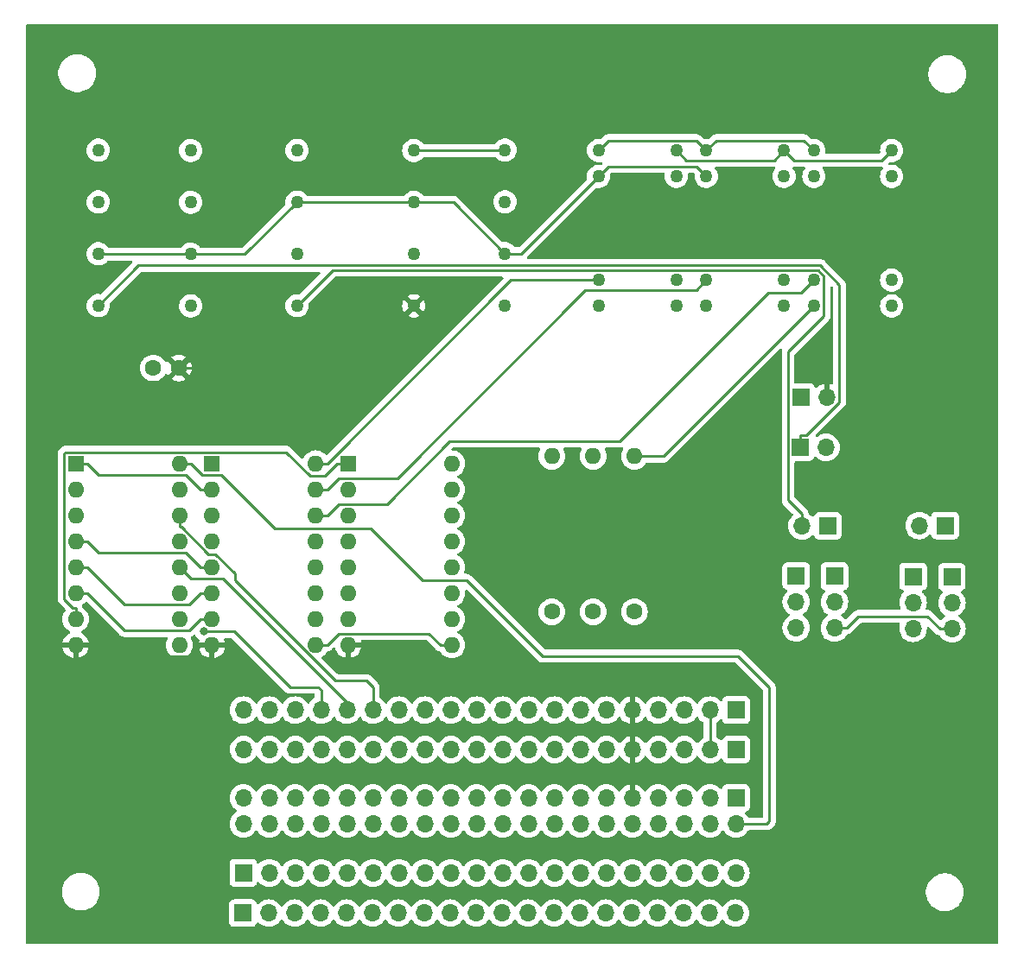
<source format=gbr>
%TF.GenerationSoftware,KiCad,Pcbnew,8.0.2*%
%TF.CreationDate,2024-05-08T16:39:50+01:00*%
%TF.ProjectId,VISIR_Lei_Ohm,56495349-525f-44c6-9569-5f4f686d2e6b,rev?*%
%TF.SameCoordinates,Original*%
%TF.FileFunction,Copper,L1,Top*%
%TF.FilePolarity,Positive*%
%FSLAX46Y46*%
G04 Gerber Fmt 4.6, Leading zero omitted, Abs format (unit mm)*
G04 Created by KiCad (PCBNEW 8.0.2) date 2024-05-08 16:39:50*
%MOMM*%
%LPD*%
G01*
G04 APERTURE LIST*
%TA.AperFunction,ComponentPad*%
%ADD10R,1.600000X1.600000*%
%TD*%
%TA.AperFunction,ComponentPad*%
%ADD11O,1.600000X1.600000*%
%TD*%
%TA.AperFunction,ComponentPad*%
%ADD12C,1.270000*%
%TD*%
%TA.AperFunction,ComponentPad*%
%ADD13R,1.700000X1.700000*%
%TD*%
%TA.AperFunction,ComponentPad*%
%ADD14O,1.700000X1.700000*%
%TD*%
%TA.AperFunction,ComponentPad*%
%ADD15C,1.600000*%
%TD*%
%TA.AperFunction,ViaPad*%
%ADD16C,0.800000*%
%TD*%
%TA.AperFunction,Conductor*%
%ADD17C,0.250000*%
%TD*%
G04 APERTURE END LIST*
D10*
%TO.P,U1,1,Q1*%
%TO.N,/I_{12}*%
X125550000Y-73780000D03*
D11*
%TO.P,U1,2,Q2*%
%TO.N,/I_{13}*%
X125550000Y-76320000D03*
%TO.P,U1,3,Q3*%
%TO.N,/I_{14}*%
X125550000Y-78860000D03*
%TO.P,U1,4,Q4*%
%TO.N,/I_{15}*%
X125550000Y-81400000D03*
%TO.P,U1,5,Q5*%
%TO.N,/I_{16}*%
X125550000Y-83940000D03*
%TO.P,U1,6,Q6*%
%TO.N,/I_{17}*%
X125550000Y-86480000D03*
%TO.P,U1,7,Q7*%
%TO.N,/I_{21}*%
X125550000Y-89020000D03*
%TO.P,U1,8,GND*%
%TO.N,GND*%
X125550000Y-91560000D03*
%TO.P,U1,9,Q7_2*%
%TO.N,unconnected-(U1-Q7_2-Pad9)*%
X135710000Y-91560000D03*
%TO.P,U1,10,~SRCLR*%
%TO.N,/~{SRCLR}*%
X135710000Y-89020000D03*
%TO.P,U1,11,SRCLK*%
%TO.N,/SRCLK*%
X135710000Y-86480000D03*
%TO.P,U1,12,RCLK*%
%TO.N,/RCLK*%
X135710000Y-83940000D03*
%TO.P,U1,13,~OE*%
%TO.N,/~{OE}*%
X135710000Y-81400000D03*
%TO.P,U1,14,SER*%
%TO.N,/SER1*%
X135710000Y-78860000D03*
%TO.P,U1,15,Q0*%
%TO.N,/I_{11}*%
X135710000Y-76320000D03*
%TO.P,U1,16,VCC*%
%TO.N,/5VPower1*%
X135710000Y-73780000D03*
%TD*%
D12*
%TO.P,K4,1,1*%
%TO.N,VCC*%
X127760000Y-58280000D03*
%TO.P,K4,2,2*%
%TO.N,+12V*%
X127760000Y-53200000D03*
%TO.P,K4,3,3*%
%TO.N,/O_{14}*%
X127760000Y-48120000D03*
%TO.P,K4,4,4*%
%TO.N,A*%
X127760000Y-43040000D03*
%TD*%
D13*
%TO.P,J8,1,Pin_1*%
%TO.N,Net-(J1-3V3Power1)*%
X190250000Y-97950000D03*
D14*
%TO.P,J8,2,Pin_2*%
%TO.N,Net-(J1-GPIO2{slash}SDA)*%
X187710000Y-97950000D03*
%TO.P,J8,3,Pin_3*%
%TO.N,Net-(J1-GPIO3{slash}SCL)*%
X185170000Y-97950000D03*
%TO.P,J8,4,Pin_4*%
%TO.N,Net-(J1-GPIO4{slash}GPCLK0)*%
X182630000Y-97950000D03*
%TO.P,J8,5,Pin_5*%
%TO.N,GND*%
X180090000Y-97950000D03*
%TO.P,J8,6,Pin_6*%
%TO.N,Net-(J1-GPIO17)*%
X177550000Y-97950000D03*
%TO.P,J8,7,Pin_7*%
%TO.N,Net-(J1-GPIO27)*%
X175010000Y-97950000D03*
%TO.P,J8,8,Pin_8*%
%TO.N,Net-(J1-GPIO22)*%
X172470000Y-97950000D03*
%TO.P,J8,9,Pin_9*%
%TO.N,Net-(J1-3v3Power2)*%
X169930000Y-97950000D03*
%TO.P,J8,10,Pin_10*%
%TO.N,Net-(J1-GPIO10{slash}MOSI)*%
X167390000Y-97950000D03*
%TO.P,J8,11,Pin_11*%
%TO.N,Net-(J1-GPIO9{slash}MISO)*%
X164850000Y-97950000D03*
%TO.P,J8,12,Pin_12*%
%TO.N,Net-(J1-GPIO11{slash}SCLK)*%
X162310000Y-97950000D03*
%TO.P,J8,13,Pin_13*%
%TO.N,GND1*%
X159770000Y-97950000D03*
%TO.P,J8,14,Pin_14*%
%TO.N,Net-(J1-GPIO0{slash}ID_SD)*%
X157230000Y-97950000D03*
%TO.P,J8,15,Pin_15*%
%TO.N,/SER1*%
X154690000Y-97950000D03*
%TO.P,J8,16,Pin_16*%
%TO.N,/RCLK*%
X152150000Y-97950000D03*
%TO.P,J8,17,Pin_17*%
%TO.N,/SRCLK*%
X149610000Y-97950000D03*
%TO.P,J8,18,Pin_18*%
%TO.N,/~{OE}*%
X147070000Y-97950000D03*
%TO.P,J8,19,Pin_19*%
%TO.N,/~{SRCLR}*%
X144530000Y-97950000D03*
%TO.P,J8,20,Pin_20*%
%TO.N,GND2*%
X141990000Y-97950000D03*
%TD*%
D13*
%TO.P,J4,1,Pin_1*%
%TO.N,Net-(J4-Pin_1)*%
X207600000Y-84850000D03*
D14*
%TO.P,J4,2,Pin_2*%
X207600000Y-87390000D03*
%TO.P,J4,3,Pin_3*%
X207600000Y-89930000D03*
%TD*%
D13*
%TO.P,J10,1,Pin_1*%
%TO.N,Net-(J10-Pin_1)*%
X196150000Y-84790000D03*
D14*
%TO.P,J10,2,Pin_2*%
X196150000Y-87330000D03*
%TO.P,J10,3,Pin_3*%
X196150000Y-89870000D03*
%TD*%
D15*
%TO.P,R1,1*%
%TO.N,Net-(K1-Pad7)*%
X172200000Y-88300000D03*
D11*
%TO.P,R1,2*%
%TO.N,Net-(K1-Pad8)*%
X172200000Y-73060000D03*
%TD*%
D15*
%TO.P,R3,1*%
%TO.N,Net-(K3-Pad8)*%
X180300000Y-88300000D03*
D11*
%TO.P,R3,2*%
%TO.N,Net-(K3-Pad7)*%
X180300000Y-73060000D03*
%TD*%
D13*
%TO.P,MES3,1,-*%
%TO.N,C*%
X199250000Y-79870000D03*
D14*
%TO.P,MES3,2,+*%
%TO.N,Net-(J10-Pin_1)*%
X196710000Y-79870000D03*
%TD*%
D12*
%TO.P,K8,1,1*%
%TO.N,B*%
X167620000Y-58260000D03*
%TO.P,K8,2,2*%
%TO.N,+12V*%
X167620000Y-53180000D03*
%TO.P,K8,3,3*%
%TO.N,/O_{21}*%
X167620000Y-48100000D03*
%TO.P,K8,4,4*%
%TO.N,C*%
X167620000Y-43020000D03*
%TD*%
%TO.P,K7,1,1*%
%TO.N,C*%
X158680000Y-43080000D03*
%TO.P,K7,2,2*%
%TO.N,+12V*%
X158680000Y-48160000D03*
%TO.P,K7,3,3*%
%TO.N,/O_{17}*%
X158680000Y-53240000D03*
%TO.P,K7,4,4*%
%TO.N,GND*%
X158680000Y-58320000D03*
%TD*%
D13*
%TO.P,J5,1,Pin_1*%
%TO.N,Net-(J1-GPIO21{slash}PCM_DOUT)*%
X141970000Y-113900000D03*
D14*
%TO.P,J5,2,Pin_2*%
%TO.N,Net-(J1-GPIO20{slash}PCM_DIN)*%
X144510000Y-113900000D03*
%TO.P,J5,3,Pin_3*%
%TO.N,Net-(J1-GPIO16)*%
X147050000Y-113900000D03*
%TO.P,J5,4,Pin_4*%
%TO.N,GND7*%
X149590000Y-113900000D03*
%TO.P,J5,5,Pin_5*%
%TO.N,Net-(J1-GPIO12{slash}PWM0)*%
X152130000Y-113900000D03*
%TO.P,J5,6,Pin_6*%
%TO.N,GND6*%
X154670000Y-113900000D03*
%TO.P,J5,7,Pin_7*%
%TO.N,Net-(J1-GPIO1{slash}ID_SC)*%
X157210000Y-113900000D03*
%TO.P,J5,8,Pin_8*%
%TO.N,Net-(J1-GPIO7{slash}CE1)*%
X159750000Y-113900000D03*
%TO.P,J5,9,Pin_9*%
%TO.N,Net-(J1-GPIO8{slash}CE0)*%
X162290000Y-113900000D03*
%TO.P,J5,10,Pin_10*%
%TO.N,Net-(J1-GPIO25)*%
X164830000Y-113900000D03*
%TO.P,J5,11,Pin_11*%
%TO.N,GND5*%
X167370000Y-113900000D03*
%TO.P,J5,12,Pin_12*%
%TO.N,Net-(J1-GPIO24)*%
X169910000Y-113900000D03*
%TO.P,J5,13,Pin_13*%
%TO.N,Net-(J1-GPIO23)*%
X172450000Y-113900000D03*
%TO.P,J5,14,Pin_14*%
%TO.N,GND4*%
X174990000Y-113900000D03*
%TO.P,J5,15,Pin_15*%
%TO.N,Net-(J1-GPIO18{slash}PCM_CLK)*%
X177530000Y-113900000D03*
%TO.P,J5,16,Pin_16*%
%TO.N,Net-(J1-GPIO15{slash}RXD)*%
X180070000Y-113900000D03*
%TO.P,J5,17,Pin_17*%
%TO.N,Net-(J1-GPIO14{slash}TXD)*%
X182610000Y-113900000D03*
%TO.P,J5,18,Pin_18*%
%TO.N,GND3*%
X185150000Y-113900000D03*
%TO.P,J5,19,Pin_19*%
%TO.N,Net-(J1-5VPower2)*%
X187690000Y-113900000D03*
%TO.P,J5,20,Pin_20*%
%TO.N,/5VPower1*%
X190230000Y-113900000D03*
%TD*%
D12*
%TO.P,K3,1,1*%
%TO.N,B*%
X197880800Y-43080000D03*
%TO.P,K3,2,2*%
%TO.N,+12V*%
X197880800Y-45620000D03*
%TO.P,K3,6,6*%
%TO.N,/O_{13}*%
X197880800Y-55780000D03*
%TO.P,K3,7,7*%
%TO.N,Net-(K3-Pad7)*%
X197880800Y-58320000D03*
%TO.P,K3,8,8*%
%TO.N,Net-(K3-Pad8)*%
X205500800Y-58320000D03*
%TO.P,K3,9,9*%
%TO.N,unconnected-(K3-Pad9)*%
X205500800Y-55780000D03*
%TO.P,K3,13,13*%
%TO.N,unconnected-(K3-Pad13)*%
X205500800Y-45620000D03*
%TO.P,K3,14,14*%
%TO.N,A*%
X205500800Y-43080000D03*
%TD*%
D13*
%TO.P,J11,1,Pin_1*%
%TO.N,C*%
X199900000Y-84820000D03*
D14*
%TO.P,J11,2,Pin_2*%
X199900000Y-87360000D03*
%TO.P,J11,3,Pin_3*%
X199900000Y-89900000D03*
%TD*%
D13*
%TO.P,MES1,1,-*%
%TO.N,C*%
X210740000Y-79850000D03*
D14*
%TO.P,MES1,2,+*%
%TO.N,Net-(J4-Pin_1)*%
X208200000Y-79850000D03*
%TD*%
D15*
%TO.P,C1,1*%
%TO.N,/5VPower1*%
X133150000Y-64400000D03*
%TO.P,C1,2*%
%TO.N,GND*%
X135650000Y-64400000D03*
%TD*%
%TO.P,R2,1*%
%TO.N,Net-(K2-Pad8)*%
X176250000Y-88300000D03*
D11*
%TO.P,R2,2*%
%TO.N,Net-(K2-Pad7)*%
X176250000Y-73060000D03*
%TD*%
D13*
%TO.P,J1,1,3V3Power1*%
%TO.N,Net-(J1-3V3Power1)*%
X190240000Y-106560000D03*
D14*
%TO.P,J1,2,5VPower1*%
%TO.N,/5VPower1*%
X190240000Y-109100000D03*
%TO.P,J1,3,GPIO2/SDA*%
%TO.N,Net-(J1-GPIO2{slash}SDA)*%
X187700000Y-106560000D03*
%TO.P,J1,4,5VPower2*%
%TO.N,Net-(J1-5VPower2)*%
X187700000Y-109100000D03*
%TO.P,J1,5,GPIO3/SCL*%
%TO.N,Net-(J1-GPIO3{slash}SCL)*%
X185160000Y-106560000D03*
%TO.P,J1,6,GND*%
%TO.N,GND3*%
X185160000Y-109100000D03*
%TO.P,J1,7,GPIO4/GPCLK0*%
%TO.N,Net-(J1-GPIO4{slash}GPCLK0)*%
X182620000Y-106560000D03*
%TO.P,J1,8,GPIO14/TXD*%
%TO.N,Net-(J1-GPIO14{slash}TXD)*%
X182620000Y-109100000D03*
%TO.P,J1,9,GND*%
%TO.N,GND*%
X180080000Y-106560000D03*
%TO.P,J1,10,GPIO15/RXD*%
%TO.N,Net-(J1-GPIO15{slash}RXD)*%
X180080000Y-109100000D03*
%TO.P,J1,11,GPIO17*%
%TO.N,Net-(J1-GPIO17)*%
X177540000Y-106560000D03*
%TO.P,J1,12,GPIO18/PCM_CLK*%
%TO.N,Net-(J1-GPIO18{slash}PCM_CLK)*%
X177540000Y-109100000D03*
%TO.P,J1,13,GPIO27*%
%TO.N,Net-(J1-GPIO27)*%
X175000000Y-106560000D03*
%TO.P,J1,14,GND*%
%TO.N,GND4*%
X175000000Y-109100000D03*
%TO.P,J1,15,GPIO22*%
%TO.N,Net-(J1-GPIO22)*%
X172460000Y-106560000D03*
%TO.P,J1,16,GPIO23*%
%TO.N,Net-(J1-GPIO23)*%
X172460000Y-109100000D03*
%TO.P,J1,17,3v3Power2*%
%TO.N,Net-(J1-3v3Power2)*%
X169920000Y-106560000D03*
%TO.P,J1,18,GPIO24*%
%TO.N,Net-(J1-GPIO24)*%
X169920000Y-109100000D03*
%TO.P,J1,19,GPIO10/MOSI*%
%TO.N,Net-(J1-GPIO10{slash}MOSI)*%
X167380000Y-106560000D03*
%TO.P,J1,20,GND*%
%TO.N,GND5*%
X167380000Y-109100000D03*
%TO.P,J1,21,GPIO9/MISO*%
%TO.N,Net-(J1-GPIO9{slash}MISO)*%
X164840000Y-106560000D03*
%TO.P,J1,22,GPIO25*%
%TO.N,Net-(J1-GPIO25)*%
X164840000Y-109100000D03*
%TO.P,J1,23,GPIO11/SCLK*%
%TO.N,Net-(J1-GPIO11{slash}SCLK)*%
X162300000Y-106560000D03*
%TO.P,J1,24,GPIO8/CE0*%
%TO.N,Net-(J1-GPIO8{slash}CE0)*%
X162300000Y-109100000D03*
%TO.P,J1,25,GND*%
%TO.N,GND1*%
X159760000Y-106560000D03*
%TO.P,J1,26,GPIO7/CE1*%
%TO.N,Net-(J1-GPIO7{slash}CE1)*%
X159760000Y-109100000D03*
%TO.P,J1,27,GPIO0/ID_SD*%
%TO.N,Net-(J1-GPIO0{slash}ID_SD)*%
X157220000Y-106560000D03*
%TO.P,J1,28,GPIO1/ID_SC*%
%TO.N,Net-(J1-GPIO1{slash}ID_SC)*%
X157220000Y-109100000D03*
%TO.P,J1,29,GPIO5*%
%TO.N,/SER1*%
X154680000Y-106560000D03*
%TO.P,J1,30,GND*%
%TO.N,GND6*%
X154680000Y-109100000D03*
%TO.P,J1,31,GPIO6*%
%TO.N,/RCLK*%
X152140000Y-106560000D03*
%TO.P,J1,32,GPIO12/PWM0*%
%TO.N,Net-(J1-GPIO12{slash}PWM0)*%
X152140000Y-109100000D03*
%TO.P,J1,33,GPIO13/PWM1*%
%TO.N,/SRCLK*%
X149600000Y-106560000D03*
%TO.P,J1,34,GROUND*%
%TO.N,GND7*%
X149600000Y-109100000D03*
%TO.P,J1,35,GPIO19/PCM_FS*%
%TO.N,/~{OE}*%
X147060000Y-106560000D03*
%TO.P,J1,36,GPIO16*%
%TO.N,Net-(J1-GPIO16)*%
X147060000Y-109100000D03*
%TO.P,J1,37,GPIO26*%
%TO.N,/~{SRCLR}*%
X144520000Y-106560000D03*
%TO.P,J1,38,GPIO20/PCM_DIN*%
%TO.N,Net-(J1-GPIO20{slash}PCM_DIN)*%
X144520000Y-109100000D03*
%TO.P,J1,39,GND*%
%TO.N,GND2*%
X141980000Y-106560000D03*
%TO.P,J1,40,GPIO21/PCM_DOUT*%
%TO.N,Net-(J1-GPIO21{slash}PCM_DOUT)*%
X141980000Y-109100000D03*
%TD*%
D12*
%TO.P,K1,1,1*%
%TO.N,B*%
X176780000Y-43080000D03*
%TO.P,K1,2,2*%
%TO.N,+12V*%
X176780000Y-45620000D03*
%TO.P,K1,6,6*%
%TO.N,/O_{11}*%
X176780000Y-55780000D03*
%TO.P,K1,7,7*%
%TO.N,Net-(K1-Pad7)*%
X176780000Y-58320000D03*
%TO.P,K1,8,8*%
%TO.N,Net-(K1-Pad8)*%
X184400000Y-58320000D03*
%TO.P,K1,9,9*%
%TO.N,unconnected-(K1-Pad9)*%
X184400000Y-55780000D03*
%TO.P,K1,13,13*%
%TO.N,unconnected-(K1-Pad13)*%
X184400000Y-45620000D03*
%TO.P,K1,14,14*%
%TO.N,A*%
X184400000Y-43080000D03*
%TD*%
D13*
%TO.P,J2,1,Pin_1*%
%TO.N,VCC*%
X196525000Y-72200000D03*
D14*
%TO.P,J2,2,Pin_2*%
%TO.N,D*%
X199065000Y-72200000D03*
%TD*%
D12*
%TO.P,K2,1,1*%
%TO.N,B*%
X187330400Y-43080000D03*
%TO.P,K2,2,2*%
%TO.N,+12V*%
X187330400Y-45620000D03*
%TO.P,K2,6,6*%
%TO.N,/O_{12}*%
X187330400Y-55780000D03*
%TO.P,K2,7,7*%
%TO.N,Net-(K2-Pad7)*%
X187330400Y-58320000D03*
%TO.P,K2,8,8*%
%TO.N,Net-(K2-Pad8)*%
X194950400Y-58320000D03*
%TO.P,K2,9,9*%
%TO.N,unconnected-(K2-Pad9)*%
X194950400Y-55780000D03*
%TO.P,K2,13,13*%
%TO.N,unconnected-(K2-Pad13)*%
X194950400Y-45620000D03*
%TO.P,K2,14,14*%
%TO.N,A*%
X194950400Y-43080000D03*
%TD*%
D13*
%TO.P,J3,1,Pin_1*%
%TO.N,+12V*%
X196625000Y-67250000D03*
D14*
%TO.P,J3,2,Pin_2*%
%TO.N,GND*%
X199165000Y-67250000D03*
%TD*%
D13*
%TO.P,J9,1,Pin_1*%
%TO.N,C*%
X211400000Y-84900000D03*
D14*
%TO.P,J9,2,Pin_2*%
X211400000Y-87440000D03*
%TO.P,J9,3,Pin_3*%
X211400000Y-89980000D03*
%TD*%
D10*
%TO.P,U2,1,I1*%
%TO.N,/I_{11}*%
X138900000Y-73780000D03*
D11*
%TO.P,U2,2,I2*%
%TO.N,/I_{12}*%
X138900000Y-76320000D03*
%TO.P,U2,3,I3*%
%TO.N,/I_{13}*%
X138900000Y-78860000D03*
%TO.P,U2,4,I4*%
%TO.N,/I_{14}*%
X138900000Y-81400000D03*
%TO.P,U2,5,I5*%
%TO.N,/I_{15}*%
X138900000Y-83940000D03*
%TO.P,U2,6,I6*%
%TO.N,/I_{16}*%
X138900000Y-86480000D03*
%TO.P,U2,7,I7*%
%TO.N,/I_{17}*%
X138900000Y-89020000D03*
%TO.P,U2,8,GND*%
%TO.N,GND*%
X138900000Y-91560000D03*
%TO.P,U2,9,COM*%
%TO.N,+12V*%
X149060000Y-91560000D03*
%TO.P,U2,10,O7*%
%TO.N,/O_{17}*%
X149060000Y-89020000D03*
%TO.P,U2,11,O6*%
%TO.N,/O_{16}*%
X149060000Y-86480000D03*
%TO.P,U2,12,O5*%
%TO.N,/O_{15}*%
X149060000Y-83940000D03*
%TO.P,U2,13,O4*%
%TO.N,/O_{14}*%
X149060000Y-81400000D03*
%TO.P,U2,14,O3*%
%TO.N,/O_{13}*%
X149060000Y-78860000D03*
%TO.P,U2,15,O2*%
%TO.N,/O_{12}*%
X149060000Y-76320000D03*
%TO.P,U2,16,O1*%
%TO.N,/O_{11}*%
X149060000Y-73780000D03*
%TD*%
D12*
%TO.P,K6,1,1*%
%TO.N,B*%
X147230000Y-43060000D03*
%TO.P,K6,2,2*%
%TO.N,+12V*%
X147230000Y-48140000D03*
%TO.P,K6,3,3*%
%TO.N,/O_{16}*%
X147230000Y-53220000D03*
%TO.P,K6,4,4*%
%TO.N,Net-(J10-Pin_1)*%
X147230000Y-58300000D03*
%TD*%
%TO.P,K5,1,1*%
%TO.N,A*%
X136810000Y-58320000D03*
%TO.P,K5,2,2*%
%TO.N,+12V*%
X136810000Y-53240000D03*
%TO.P,K5,3,3*%
%TO.N,/O_{15}*%
X136810000Y-48160000D03*
%TO.P,K5,4,4*%
%TO.N,Net-(J4-Pin_1)*%
X136810000Y-43080000D03*
%TD*%
D13*
%TO.P,J6,1,Pin_1*%
%TO.N,Net-(J1-GPIO21{slash}PCM_DOUT)*%
X141940000Y-117850000D03*
D14*
%TO.P,J6,2,Pin_2*%
%TO.N,Net-(J1-GPIO20{slash}PCM_DIN)*%
X144480000Y-117850000D03*
%TO.P,J6,3,Pin_3*%
%TO.N,Net-(J1-GPIO16)*%
X147020000Y-117850000D03*
%TO.P,J6,4,Pin_4*%
%TO.N,GND7*%
X149560000Y-117850000D03*
%TO.P,J6,5,Pin_5*%
%TO.N,Net-(J1-GPIO12{slash}PWM0)*%
X152100000Y-117850000D03*
%TO.P,J6,6,Pin_6*%
%TO.N,GND6*%
X154640000Y-117850000D03*
%TO.P,J6,7,Pin_7*%
%TO.N,Net-(J1-GPIO1{slash}ID_SC)*%
X157180000Y-117850000D03*
%TO.P,J6,8,Pin_8*%
%TO.N,Net-(J1-GPIO7{slash}CE1)*%
X159720000Y-117850000D03*
%TO.P,J6,9,Pin_9*%
%TO.N,Net-(J1-GPIO8{slash}CE0)*%
X162260000Y-117850000D03*
%TO.P,J6,10,Pin_10*%
%TO.N,Net-(J1-GPIO25)*%
X164800000Y-117850000D03*
%TO.P,J6,11,Pin_11*%
%TO.N,GND5*%
X167340000Y-117850000D03*
%TO.P,J6,12,Pin_12*%
%TO.N,Net-(J1-GPIO24)*%
X169880000Y-117850000D03*
%TO.P,J6,13,Pin_13*%
%TO.N,Net-(J1-GPIO23)*%
X172420000Y-117850000D03*
%TO.P,J6,14,Pin_14*%
%TO.N,GND4*%
X174960000Y-117850000D03*
%TO.P,J6,15,Pin_15*%
%TO.N,Net-(J1-GPIO18{slash}PCM_CLK)*%
X177500000Y-117850000D03*
%TO.P,J6,16,Pin_16*%
%TO.N,Net-(J1-GPIO15{slash}RXD)*%
X180040000Y-117850000D03*
%TO.P,J6,17,Pin_17*%
%TO.N,Net-(J1-GPIO14{slash}TXD)*%
X182580000Y-117850000D03*
%TO.P,J6,18,Pin_18*%
%TO.N,GND3*%
X185120000Y-117850000D03*
%TO.P,J6,19,Pin_19*%
%TO.N,Net-(J1-5VPower2)*%
X187660000Y-117850000D03*
%TO.P,J6,20,Pin_20*%
%TO.N,/5VPower1*%
X190200000Y-117850000D03*
%TD*%
D10*
%TO.P,U3,1,I1*%
%TO.N,/I_{21}*%
X152250000Y-73780000D03*
D11*
%TO.P,U3,2,I2*%
%TO.N,/I_{22}*%
X152250000Y-76320000D03*
%TO.P,U3,3,I3*%
%TO.N,/I_{23}*%
X152250000Y-78860000D03*
%TO.P,U3,4,I4*%
%TO.N,/I_{24}*%
X152250000Y-81400000D03*
%TO.P,U3,5,I5*%
%TO.N,/I_{25}*%
X152250000Y-83940000D03*
%TO.P,U3,6,I6*%
%TO.N,/I_{26}*%
X152250000Y-86480000D03*
%TO.P,U3,7,I7*%
%TO.N,/I_{27}*%
X152250000Y-89020000D03*
%TO.P,U3,8,GND*%
%TO.N,GND*%
X152250000Y-91560000D03*
%TO.P,U3,9,COM*%
%TO.N,+12V*%
X162410000Y-91560000D03*
%TO.P,U3,10,O7*%
%TO.N,/O_{27}*%
X162410000Y-89020000D03*
%TO.P,U3,11,O6*%
%TO.N,/O_{26}*%
X162410000Y-86480000D03*
%TO.P,U3,12,O5*%
%TO.N,/O_{25}*%
X162410000Y-83940000D03*
%TO.P,U3,13,O4*%
%TO.N,/O_{24}*%
X162410000Y-81400000D03*
%TO.P,U3,14,O3*%
%TO.N,/O_{23}*%
X162410000Y-78860000D03*
%TO.P,U3,15,O2*%
%TO.N,/O_{22}*%
X162410000Y-76320000D03*
%TO.P,U3,16,O1*%
%TO.N,/O_{21}*%
X162410000Y-73780000D03*
%TD*%
D13*
%TO.P,J7,1,Pin_1*%
%TO.N,Net-(J1-3V3Power1)*%
X190260000Y-101800000D03*
D14*
%TO.P,J7,2,Pin_2*%
%TO.N,Net-(J1-GPIO2{slash}SDA)*%
X187720000Y-101800000D03*
%TO.P,J7,3,Pin_3*%
%TO.N,Net-(J1-GPIO3{slash}SCL)*%
X185180000Y-101800000D03*
%TO.P,J7,4,Pin_4*%
%TO.N,Net-(J1-GPIO4{slash}GPCLK0)*%
X182640000Y-101800000D03*
%TO.P,J7,5,Pin_5*%
%TO.N,GND*%
X180100000Y-101800000D03*
%TO.P,J7,6,Pin_6*%
%TO.N,Net-(J1-GPIO17)*%
X177560000Y-101800000D03*
%TO.P,J7,7,Pin_7*%
%TO.N,Net-(J1-GPIO27)*%
X175020000Y-101800000D03*
%TO.P,J7,8,Pin_8*%
%TO.N,Net-(J1-GPIO22)*%
X172480000Y-101800000D03*
%TO.P,J7,9,Pin_9*%
%TO.N,Net-(J1-3v3Power2)*%
X169940000Y-101800000D03*
%TO.P,J7,10,Pin_10*%
%TO.N,Net-(J1-GPIO10{slash}MOSI)*%
X167400000Y-101800000D03*
%TO.P,J7,11,Pin_11*%
%TO.N,Net-(J1-GPIO9{slash}MISO)*%
X164860000Y-101800000D03*
%TO.P,J7,12,Pin_12*%
%TO.N,Net-(J1-GPIO11{slash}SCLK)*%
X162320000Y-101800000D03*
%TO.P,J7,13,Pin_13*%
%TO.N,GND1*%
X159780000Y-101800000D03*
%TO.P,J7,14,Pin_14*%
%TO.N,Net-(J1-GPIO0{slash}ID_SD)*%
X157240000Y-101800000D03*
%TO.P,J7,15,Pin_15*%
%TO.N,/SER1*%
X154700000Y-101800000D03*
%TO.P,J7,16,Pin_16*%
%TO.N,/RCLK*%
X152160000Y-101800000D03*
%TO.P,J7,17,Pin_17*%
%TO.N,/SRCLK*%
X149620000Y-101800000D03*
%TO.P,J7,18,Pin_18*%
%TO.N,/~{OE}*%
X147080000Y-101800000D03*
%TO.P,J7,19,Pin_19*%
%TO.N,/~{SRCLR}*%
X144540000Y-101800000D03*
%TO.P,J7,20,Pin_20*%
%TO.N,GND2*%
X142000000Y-101800000D03*
%TD*%
D16*
%TO.N,/SRCLK*%
X138129500Y-90237000D03*
%TD*%
D17*
%TO.N,/SRCLK*%
X146551000Y-95700000D02*
X141088000Y-90237000D01*
X149300000Y-95700000D02*
X146551000Y-95700000D01*
X141088000Y-90237000D02*
X138129500Y-90237000D01*
X149610000Y-96010000D02*
X149300000Y-95700000D01*
X149610000Y-97950000D02*
X149610000Y-96010000D01*
%TO.N,/SER1*%
X135710000Y-79986700D02*
X135710000Y-78860000D01*
X135890200Y-79986700D02*
X135710000Y-79986700D01*
X138573500Y-82670000D02*
X135890200Y-79986700D01*
X141146000Y-84564600D02*
X139251400Y-82670000D01*
X141146000Y-85241000D02*
X141146000Y-84564600D01*
X139251400Y-82670000D02*
X138573500Y-82670000D01*
X150955000Y-95050000D02*
X141146000Y-85241000D01*
X154050000Y-95050000D02*
X150955000Y-95050000D01*
X154690000Y-95690000D02*
X154050000Y-95050000D01*
X154690000Y-97950000D02*
X154690000Y-95690000D01*
%TO.N,/RCLK*%
X139966700Y-85066700D02*
X136836700Y-85066700D01*
X152150000Y-97250000D02*
X139966700Y-85066700D01*
X152150000Y-97950000D02*
X152150000Y-97250000D01*
X136836700Y-85066700D02*
X135710000Y-83940000D01*
%TO.N,/5VPower1*%
X136836700Y-73780000D02*
X135710000Y-73780000D01*
X137963400Y-74906700D02*
X136836700Y-73780000D01*
X139838400Y-74906700D02*
X137963400Y-74906700D01*
X145061700Y-80130000D02*
X139838400Y-74906700D01*
X154496000Y-80130000D02*
X145061700Y-80130000D01*
X171268800Y-92650000D02*
X163828800Y-85210000D01*
X190450000Y-92650000D02*
X171268800Y-92650000D01*
X163828800Y-85210000D02*
X159576000Y-85210000D01*
X159576000Y-85210000D02*
X154496000Y-80130000D01*
X193500000Y-108850000D02*
X193500000Y-95700000D01*
X193500000Y-95700000D02*
X190450000Y-92650000D01*
X193250000Y-109100000D02*
X193500000Y-108850000D01*
X190240000Y-109100000D02*
X193250000Y-109100000D01*
%TO.N,Net-(J10-Pin_1)*%
X150711700Y-54818300D02*
X147230000Y-58300000D01*
X198297800Y-54818300D02*
X150711700Y-54818300D01*
X198860100Y-55380600D02*
X198297800Y-54818300D01*
X198860100Y-59309400D02*
X198860100Y-55380600D01*
X195348300Y-62821200D02*
X198860100Y-59309400D01*
X195348300Y-77331600D02*
X195348300Y-62821200D01*
X196710000Y-78693300D02*
X195348300Y-77331600D01*
X196710000Y-79870000D02*
X196710000Y-78693300D01*
%TO.N,Net-(J1-GPIO2{slash}SDA)*%
X187710000Y-100613300D02*
X187710000Y-97950000D01*
X187720000Y-100623300D02*
X187710000Y-100613300D01*
X187720000Y-101800000D02*
X187720000Y-100623300D01*
%TO.N,/I_{21}*%
X125550000Y-89020000D02*
X125550000Y-87893300D01*
X152250000Y-73780000D02*
X151123300Y-73780000D01*
X125268200Y-87893300D02*
X125550000Y-87893300D01*
X124423300Y-87048400D02*
X125268200Y-87893300D01*
X124423300Y-72784500D02*
X124423300Y-87048400D01*
X124554500Y-72653300D02*
X124423300Y-72784500D01*
X146176900Y-72653300D02*
X124554500Y-72653300D01*
X148494200Y-74970600D02*
X146176900Y-72653300D01*
X149932700Y-74970600D02*
X148494200Y-74970600D01*
X151123300Y-73780000D02*
X149932700Y-74970600D01*
%TO.N,/I_{17}*%
X136646600Y-90146700D02*
X137773300Y-89020000D01*
X130343400Y-90146700D02*
X136646600Y-90146700D01*
X126676700Y-86480000D02*
X130343400Y-90146700D01*
X125550000Y-86480000D02*
X126676700Y-86480000D01*
X138900000Y-89020000D02*
X137773300Y-89020000D01*
%TO.N,/I_{16}*%
X136646600Y-87606700D02*
X137773300Y-86480000D01*
X130343400Y-87606700D02*
X136646600Y-87606700D01*
X126676700Y-83940000D02*
X130343400Y-87606700D01*
X125550000Y-83940000D02*
X126676700Y-83940000D01*
X138900000Y-86480000D02*
X137773300Y-86480000D01*
%TO.N,GND*%
X152600000Y-64400000D02*
X135650000Y-64400000D01*
X158680000Y-58320000D02*
X152600000Y-64400000D01*
X127803400Y-92686700D02*
X126676700Y-91560000D01*
X136646600Y-92686700D02*
X127803400Y-92686700D01*
X137773300Y-91560000D02*
X136646600Y-92686700D01*
X138900000Y-91560000D02*
X137773300Y-91560000D01*
X125550000Y-91560000D02*
X126676700Y-91560000D01*
%TO.N,/I_{15}*%
X127803400Y-82526700D02*
X126676700Y-81400000D01*
X136360000Y-82526700D02*
X127803400Y-82526700D01*
X137773300Y-83940000D02*
X136360000Y-82526700D01*
X138900000Y-83940000D02*
X137773300Y-83940000D01*
X125550000Y-81400000D02*
X126676700Y-81400000D01*
%TO.N,/I_{12}*%
X138900000Y-76320000D02*
X137773300Y-76320000D01*
X125550000Y-73780000D02*
X126676700Y-73780000D01*
X136363000Y-74909700D02*
X137773300Y-76320000D01*
X127806400Y-74909700D02*
X136363000Y-74909700D01*
X126676700Y-73780000D02*
X127806400Y-74909700D01*
%TO.N,C*%
X167560000Y-43080000D02*
X167620000Y-43020000D01*
X158680000Y-43080000D02*
X167560000Y-43080000D01*
X202225000Y-88751700D02*
X201076700Y-89900000D01*
X208995000Y-88751700D02*
X202225000Y-88751700D01*
X210223300Y-89980000D02*
X208995000Y-88751700D01*
X211400000Y-89980000D02*
X210223300Y-89980000D01*
X199900000Y-89900000D02*
X201076700Y-89900000D01*
%TO.N,/O_{13}*%
X149060000Y-78860000D02*
X150186700Y-78860000D01*
X151313400Y-77733300D02*
X150186700Y-78860000D01*
X156052800Y-77733300D02*
X151313400Y-77733300D01*
X162192000Y-71594100D02*
X156052800Y-77733300D01*
X178826600Y-71594100D02*
X162192000Y-71594100D01*
X193370700Y-57050000D02*
X178826600Y-71594100D01*
X196610800Y-57050000D02*
X193370700Y-57050000D01*
X197880800Y-55780000D02*
X196610800Y-57050000D01*
%TO.N,/O_{12}*%
X149060000Y-76320000D02*
X150186700Y-76320000D01*
X151314900Y-75191800D02*
X150186700Y-76320000D01*
X157053600Y-75191800D02*
X151314900Y-75191800D01*
X175493900Y-56751500D02*
X157053600Y-75191800D01*
X186358900Y-56751500D02*
X175493900Y-56751500D01*
X187330400Y-55780000D02*
X186358900Y-56751500D01*
%TO.N,/O_{11}*%
X149060000Y-73780000D02*
X150186700Y-73780000D01*
X168186700Y-55780000D02*
X176780000Y-55780000D01*
X150186700Y-73780000D02*
X168186700Y-55780000D01*
%TO.N,VCC*%
X196525000Y-72200000D02*
X196525000Y-71023300D01*
X131704200Y-54335800D02*
X127760000Y-58280000D01*
X198474800Y-54335800D02*
X131704200Y-54335800D01*
X200380500Y-56241500D02*
X198474800Y-54335800D01*
X200380500Y-67756100D02*
X200380500Y-56241500D01*
X197113300Y-71023300D02*
X200380500Y-67756100D01*
X196525000Y-71023300D02*
X197113300Y-71023300D01*
%TO.N,Net-(K3-Pad7)*%
X183140800Y-73060000D02*
X180300000Y-73060000D01*
X197880800Y-58320000D02*
X183140800Y-73060000D01*
%TO.N,A*%
X204533400Y-44047400D02*
X205500800Y-43080000D01*
X195917800Y-44047400D02*
X204533400Y-44047400D01*
X194950400Y-43080000D02*
X195917800Y-44047400D01*
X185361700Y-44041700D02*
X184400000Y-43080000D01*
X193988700Y-44041700D02*
X185361700Y-44041700D01*
X194950400Y-43080000D02*
X193988700Y-44041700D01*
%TO.N,+12V*%
X127800000Y-53240000D02*
X127760000Y-53200000D01*
X136810000Y-53240000D02*
X127800000Y-53240000D01*
X162600000Y-48160000D02*
X158680000Y-48160000D01*
X167620000Y-53180000D02*
X162600000Y-48160000D01*
X169220000Y-53180000D02*
X167620000Y-53180000D01*
X176780000Y-45620000D02*
X169220000Y-53180000D01*
X151313400Y-90433300D02*
X150186700Y-91560000D01*
X160156600Y-90433300D02*
X151313400Y-90433300D01*
X161283300Y-91560000D02*
X160156600Y-90433300D01*
X162410000Y-91560000D02*
X161283300Y-91560000D01*
X149060000Y-91560000D02*
X150186700Y-91560000D01*
X158660000Y-48140000D02*
X147230000Y-48140000D01*
X158680000Y-48160000D02*
X158660000Y-48140000D01*
X142130000Y-53240000D02*
X136810000Y-53240000D01*
X147230000Y-48140000D02*
X142130000Y-53240000D01*
X177747400Y-44652600D02*
X176780000Y-45620000D01*
X186363000Y-44652600D02*
X177747400Y-44652600D01*
X187330400Y-45620000D02*
X186363000Y-44652600D01*
%TO.N,B*%
X196914400Y-42113600D02*
X197880800Y-43080000D01*
X188296800Y-42113600D02*
X196914400Y-42113600D01*
X187330400Y-43080000D02*
X188296800Y-42113600D01*
X177749900Y-42110100D02*
X176780000Y-43080000D01*
X186360500Y-42110100D02*
X177749900Y-42110100D01*
X187330400Y-43080000D02*
X186360500Y-42110100D01*
%TD*%
%TA.AperFunction,Conductor*%
%TO.N,GND*%
G36*
X199690803Y-56436839D02*
G01*
X199697281Y-56442871D01*
X199718681Y-56464271D01*
X199752166Y-56525594D01*
X199755000Y-56551952D01*
X199755000Y-65848866D01*
X199735315Y-65915905D01*
X199682511Y-65961660D01*
X199613353Y-65971604D01*
X199598907Y-65968641D01*
X199415000Y-65919363D01*
X199415000Y-66816988D01*
X199357993Y-66784075D01*
X199230826Y-66750000D01*
X199099174Y-66750000D01*
X198972007Y-66784075D01*
X198915000Y-66816988D01*
X198915000Y-65919364D01*
X198914999Y-65919364D01*
X198701513Y-65976567D01*
X198701507Y-65976570D01*
X198487422Y-66076399D01*
X198487420Y-66076400D01*
X198293926Y-66211886D01*
X198171865Y-66333947D01*
X198110542Y-66367431D01*
X198040850Y-66362447D01*
X197984917Y-66320575D01*
X197968002Y-66289598D01*
X197918797Y-66157671D01*
X197918793Y-66157664D01*
X197832547Y-66042455D01*
X197832544Y-66042452D01*
X197717335Y-65956206D01*
X197717328Y-65956202D01*
X197582482Y-65905908D01*
X197582483Y-65905908D01*
X197522883Y-65899501D01*
X197522881Y-65899500D01*
X197522873Y-65899500D01*
X197522865Y-65899500D01*
X196097800Y-65899500D01*
X196030761Y-65879815D01*
X195985006Y-65827011D01*
X195973800Y-65775500D01*
X195973800Y-63131651D01*
X195993485Y-63064612D01*
X196010114Y-63043975D01*
X199258829Y-59795260D01*
X199258833Y-59795258D01*
X199345958Y-59708133D01*
X199414411Y-59605686D01*
X199461563Y-59491852D01*
X199485600Y-59371006D01*
X199485600Y-56530552D01*
X199505285Y-56463513D01*
X199558089Y-56417758D01*
X199627247Y-56407814D01*
X199690803Y-56436839D01*
G37*
%TD.AperFunction*%
%TA.AperFunction,Conductor*%
G36*
X215893039Y-30719685D02*
G01*
X215938794Y-30772489D01*
X215950000Y-30824000D01*
X215950000Y-120726000D01*
X215930315Y-120793039D01*
X215877511Y-120838794D01*
X215826000Y-120850000D01*
X120774000Y-120850000D01*
X120706961Y-120830315D01*
X120661206Y-120777511D01*
X120650000Y-120726000D01*
X120650000Y-115628711D01*
X124199500Y-115628711D01*
X124199500Y-115871288D01*
X124231161Y-116111785D01*
X124293947Y-116346104D01*
X124386773Y-116570205D01*
X124386776Y-116570212D01*
X124508064Y-116780289D01*
X124508066Y-116780292D01*
X124508067Y-116780293D01*
X124655733Y-116972736D01*
X124655739Y-116972743D01*
X124827256Y-117144260D01*
X124827262Y-117144265D01*
X125019711Y-117291936D01*
X125229788Y-117413224D01*
X125453900Y-117506054D01*
X125688211Y-117568838D01*
X125868586Y-117592584D01*
X125928711Y-117600500D01*
X125928712Y-117600500D01*
X126171289Y-117600500D01*
X126219388Y-117594167D01*
X126411789Y-117568838D01*
X126646100Y-117506054D01*
X126870212Y-117413224D01*
X127080289Y-117291936D01*
X127272738Y-117144265D01*
X127444265Y-116972738D01*
X127460074Y-116952135D01*
X140589500Y-116952135D01*
X140589500Y-118747870D01*
X140589501Y-118747876D01*
X140595908Y-118807483D01*
X140646202Y-118942328D01*
X140646206Y-118942335D01*
X140732452Y-119057544D01*
X140732455Y-119057547D01*
X140847664Y-119143793D01*
X140847671Y-119143797D01*
X140982517Y-119194091D01*
X140982516Y-119194091D01*
X140989444Y-119194835D01*
X141042127Y-119200500D01*
X142837872Y-119200499D01*
X142897483Y-119194091D01*
X143032331Y-119143796D01*
X143147546Y-119057546D01*
X143233796Y-118942331D01*
X143282810Y-118810916D01*
X143324681Y-118754984D01*
X143390145Y-118730566D01*
X143458418Y-118745417D01*
X143486673Y-118766569D01*
X143608599Y-118888495D01*
X143705384Y-118956265D01*
X143802165Y-119024032D01*
X143802167Y-119024033D01*
X143802170Y-119024035D01*
X144016337Y-119123903D01*
X144244592Y-119185063D01*
X144421034Y-119200500D01*
X144479999Y-119205659D01*
X144480000Y-119205659D01*
X144480001Y-119205659D01*
X144538966Y-119200500D01*
X144715408Y-119185063D01*
X144943663Y-119123903D01*
X145157830Y-119024035D01*
X145351401Y-118888495D01*
X145518495Y-118721401D01*
X145648425Y-118535842D01*
X145703002Y-118492217D01*
X145772500Y-118485023D01*
X145834855Y-118516546D01*
X145851575Y-118535842D01*
X145981500Y-118721395D01*
X145981505Y-118721401D01*
X146148599Y-118888495D01*
X146245384Y-118956265D01*
X146342165Y-119024032D01*
X146342167Y-119024033D01*
X146342170Y-119024035D01*
X146556337Y-119123903D01*
X146784592Y-119185063D01*
X146961034Y-119200500D01*
X147019999Y-119205659D01*
X147020000Y-119205659D01*
X147020001Y-119205659D01*
X147078966Y-119200500D01*
X147255408Y-119185063D01*
X147483663Y-119123903D01*
X147697830Y-119024035D01*
X147891401Y-118888495D01*
X148058495Y-118721401D01*
X148188425Y-118535842D01*
X148243002Y-118492217D01*
X148312500Y-118485023D01*
X148374855Y-118516546D01*
X148391575Y-118535842D01*
X148521500Y-118721395D01*
X148521505Y-118721401D01*
X148688599Y-118888495D01*
X148785384Y-118956265D01*
X148882165Y-119024032D01*
X148882167Y-119024033D01*
X148882170Y-119024035D01*
X149096337Y-119123903D01*
X149324592Y-119185063D01*
X149501034Y-119200500D01*
X149559999Y-119205659D01*
X149560000Y-119205659D01*
X149560001Y-119205659D01*
X149618966Y-119200500D01*
X149795408Y-119185063D01*
X150023663Y-119123903D01*
X150237830Y-119024035D01*
X150431401Y-118888495D01*
X150598495Y-118721401D01*
X150728425Y-118535842D01*
X150783002Y-118492217D01*
X150852500Y-118485023D01*
X150914855Y-118516546D01*
X150931575Y-118535842D01*
X151061500Y-118721395D01*
X151061505Y-118721401D01*
X151228599Y-118888495D01*
X151325384Y-118956265D01*
X151422165Y-119024032D01*
X151422167Y-119024033D01*
X151422170Y-119024035D01*
X151636337Y-119123903D01*
X151864592Y-119185063D01*
X152041034Y-119200500D01*
X152099999Y-119205659D01*
X152100000Y-119205659D01*
X152100001Y-119205659D01*
X152158966Y-119200500D01*
X152335408Y-119185063D01*
X152563663Y-119123903D01*
X152777830Y-119024035D01*
X152971401Y-118888495D01*
X153138495Y-118721401D01*
X153268425Y-118535842D01*
X153323002Y-118492217D01*
X153392500Y-118485023D01*
X153454855Y-118516546D01*
X153471575Y-118535842D01*
X153601500Y-118721395D01*
X153601505Y-118721401D01*
X153768599Y-118888495D01*
X153865384Y-118956265D01*
X153962165Y-119024032D01*
X153962167Y-119024033D01*
X153962170Y-119024035D01*
X154176337Y-119123903D01*
X154404592Y-119185063D01*
X154581034Y-119200500D01*
X154639999Y-119205659D01*
X154640000Y-119205659D01*
X154640001Y-119205659D01*
X154698966Y-119200500D01*
X154875408Y-119185063D01*
X155103663Y-119123903D01*
X155317830Y-119024035D01*
X155511401Y-118888495D01*
X155678495Y-118721401D01*
X155808425Y-118535842D01*
X155863002Y-118492217D01*
X155932500Y-118485023D01*
X155994855Y-118516546D01*
X156011575Y-118535842D01*
X156141500Y-118721395D01*
X156141505Y-118721401D01*
X156308599Y-118888495D01*
X156405384Y-118956265D01*
X156502165Y-119024032D01*
X156502167Y-119024033D01*
X156502170Y-119024035D01*
X156716337Y-119123903D01*
X156944592Y-119185063D01*
X157121034Y-119200500D01*
X157179999Y-119205659D01*
X157180000Y-119205659D01*
X157180001Y-119205659D01*
X157238966Y-119200500D01*
X157415408Y-119185063D01*
X157643663Y-119123903D01*
X157857830Y-119024035D01*
X158051401Y-118888495D01*
X158218495Y-118721401D01*
X158348425Y-118535842D01*
X158403002Y-118492217D01*
X158472500Y-118485023D01*
X158534855Y-118516546D01*
X158551575Y-118535842D01*
X158681500Y-118721395D01*
X158681505Y-118721401D01*
X158848599Y-118888495D01*
X158945384Y-118956265D01*
X159042165Y-119024032D01*
X159042167Y-119024033D01*
X159042170Y-119024035D01*
X159256337Y-119123903D01*
X159484592Y-119185063D01*
X159661034Y-119200500D01*
X159719999Y-119205659D01*
X159720000Y-119205659D01*
X159720001Y-119205659D01*
X159778966Y-119200500D01*
X159955408Y-119185063D01*
X160183663Y-119123903D01*
X160397830Y-119024035D01*
X160591401Y-118888495D01*
X160758495Y-118721401D01*
X160888425Y-118535842D01*
X160943002Y-118492217D01*
X161012500Y-118485023D01*
X161074855Y-118516546D01*
X161091575Y-118535842D01*
X161221500Y-118721395D01*
X161221505Y-118721401D01*
X161388599Y-118888495D01*
X161485384Y-118956265D01*
X161582165Y-119024032D01*
X161582167Y-119024033D01*
X161582170Y-119024035D01*
X161796337Y-119123903D01*
X162024592Y-119185063D01*
X162201034Y-119200500D01*
X162259999Y-119205659D01*
X162260000Y-119205659D01*
X162260001Y-119205659D01*
X162318966Y-119200500D01*
X162495408Y-119185063D01*
X162723663Y-119123903D01*
X162937830Y-119024035D01*
X163131401Y-118888495D01*
X163298495Y-118721401D01*
X163428425Y-118535842D01*
X163483002Y-118492217D01*
X163552500Y-118485023D01*
X163614855Y-118516546D01*
X163631575Y-118535842D01*
X163761500Y-118721395D01*
X163761505Y-118721401D01*
X163928599Y-118888495D01*
X164025384Y-118956265D01*
X164122165Y-119024032D01*
X164122167Y-119024033D01*
X164122170Y-119024035D01*
X164336337Y-119123903D01*
X164564592Y-119185063D01*
X164741034Y-119200500D01*
X164799999Y-119205659D01*
X164800000Y-119205659D01*
X164800001Y-119205659D01*
X164858966Y-119200500D01*
X165035408Y-119185063D01*
X165263663Y-119123903D01*
X165477830Y-119024035D01*
X165671401Y-118888495D01*
X165838495Y-118721401D01*
X165968425Y-118535842D01*
X166023002Y-118492217D01*
X166092500Y-118485023D01*
X166154855Y-118516546D01*
X166171575Y-118535842D01*
X166301500Y-118721395D01*
X166301505Y-118721401D01*
X166468599Y-118888495D01*
X166565384Y-118956265D01*
X166662165Y-119024032D01*
X166662167Y-119024033D01*
X166662170Y-119024035D01*
X166876337Y-119123903D01*
X167104592Y-119185063D01*
X167281034Y-119200500D01*
X167339999Y-119205659D01*
X167340000Y-119205659D01*
X167340001Y-119205659D01*
X167398966Y-119200500D01*
X167575408Y-119185063D01*
X167803663Y-119123903D01*
X168017830Y-119024035D01*
X168211401Y-118888495D01*
X168378495Y-118721401D01*
X168508425Y-118535842D01*
X168563002Y-118492217D01*
X168632500Y-118485023D01*
X168694855Y-118516546D01*
X168711575Y-118535842D01*
X168841500Y-118721395D01*
X168841505Y-118721401D01*
X169008599Y-118888495D01*
X169105384Y-118956265D01*
X169202165Y-119024032D01*
X169202167Y-119024033D01*
X169202170Y-119024035D01*
X169416337Y-119123903D01*
X169644592Y-119185063D01*
X169821034Y-119200500D01*
X169879999Y-119205659D01*
X169880000Y-119205659D01*
X169880001Y-119205659D01*
X169938966Y-119200500D01*
X170115408Y-119185063D01*
X170343663Y-119123903D01*
X170557830Y-119024035D01*
X170751401Y-118888495D01*
X170918495Y-118721401D01*
X171048425Y-118535842D01*
X171103002Y-118492217D01*
X171172500Y-118485023D01*
X171234855Y-118516546D01*
X171251575Y-118535842D01*
X171381500Y-118721395D01*
X171381505Y-118721401D01*
X171548599Y-118888495D01*
X171645384Y-118956265D01*
X171742165Y-119024032D01*
X171742167Y-119024033D01*
X171742170Y-119024035D01*
X171956337Y-119123903D01*
X172184592Y-119185063D01*
X172361034Y-119200500D01*
X172419999Y-119205659D01*
X172420000Y-119205659D01*
X172420001Y-119205659D01*
X172478966Y-119200500D01*
X172655408Y-119185063D01*
X172883663Y-119123903D01*
X173097830Y-119024035D01*
X173291401Y-118888495D01*
X173458495Y-118721401D01*
X173588425Y-118535842D01*
X173643002Y-118492217D01*
X173712500Y-118485023D01*
X173774855Y-118516546D01*
X173791575Y-118535842D01*
X173921500Y-118721395D01*
X173921505Y-118721401D01*
X174088599Y-118888495D01*
X174185384Y-118956265D01*
X174282165Y-119024032D01*
X174282167Y-119024033D01*
X174282170Y-119024035D01*
X174496337Y-119123903D01*
X174724592Y-119185063D01*
X174901034Y-119200500D01*
X174959999Y-119205659D01*
X174960000Y-119205659D01*
X174960001Y-119205659D01*
X175018966Y-119200500D01*
X175195408Y-119185063D01*
X175423663Y-119123903D01*
X175637830Y-119024035D01*
X175831401Y-118888495D01*
X175998495Y-118721401D01*
X176128425Y-118535842D01*
X176183002Y-118492217D01*
X176252500Y-118485023D01*
X176314855Y-118516546D01*
X176331575Y-118535842D01*
X176461500Y-118721395D01*
X176461505Y-118721401D01*
X176628599Y-118888495D01*
X176725384Y-118956265D01*
X176822165Y-119024032D01*
X176822167Y-119024033D01*
X176822170Y-119024035D01*
X177036337Y-119123903D01*
X177264592Y-119185063D01*
X177441034Y-119200500D01*
X177499999Y-119205659D01*
X177500000Y-119205659D01*
X177500001Y-119205659D01*
X177558966Y-119200500D01*
X177735408Y-119185063D01*
X177963663Y-119123903D01*
X178177830Y-119024035D01*
X178371401Y-118888495D01*
X178538495Y-118721401D01*
X178668425Y-118535842D01*
X178723002Y-118492217D01*
X178792500Y-118485023D01*
X178854855Y-118516546D01*
X178871575Y-118535842D01*
X179001500Y-118721395D01*
X179001505Y-118721401D01*
X179168599Y-118888495D01*
X179265384Y-118956265D01*
X179362165Y-119024032D01*
X179362167Y-119024033D01*
X179362170Y-119024035D01*
X179576337Y-119123903D01*
X179804592Y-119185063D01*
X179981034Y-119200500D01*
X180039999Y-119205659D01*
X180040000Y-119205659D01*
X180040001Y-119205659D01*
X180098966Y-119200500D01*
X180275408Y-119185063D01*
X180503663Y-119123903D01*
X180717830Y-119024035D01*
X180911401Y-118888495D01*
X181078495Y-118721401D01*
X181208425Y-118535842D01*
X181263002Y-118492217D01*
X181332500Y-118485023D01*
X181394855Y-118516546D01*
X181411575Y-118535842D01*
X181541500Y-118721395D01*
X181541505Y-118721401D01*
X181708599Y-118888495D01*
X181805384Y-118956265D01*
X181902165Y-119024032D01*
X181902167Y-119024033D01*
X181902170Y-119024035D01*
X182116337Y-119123903D01*
X182344592Y-119185063D01*
X182521034Y-119200500D01*
X182579999Y-119205659D01*
X182580000Y-119205659D01*
X182580001Y-119205659D01*
X182638966Y-119200500D01*
X182815408Y-119185063D01*
X183043663Y-119123903D01*
X183257830Y-119024035D01*
X183451401Y-118888495D01*
X183618495Y-118721401D01*
X183748425Y-118535842D01*
X183803002Y-118492217D01*
X183872500Y-118485023D01*
X183934855Y-118516546D01*
X183951575Y-118535842D01*
X184081500Y-118721395D01*
X184081505Y-118721401D01*
X184248599Y-118888495D01*
X184345384Y-118956265D01*
X184442165Y-119024032D01*
X184442167Y-119024033D01*
X184442170Y-119024035D01*
X184656337Y-119123903D01*
X184884592Y-119185063D01*
X185061034Y-119200500D01*
X185119999Y-119205659D01*
X185120000Y-119205659D01*
X185120001Y-119205659D01*
X185178966Y-119200500D01*
X185355408Y-119185063D01*
X185583663Y-119123903D01*
X185797830Y-119024035D01*
X185991401Y-118888495D01*
X186158495Y-118721401D01*
X186288425Y-118535842D01*
X186343002Y-118492217D01*
X186412500Y-118485023D01*
X186474855Y-118516546D01*
X186491575Y-118535842D01*
X186621500Y-118721395D01*
X186621505Y-118721401D01*
X186788599Y-118888495D01*
X186885384Y-118956265D01*
X186982165Y-119024032D01*
X186982167Y-119024033D01*
X186982170Y-119024035D01*
X187196337Y-119123903D01*
X187424592Y-119185063D01*
X187601034Y-119200500D01*
X187659999Y-119205659D01*
X187660000Y-119205659D01*
X187660001Y-119205659D01*
X187718966Y-119200500D01*
X187895408Y-119185063D01*
X188123663Y-119123903D01*
X188337830Y-119024035D01*
X188531401Y-118888495D01*
X188698495Y-118721401D01*
X188828425Y-118535842D01*
X188883002Y-118492217D01*
X188952500Y-118485023D01*
X189014855Y-118516546D01*
X189031575Y-118535842D01*
X189161500Y-118721395D01*
X189161505Y-118721401D01*
X189328599Y-118888495D01*
X189425384Y-118956265D01*
X189522165Y-119024032D01*
X189522167Y-119024033D01*
X189522170Y-119024035D01*
X189736337Y-119123903D01*
X189964592Y-119185063D01*
X190141034Y-119200500D01*
X190199999Y-119205659D01*
X190200000Y-119205659D01*
X190200001Y-119205659D01*
X190258966Y-119200500D01*
X190435408Y-119185063D01*
X190663663Y-119123903D01*
X190877830Y-119024035D01*
X191071401Y-118888495D01*
X191238495Y-118721401D01*
X191374035Y-118527830D01*
X191473903Y-118313663D01*
X191535063Y-118085408D01*
X191555659Y-117850000D01*
X191535063Y-117614592D01*
X191473903Y-117386337D01*
X191374035Y-117172171D01*
X191368425Y-117164158D01*
X191238494Y-116978597D01*
X191071402Y-116811506D01*
X191071395Y-116811501D01*
X190877834Y-116675967D01*
X190877830Y-116675965D01*
X190877828Y-116675964D01*
X190663663Y-116576097D01*
X190663659Y-116576096D01*
X190663655Y-116576094D01*
X190435413Y-116514938D01*
X190435403Y-116514936D01*
X190200001Y-116494341D01*
X190199999Y-116494341D01*
X189964596Y-116514936D01*
X189964586Y-116514938D01*
X189736344Y-116576094D01*
X189736335Y-116576098D01*
X189522171Y-116675964D01*
X189522169Y-116675965D01*
X189328597Y-116811505D01*
X189161505Y-116978597D01*
X189031575Y-117164158D01*
X188976998Y-117207783D01*
X188907500Y-117214977D01*
X188845145Y-117183454D01*
X188828425Y-117164158D01*
X188698494Y-116978597D01*
X188531402Y-116811506D01*
X188531395Y-116811501D01*
X188337834Y-116675967D01*
X188337830Y-116675965D01*
X188337828Y-116675964D01*
X188123663Y-116576097D01*
X188123659Y-116576096D01*
X188123655Y-116576094D01*
X187895413Y-116514938D01*
X187895403Y-116514936D01*
X187660001Y-116494341D01*
X187659999Y-116494341D01*
X187424596Y-116514936D01*
X187424586Y-116514938D01*
X187196344Y-116576094D01*
X187196335Y-116576098D01*
X186982171Y-116675964D01*
X186982169Y-116675965D01*
X186788597Y-116811505D01*
X186621505Y-116978597D01*
X186491575Y-117164158D01*
X186436998Y-117207783D01*
X186367500Y-117214977D01*
X186305145Y-117183454D01*
X186288425Y-117164158D01*
X186158494Y-116978597D01*
X185991402Y-116811506D01*
X185991395Y-116811501D01*
X185797834Y-116675967D01*
X185797830Y-116675965D01*
X185797828Y-116675964D01*
X185583663Y-116576097D01*
X185583659Y-116576096D01*
X185583655Y-116576094D01*
X185355413Y-116514938D01*
X185355403Y-116514936D01*
X185120001Y-116494341D01*
X185119999Y-116494341D01*
X184884596Y-116514936D01*
X184884586Y-116514938D01*
X184656344Y-116576094D01*
X184656335Y-116576098D01*
X184442171Y-116675964D01*
X184442169Y-116675965D01*
X184248597Y-116811505D01*
X184081505Y-116978597D01*
X183951575Y-117164158D01*
X183896998Y-117207783D01*
X183827500Y-117214977D01*
X183765145Y-117183454D01*
X183748425Y-117164158D01*
X183618494Y-116978597D01*
X183451402Y-116811506D01*
X183451395Y-116811501D01*
X183257834Y-116675967D01*
X183257830Y-116675965D01*
X183257828Y-116675964D01*
X183043663Y-116576097D01*
X183043659Y-116576096D01*
X183043655Y-116576094D01*
X182815413Y-116514938D01*
X182815403Y-116514936D01*
X182580001Y-116494341D01*
X182579999Y-116494341D01*
X182344596Y-116514936D01*
X182344586Y-116514938D01*
X182116344Y-116576094D01*
X182116335Y-116576098D01*
X181902171Y-116675964D01*
X181902169Y-116675965D01*
X181708597Y-116811505D01*
X181541505Y-116978597D01*
X181411575Y-117164158D01*
X181356998Y-117207783D01*
X181287500Y-117214977D01*
X181225145Y-117183454D01*
X181208425Y-117164158D01*
X181078494Y-116978597D01*
X180911402Y-116811506D01*
X180911395Y-116811501D01*
X180717834Y-116675967D01*
X180717830Y-116675965D01*
X180717828Y-116675964D01*
X180503663Y-116576097D01*
X180503659Y-116576096D01*
X180503655Y-116576094D01*
X180275413Y-116514938D01*
X180275403Y-116514936D01*
X180040001Y-116494341D01*
X180039999Y-116494341D01*
X179804596Y-116514936D01*
X179804586Y-116514938D01*
X179576344Y-116576094D01*
X179576335Y-116576098D01*
X179362171Y-116675964D01*
X179362169Y-116675965D01*
X179168597Y-116811505D01*
X179001505Y-116978597D01*
X178871575Y-117164158D01*
X178816998Y-117207783D01*
X178747500Y-117214977D01*
X178685145Y-117183454D01*
X178668425Y-117164158D01*
X178538494Y-116978597D01*
X178371402Y-116811506D01*
X178371395Y-116811501D01*
X178177834Y-116675967D01*
X178177830Y-116675965D01*
X178177828Y-116675964D01*
X177963663Y-116576097D01*
X177963659Y-116576096D01*
X177963655Y-116576094D01*
X177735413Y-116514938D01*
X177735403Y-116514936D01*
X177500001Y-116494341D01*
X177499999Y-116494341D01*
X177264596Y-116514936D01*
X177264586Y-116514938D01*
X177036344Y-116576094D01*
X177036335Y-116576098D01*
X176822171Y-116675964D01*
X176822169Y-116675965D01*
X176628597Y-116811505D01*
X176461505Y-116978597D01*
X176331575Y-117164158D01*
X176276998Y-117207783D01*
X176207500Y-117214977D01*
X176145145Y-117183454D01*
X176128425Y-117164158D01*
X175998494Y-116978597D01*
X175831402Y-116811506D01*
X175831395Y-116811501D01*
X175637834Y-116675967D01*
X175637830Y-116675965D01*
X175637828Y-116675964D01*
X175423663Y-116576097D01*
X175423659Y-116576096D01*
X175423655Y-116576094D01*
X175195413Y-116514938D01*
X175195403Y-116514936D01*
X174960001Y-116494341D01*
X174959999Y-116494341D01*
X174724596Y-116514936D01*
X174724586Y-116514938D01*
X174496344Y-116576094D01*
X174496335Y-116576098D01*
X174282171Y-116675964D01*
X174282169Y-116675965D01*
X174088597Y-116811505D01*
X173921505Y-116978597D01*
X173791575Y-117164158D01*
X173736998Y-117207783D01*
X173667500Y-117214977D01*
X173605145Y-117183454D01*
X173588425Y-117164158D01*
X173458494Y-116978597D01*
X173291402Y-116811506D01*
X173291395Y-116811501D01*
X173097834Y-116675967D01*
X173097830Y-116675965D01*
X173097828Y-116675964D01*
X172883663Y-116576097D01*
X172883659Y-116576096D01*
X172883655Y-116576094D01*
X172655413Y-116514938D01*
X172655403Y-116514936D01*
X172420001Y-116494341D01*
X172419999Y-116494341D01*
X172184596Y-116514936D01*
X172184586Y-116514938D01*
X171956344Y-116576094D01*
X171956335Y-116576098D01*
X171742171Y-116675964D01*
X171742169Y-116675965D01*
X171548597Y-116811505D01*
X171381505Y-116978597D01*
X171251575Y-117164158D01*
X171196998Y-117207783D01*
X171127500Y-117214977D01*
X171065145Y-117183454D01*
X171048425Y-117164158D01*
X170918494Y-116978597D01*
X170751402Y-116811506D01*
X170751395Y-116811501D01*
X170557834Y-116675967D01*
X170557830Y-116675965D01*
X170557828Y-116675964D01*
X170343663Y-116576097D01*
X170343659Y-116576096D01*
X170343655Y-116576094D01*
X170115413Y-116514938D01*
X170115403Y-116514936D01*
X169880001Y-116494341D01*
X169879999Y-116494341D01*
X169644596Y-116514936D01*
X169644586Y-116514938D01*
X169416344Y-116576094D01*
X169416335Y-116576098D01*
X169202171Y-116675964D01*
X169202169Y-116675965D01*
X169008597Y-116811505D01*
X168841505Y-116978597D01*
X168711575Y-117164158D01*
X168656998Y-117207783D01*
X168587500Y-117214977D01*
X168525145Y-117183454D01*
X168508425Y-117164158D01*
X168378494Y-116978597D01*
X168211402Y-116811506D01*
X168211395Y-116811501D01*
X168017834Y-116675967D01*
X168017830Y-116675965D01*
X168017828Y-116675964D01*
X167803663Y-116576097D01*
X167803659Y-116576096D01*
X167803655Y-116576094D01*
X167575413Y-116514938D01*
X167575403Y-116514936D01*
X167340001Y-116494341D01*
X167339999Y-116494341D01*
X167104596Y-116514936D01*
X167104586Y-116514938D01*
X166876344Y-116576094D01*
X166876335Y-116576098D01*
X166662171Y-116675964D01*
X166662169Y-116675965D01*
X166468597Y-116811505D01*
X166301505Y-116978597D01*
X166171575Y-117164158D01*
X166116998Y-117207783D01*
X166047500Y-117214977D01*
X165985145Y-117183454D01*
X165968425Y-117164158D01*
X165838494Y-116978597D01*
X165671402Y-116811506D01*
X165671395Y-116811501D01*
X165477834Y-116675967D01*
X165477830Y-116675965D01*
X165477828Y-116675964D01*
X165263663Y-116576097D01*
X165263659Y-116576096D01*
X165263655Y-116576094D01*
X165035413Y-116514938D01*
X165035403Y-116514936D01*
X164800001Y-116494341D01*
X164799999Y-116494341D01*
X164564596Y-116514936D01*
X164564586Y-116514938D01*
X164336344Y-116576094D01*
X164336335Y-116576098D01*
X164122171Y-116675964D01*
X164122169Y-116675965D01*
X163928597Y-116811505D01*
X163761505Y-116978597D01*
X163631575Y-117164158D01*
X163576998Y-117207783D01*
X163507500Y-117214977D01*
X163445145Y-117183454D01*
X163428425Y-117164158D01*
X163298494Y-116978597D01*
X163131402Y-116811506D01*
X163131395Y-116811501D01*
X162937834Y-116675967D01*
X162937830Y-116675965D01*
X162937828Y-116675964D01*
X162723663Y-116576097D01*
X162723659Y-116576096D01*
X162723655Y-116576094D01*
X162495413Y-116514938D01*
X162495403Y-116514936D01*
X162260001Y-116494341D01*
X162259999Y-116494341D01*
X162024596Y-116514936D01*
X162024586Y-116514938D01*
X161796344Y-116576094D01*
X161796335Y-116576098D01*
X161582171Y-116675964D01*
X161582169Y-116675965D01*
X161388597Y-116811505D01*
X161221505Y-116978597D01*
X161091575Y-117164158D01*
X161036998Y-117207783D01*
X160967500Y-117214977D01*
X160905145Y-117183454D01*
X160888425Y-117164158D01*
X160758494Y-116978597D01*
X160591402Y-116811506D01*
X160591395Y-116811501D01*
X160397834Y-116675967D01*
X160397830Y-116675965D01*
X160397828Y-116675964D01*
X160183663Y-116576097D01*
X160183659Y-116576096D01*
X160183655Y-116576094D01*
X159955413Y-116514938D01*
X159955403Y-116514936D01*
X159720001Y-116494341D01*
X159719999Y-116494341D01*
X159484596Y-116514936D01*
X159484586Y-116514938D01*
X159256344Y-116576094D01*
X159256335Y-116576098D01*
X159042171Y-116675964D01*
X159042169Y-116675965D01*
X158848597Y-116811505D01*
X158681505Y-116978597D01*
X158551575Y-117164158D01*
X158496998Y-117207783D01*
X158427500Y-117214977D01*
X158365145Y-117183454D01*
X158348425Y-117164158D01*
X158218494Y-116978597D01*
X158051402Y-116811506D01*
X158051395Y-116811501D01*
X157857834Y-116675967D01*
X157857830Y-116675965D01*
X157857828Y-116675964D01*
X157643663Y-116576097D01*
X157643659Y-116576096D01*
X157643655Y-116576094D01*
X157415413Y-116514938D01*
X157415403Y-116514936D01*
X157180001Y-116494341D01*
X157179999Y-116494341D01*
X156944596Y-116514936D01*
X156944586Y-116514938D01*
X156716344Y-116576094D01*
X156716335Y-116576098D01*
X156502171Y-116675964D01*
X156502169Y-116675965D01*
X156308597Y-116811505D01*
X156141505Y-116978597D01*
X156011575Y-117164158D01*
X155956998Y-117207783D01*
X155887500Y-117214977D01*
X155825145Y-117183454D01*
X155808425Y-117164158D01*
X155678494Y-116978597D01*
X155511402Y-116811506D01*
X155511395Y-116811501D01*
X155317834Y-116675967D01*
X155317830Y-116675965D01*
X155317828Y-116675964D01*
X155103663Y-116576097D01*
X155103659Y-116576096D01*
X155103655Y-116576094D01*
X154875413Y-116514938D01*
X154875403Y-116514936D01*
X154640001Y-116494341D01*
X154639999Y-116494341D01*
X154404596Y-116514936D01*
X154404586Y-116514938D01*
X154176344Y-116576094D01*
X154176335Y-116576098D01*
X153962171Y-116675964D01*
X153962169Y-116675965D01*
X153768597Y-116811505D01*
X153601505Y-116978597D01*
X153471575Y-117164158D01*
X153416998Y-117207783D01*
X153347500Y-117214977D01*
X153285145Y-117183454D01*
X153268425Y-117164158D01*
X153138494Y-116978597D01*
X152971402Y-116811506D01*
X152971395Y-116811501D01*
X152777834Y-116675967D01*
X152777830Y-116675965D01*
X152777828Y-116675964D01*
X152563663Y-116576097D01*
X152563659Y-116576096D01*
X152563655Y-116576094D01*
X152335413Y-116514938D01*
X152335403Y-116514936D01*
X152100001Y-116494341D01*
X152099999Y-116494341D01*
X151864596Y-116514936D01*
X151864586Y-116514938D01*
X151636344Y-116576094D01*
X151636335Y-116576098D01*
X151422171Y-116675964D01*
X151422169Y-116675965D01*
X151228597Y-116811505D01*
X151061505Y-116978597D01*
X150931575Y-117164158D01*
X150876998Y-117207783D01*
X150807500Y-117214977D01*
X150745145Y-117183454D01*
X150728425Y-117164158D01*
X150598494Y-116978597D01*
X150431402Y-116811506D01*
X150431395Y-116811501D01*
X150237834Y-116675967D01*
X150237830Y-116675965D01*
X150237828Y-116675964D01*
X150023663Y-116576097D01*
X150023659Y-116576096D01*
X150023655Y-116576094D01*
X149795413Y-116514938D01*
X149795403Y-116514936D01*
X149560001Y-116494341D01*
X149559999Y-116494341D01*
X149324596Y-116514936D01*
X149324586Y-116514938D01*
X149096344Y-116576094D01*
X149096335Y-116576098D01*
X148882171Y-116675964D01*
X148882169Y-116675965D01*
X148688597Y-116811505D01*
X148521505Y-116978597D01*
X148391575Y-117164158D01*
X148336998Y-117207783D01*
X148267500Y-117214977D01*
X148205145Y-117183454D01*
X148188425Y-117164158D01*
X148058494Y-116978597D01*
X147891402Y-116811506D01*
X147891395Y-116811501D01*
X147697834Y-116675967D01*
X147697830Y-116675965D01*
X147697828Y-116675964D01*
X147483663Y-116576097D01*
X147483659Y-116576096D01*
X147483655Y-116576094D01*
X147255413Y-116514938D01*
X147255403Y-116514936D01*
X147020001Y-116494341D01*
X147019999Y-116494341D01*
X146784596Y-116514936D01*
X146784586Y-116514938D01*
X146556344Y-116576094D01*
X146556335Y-116576098D01*
X146342171Y-116675964D01*
X146342169Y-116675965D01*
X146148597Y-116811505D01*
X145981505Y-116978597D01*
X145851575Y-117164158D01*
X145796998Y-117207783D01*
X145727500Y-117214977D01*
X145665145Y-117183454D01*
X145648425Y-117164158D01*
X145518494Y-116978597D01*
X145351402Y-116811506D01*
X145351395Y-116811501D01*
X145157834Y-116675967D01*
X145157830Y-116675965D01*
X145157828Y-116675964D01*
X144943663Y-116576097D01*
X144943659Y-116576096D01*
X144943655Y-116576094D01*
X144715413Y-116514938D01*
X144715403Y-116514936D01*
X144480001Y-116494341D01*
X144479999Y-116494341D01*
X144244596Y-116514936D01*
X144244586Y-116514938D01*
X144016344Y-116576094D01*
X144016335Y-116576098D01*
X143802171Y-116675964D01*
X143802169Y-116675965D01*
X143608600Y-116811503D01*
X143486673Y-116933430D01*
X143425350Y-116966914D01*
X143355658Y-116961930D01*
X143299725Y-116920058D01*
X143282810Y-116889081D01*
X143233797Y-116757671D01*
X143233793Y-116757664D01*
X143147547Y-116642455D01*
X143147544Y-116642452D01*
X143032335Y-116556206D01*
X143032328Y-116556202D01*
X142897482Y-116505908D01*
X142897483Y-116505908D01*
X142837883Y-116499501D01*
X142837881Y-116499500D01*
X142837873Y-116499500D01*
X142837864Y-116499500D01*
X141042129Y-116499500D01*
X141042123Y-116499501D01*
X140982516Y-116505908D01*
X140847671Y-116556202D01*
X140847664Y-116556206D01*
X140732455Y-116642452D01*
X140732452Y-116642455D01*
X140646206Y-116757664D01*
X140646202Y-116757671D01*
X140595908Y-116892517D01*
X140589501Y-116952116D01*
X140589500Y-116952135D01*
X127460074Y-116952135D01*
X127591936Y-116780289D01*
X127713224Y-116570212D01*
X127806054Y-116346100D01*
X127868838Y-116111789D01*
X127900500Y-115871288D01*
X127900500Y-115678711D01*
X208849500Y-115678711D01*
X208849500Y-115921288D01*
X208881161Y-116161785D01*
X208943947Y-116396104D01*
X208993170Y-116514938D01*
X209036776Y-116620212D01*
X209158064Y-116830289D01*
X209158066Y-116830292D01*
X209158067Y-116830293D01*
X209305733Y-117022736D01*
X209305739Y-117022743D01*
X209477256Y-117194260D01*
X209477262Y-117194265D01*
X209669711Y-117341936D01*
X209879788Y-117463224D01*
X210103900Y-117556054D01*
X210338211Y-117618838D01*
X210518586Y-117642584D01*
X210578711Y-117650500D01*
X210578712Y-117650500D01*
X210821289Y-117650500D01*
X210869388Y-117644167D01*
X211061789Y-117618838D01*
X211296100Y-117556054D01*
X211520212Y-117463224D01*
X211730289Y-117341936D01*
X211922738Y-117194265D01*
X212094265Y-117022738D01*
X212241936Y-116830289D01*
X212363224Y-116620212D01*
X212456054Y-116396100D01*
X212518838Y-116161789D01*
X212550500Y-115921288D01*
X212550500Y-115678712D01*
X212543917Y-115628712D01*
X212518838Y-115438214D01*
X212518838Y-115438211D01*
X212456054Y-115203900D01*
X212363224Y-114979788D01*
X212241936Y-114769711D01*
X212094265Y-114577262D01*
X212094260Y-114577256D01*
X211922743Y-114405739D01*
X211922736Y-114405733D01*
X211730293Y-114258067D01*
X211730292Y-114258066D01*
X211730289Y-114258064D01*
X211520212Y-114136776D01*
X211520205Y-114136773D01*
X211296104Y-114043947D01*
X211061785Y-113981161D01*
X210821289Y-113949500D01*
X210821288Y-113949500D01*
X210578712Y-113949500D01*
X210578711Y-113949500D01*
X210338214Y-113981161D01*
X210103895Y-114043947D01*
X209879794Y-114136773D01*
X209879785Y-114136777D01*
X209669706Y-114258067D01*
X209477263Y-114405733D01*
X209477256Y-114405739D01*
X209305739Y-114577256D01*
X209305733Y-114577263D01*
X209158067Y-114769706D01*
X209036777Y-114979785D01*
X209036773Y-114979794D01*
X208943947Y-115203895D01*
X208881161Y-115438214D01*
X208849500Y-115678711D01*
X127900500Y-115678711D01*
X127900500Y-115628712D01*
X127868838Y-115388211D01*
X127806054Y-115153900D01*
X127713224Y-114929788D01*
X127591936Y-114719711D01*
X127457618Y-114544664D01*
X127444266Y-114527263D01*
X127444260Y-114527256D01*
X127272743Y-114355739D01*
X127272736Y-114355733D01*
X127080293Y-114208067D01*
X127080292Y-114208066D01*
X127080289Y-114208064D01*
X126870212Y-114086776D01*
X126870205Y-114086773D01*
X126646104Y-113993947D01*
X126411785Y-113931161D01*
X126171289Y-113899500D01*
X126171288Y-113899500D01*
X125928712Y-113899500D01*
X125928711Y-113899500D01*
X125688214Y-113931161D01*
X125453895Y-113993947D01*
X125229794Y-114086773D01*
X125229785Y-114086777D01*
X125019706Y-114208067D01*
X124827263Y-114355733D01*
X124827256Y-114355739D01*
X124655739Y-114527256D01*
X124655733Y-114527263D01*
X124508067Y-114719706D01*
X124386777Y-114929785D01*
X124386773Y-114929794D01*
X124293947Y-115153895D01*
X124231161Y-115388214D01*
X124199500Y-115628711D01*
X120650000Y-115628711D01*
X120650000Y-113002135D01*
X140619500Y-113002135D01*
X140619500Y-114797870D01*
X140619501Y-114797876D01*
X140625908Y-114857483D01*
X140676202Y-114992328D01*
X140676206Y-114992335D01*
X140762452Y-115107544D01*
X140762455Y-115107547D01*
X140877664Y-115193793D01*
X140877671Y-115193797D01*
X141012517Y-115244091D01*
X141012516Y-115244091D01*
X141019444Y-115244835D01*
X141072127Y-115250500D01*
X142867872Y-115250499D01*
X142927483Y-115244091D01*
X143062331Y-115193796D01*
X143177546Y-115107546D01*
X143263796Y-114992331D01*
X143312810Y-114860916D01*
X143354681Y-114804984D01*
X143420145Y-114780566D01*
X143488418Y-114795417D01*
X143516673Y-114816569D01*
X143638599Y-114938495D01*
X143735384Y-115006265D01*
X143832165Y-115074032D01*
X143832167Y-115074033D01*
X143832170Y-115074035D01*
X144046337Y-115173903D01*
X144274592Y-115235063D01*
X144451034Y-115250500D01*
X144509999Y-115255659D01*
X144510000Y-115255659D01*
X144510001Y-115255659D01*
X144568966Y-115250500D01*
X144745408Y-115235063D01*
X144973663Y-115173903D01*
X145187830Y-115074035D01*
X145381401Y-114938495D01*
X145548495Y-114771401D01*
X145678425Y-114585842D01*
X145733002Y-114542217D01*
X145802500Y-114535023D01*
X145864855Y-114566546D01*
X145881575Y-114585842D01*
X146011500Y-114771395D01*
X146011505Y-114771401D01*
X146178599Y-114938495D01*
X146275384Y-115006265D01*
X146372165Y-115074032D01*
X146372167Y-115074033D01*
X146372170Y-115074035D01*
X146586337Y-115173903D01*
X146814592Y-115235063D01*
X146991034Y-115250500D01*
X147049999Y-115255659D01*
X147050000Y-115255659D01*
X147050001Y-115255659D01*
X147108966Y-115250500D01*
X147285408Y-115235063D01*
X147513663Y-115173903D01*
X147727830Y-115074035D01*
X147921401Y-114938495D01*
X148088495Y-114771401D01*
X148218425Y-114585842D01*
X148273002Y-114542217D01*
X148342500Y-114535023D01*
X148404855Y-114566546D01*
X148421575Y-114585842D01*
X148551500Y-114771395D01*
X148551505Y-114771401D01*
X148718599Y-114938495D01*
X148815384Y-115006265D01*
X148912165Y-115074032D01*
X148912167Y-115074033D01*
X148912170Y-115074035D01*
X149126337Y-115173903D01*
X149354592Y-115235063D01*
X149531034Y-115250500D01*
X149589999Y-115255659D01*
X149590000Y-115255659D01*
X149590001Y-115255659D01*
X149648966Y-115250500D01*
X149825408Y-115235063D01*
X150053663Y-115173903D01*
X150267830Y-115074035D01*
X150461401Y-114938495D01*
X150628495Y-114771401D01*
X150758425Y-114585842D01*
X150813002Y-114542217D01*
X150882500Y-114535023D01*
X150944855Y-114566546D01*
X150961575Y-114585842D01*
X151091500Y-114771395D01*
X151091505Y-114771401D01*
X151258599Y-114938495D01*
X151355384Y-115006265D01*
X151452165Y-115074032D01*
X151452167Y-115074033D01*
X151452170Y-115074035D01*
X151666337Y-115173903D01*
X151894592Y-115235063D01*
X152071034Y-115250500D01*
X152129999Y-115255659D01*
X152130000Y-115255659D01*
X152130001Y-115255659D01*
X152188966Y-115250500D01*
X152365408Y-115235063D01*
X152593663Y-115173903D01*
X152807830Y-115074035D01*
X153001401Y-114938495D01*
X153168495Y-114771401D01*
X153298425Y-114585842D01*
X153353002Y-114542217D01*
X153422500Y-114535023D01*
X153484855Y-114566546D01*
X153501575Y-114585842D01*
X153631500Y-114771395D01*
X153631505Y-114771401D01*
X153798599Y-114938495D01*
X153895384Y-115006265D01*
X153992165Y-115074032D01*
X153992167Y-115074033D01*
X153992170Y-115074035D01*
X154206337Y-115173903D01*
X154434592Y-115235063D01*
X154611034Y-115250500D01*
X154669999Y-115255659D01*
X154670000Y-115255659D01*
X154670001Y-115255659D01*
X154728966Y-115250500D01*
X154905408Y-115235063D01*
X155133663Y-115173903D01*
X155347830Y-115074035D01*
X155541401Y-114938495D01*
X155708495Y-114771401D01*
X155838425Y-114585842D01*
X155893002Y-114542217D01*
X155962500Y-114535023D01*
X156024855Y-114566546D01*
X156041575Y-114585842D01*
X156171500Y-114771395D01*
X156171505Y-114771401D01*
X156338599Y-114938495D01*
X156435384Y-115006265D01*
X156532165Y-115074032D01*
X156532167Y-115074033D01*
X156532170Y-115074035D01*
X156746337Y-115173903D01*
X156974592Y-115235063D01*
X157151034Y-115250500D01*
X157209999Y-115255659D01*
X157210000Y-115255659D01*
X157210001Y-115255659D01*
X157268966Y-115250500D01*
X157445408Y-115235063D01*
X157673663Y-115173903D01*
X157887830Y-115074035D01*
X158081401Y-114938495D01*
X158248495Y-114771401D01*
X158378425Y-114585842D01*
X158433002Y-114542217D01*
X158502500Y-114535023D01*
X158564855Y-114566546D01*
X158581575Y-114585842D01*
X158711500Y-114771395D01*
X158711505Y-114771401D01*
X158878599Y-114938495D01*
X158975384Y-115006265D01*
X159072165Y-115074032D01*
X159072167Y-115074033D01*
X159072170Y-115074035D01*
X159286337Y-115173903D01*
X159514592Y-115235063D01*
X159691034Y-115250500D01*
X159749999Y-115255659D01*
X159750000Y-115255659D01*
X159750001Y-115255659D01*
X159808966Y-115250500D01*
X159985408Y-115235063D01*
X160213663Y-115173903D01*
X160427830Y-115074035D01*
X160621401Y-114938495D01*
X160788495Y-114771401D01*
X160918425Y-114585842D01*
X160973002Y-114542217D01*
X161042500Y-114535023D01*
X161104855Y-114566546D01*
X161121575Y-114585842D01*
X161251500Y-114771395D01*
X161251505Y-114771401D01*
X161418599Y-114938495D01*
X161515384Y-115006265D01*
X161612165Y-115074032D01*
X161612167Y-115074033D01*
X161612170Y-115074035D01*
X161826337Y-115173903D01*
X162054592Y-115235063D01*
X162231034Y-115250500D01*
X162289999Y-115255659D01*
X162290000Y-115255659D01*
X162290001Y-115255659D01*
X162348966Y-115250500D01*
X162525408Y-115235063D01*
X162753663Y-115173903D01*
X162967830Y-115074035D01*
X163161401Y-114938495D01*
X163328495Y-114771401D01*
X163458425Y-114585842D01*
X163513002Y-114542217D01*
X163582500Y-114535023D01*
X163644855Y-114566546D01*
X163661575Y-114585842D01*
X163791500Y-114771395D01*
X163791505Y-114771401D01*
X163958599Y-114938495D01*
X164055384Y-115006265D01*
X164152165Y-115074032D01*
X164152167Y-115074033D01*
X164152170Y-115074035D01*
X164366337Y-115173903D01*
X164594592Y-115235063D01*
X164771034Y-115250500D01*
X164829999Y-115255659D01*
X164830000Y-115255659D01*
X164830001Y-115255659D01*
X164888966Y-115250500D01*
X165065408Y-115235063D01*
X165293663Y-115173903D01*
X165507830Y-115074035D01*
X165701401Y-114938495D01*
X165868495Y-114771401D01*
X165998425Y-114585842D01*
X166053002Y-114542217D01*
X166122500Y-114535023D01*
X166184855Y-114566546D01*
X166201575Y-114585842D01*
X166331500Y-114771395D01*
X166331505Y-114771401D01*
X166498599Y-114938495D01*
X166595384Y-115006265D01*
X166692165Y-115074032D01*
X166692167Y-115074033D01*
X166692170Y-115074035D01*
X166906337Y-115173903D01*
X167134592Y-115235063D01*
X167311034Y-115250500D01*
X167369999Y-115255659D01*
X167370000Y-115255659D01*
X167370001Y-115255659D01*
X167428966Y-115250500D01*
X167605408Y-115235063D01*
X167833663Y-115173903D01*
X168047830Y-115074035D01*
X168241401Y-114938495D01*
X168408495Y-114771401D01*
X168538425Y-114585842D01*
X168593002Y-114542217D01*
X168662500Y-114535023D01*
X168724855Y-114566546D01*
X168741575Y-114585842D01*
X168871500Y-114771395D01*
X168871505Y-114771401D01*
X169038599Y-114938495D01*
X169135384Y-115006265D01*
X169232165Y-115074032D01*
X169232167Y-115074033D01*
X169232170Y-115074035D01*
X169446337Y-115173903D01*
X169674592Y-115235063D01*
X169851034Y-115250500D01*
X169909999Y-115255659D01*
X169910000Y-115255659D01*
X169910001Y-115255659D01*
X169968966Y-115250500D01*
X170145408Y-115235063D01*
X170373663Y-115173903D01*
X170587830Y-115074035D01*
X170781401Y-114938495D01*
X170948495Y-114771401D01*
X171078425Y-114585842D01*
X171133002Y-114542217D01*
X171202500Y-114535023D01*
X171264855Y-114566546D01*
X171281575Y-114585842D01*
X171411500Y-114771395D01*
X171411505Y-114771401D01*
X171578599Y-114938495D01*
X171675384Y-115006265D01*
X171772165Y-115074032D01*
X171772167Y-115074033D01*
X171772170Y-115074035D01*
X171986337Y-115173903D01*
X172214592Y-115235063D01*
X172391034Y-115250500D01*
X172449999Y-115255659D01*
X172450000Y-115255659D01*
X172450001Y-115255659D01*
X172508966Y-115250500D01*
X172685408Y-115235063D01*
X172913663Y-115173903D01*
X173127830Y-115074035D01*
X173321401Y-114938495D01*
X173488495Y-114771401D01*
X173618425Y-114585842D01*
X173673002Y-114542217D01*
X173742500Y-114535023D01*
X173804855Y-114566546D01*
X173821575Y-114585842D01*
X173951500Y-114771395D01*
X173951505Y-114771401D01*
X174118599Y-114938495D01*
X174215384Y-115006265D01*
X174312165Y-115074032D01*
X174312167Y-115074033D01*
X174312170Y-115074035D01*
X174526337Y-115173903D01*
X174754592Y-115235063D01*
X174931034Y-115250500D01*
X174989999Y-115255659D01*
X174990000Y-115255659D01*
X174990001Y-115255659D01*
X175048966Y-115250500D01*
X175225408Y-115235063D01*
X175453663Y-115173903D01*
X175667830Y-115074035D01*
X175861401Y-114938495D01*
X176028495Y-114771401D01*
X176158425Y-114585842D01*
X176213002Y-114542217D01*
X176282500Y-114535023D01*
X176344855Y-114566546D01*
X176361575Y-114585842D01*
X176491500Y-114771395D01*
X176491505Y-114771401D01*
X176658599Y-114938495D01*
X176755384Y-115006265D01*
X176852165Y-115074032D01*
X176852167Y-115074033D01*
X176852170Y-115074035D01*
X177066337Y-115173903D01*
X177294592Y-115235063D01*
X177471034Y-115250500D01*
X177529999Y-115255659D01*
X177530000Y-115255659D01*
X177530001Y-115255659D01*
X177588966Y-115250500D01*
X177765408Y-115235063D01*
X177993663Y-115173903D01*
X178207830Y-115074035D01*
X178401401Y-114938495D01*
X178568495Y-114771401D01*
X178698425Y-114585842D01*
X178753002Y-114542217D01*
X178822500Y-114535023D01*
X178884855Y-114566546D01*
X178901575Y-114585842D01*
X179031500Y-114771395D01*
X179031505Y-114771401D01*
X179198599Y-114938495D01*
X179295384Y-115006265D01*
X179392165Y-115074032D01*
X179392167Y-115074033D01*
X179392170Y-115074035D01*
X179606337Y-115173903D01*
X179834592Y-115235063D01*
X180011034Y-115250500D01*
X180069999Y-115255659D01*
X180070000Y-115255659D01*
X180070001Y-115255659D01*
X180128966Y-115250500D01*
X180305408Y-115235063D01*
X180533663Y-115173903D01*
X180747830Y-115074035D01*
X180941401Y-114938495D01*
X181108495Y-114771401D01*
X181238425Y-114585842D01*
X181293002Y-114542217D01*
X181362500Y-114535023D01*
X181424855Y-114566546D01*
X181441575Y-114585842D01*
X181571500Y-114771395D01*
X181571505Y-114771401D01*
X181738599Y-114938495D01*
X181835384Y-115006265D01*
X181932165Y-115074032D01*
X181932167Y-115074033D01*
X181932170Y-115074035D01*
X182146337Y-115173903D01*
X182374592Y-115235063D01*
X182551034Y-115250500D01*
X182609999Y-115255659D01*
X182610000Y-115255659D01*
X182610001Y-115255659D01*
X182668966Y-115250500D01*
X182845408Y-115235063D01*
X183073663Y-115173903D01*
X183287830Y-115074035D01*
X183481401Y-114938495D01*
X183648495Y-114771401D01*
X183778425Y-114585842D01*
X183833002Y-114542217D01*
X183902500Y-114535023D01*
X183964855Y-114566546D01*
X183981575Y-114585842D01*
X184111500Y-114771395D01*
X184111505Y-114771401D01*
X184278599Y-114938495D01*
X184375384Y-115006265D01*
X184472165Y-115074032D01*
X184472167Y-115074033D01*
X184472170Y-115074035D01*
X184686337Y-115173903D01*
X184914592Y-115235063D01*
X185091034Y-115250500D01*
X185149999Y-115255659D01*
X185150000Y-115255659D01*
X185150001Y-115255659D01*
X185208966Y-115250500D01*
X185385408Y-115235063D01*
X185613663Y-115173903D01*
X185827830Y-115074035D01*
X186021401Y-114938495D01*
X186188495Y-114771401D01*
X186318425Y-114585842D01*
X186373002Y-114542217D01*
X186442500Y-114535023D01*
X186504855Y-114566546D01*
X186521575Y-114585842D01*
X186651500Y-114771395D01*
X186651505Y-114771401D01*
X186818599Y-114938495D01*
X186915384Y-115006265D01*
X187012165Y-115074032D01*
X187012167Y-115074033D01*
X187012170Y-115074035D01*
X187226337Y-115173903D01*
X187454592Y-115235063D01*
X187631034Y-115250500D01*
X187689999Y-115255659D01*
X187690000Y-115255659D01*
X187690001Y-115255659D01*
X187748966Y-115250500D01*
X187925408Y-115235063D01*
X188153663Y-115173903D01*
X188367830Y-115074035D01*
X188561401Y-114938495D01*
X188728495Y-114771401D01*
X188858425Y-114585842D01*
X188913002Y-114542217D01*
X188982500Y-114535023D01*
X189044855Y-114566546D01*
X189061575Y-114585842D01*
X189191500Y-114771395D01*
X189191505Y-114771401D01*
X189358599Y-114938495D01*
X189455384Y-115006265D01*
X189552165Y-115074032D01*
X189552167Y-115074033D01*
X189552170Y-115074035D01*
X189766337Y-115173903D01*
X189994592Y-115235063D01*
X190171034Y-115250500D01*
X190229999Y-115255659D01*
X190230000Y-115255659D01*
X190230001Y-115255659D01*
X190288966Y-115250500D01*
X190465408Y-115235063D01*
X190693663Y-115173903D01*
X190907830Y-115074035D01*
X191101401Y-114938495D01*
X191268495Y-114771401D01*
X191404035Y-114577830D01*
X191503903Y-114363663D01*
X191565063Y-114135408D01*
X191585659Y-113900000D01*
X191565063Y-113664592D01*
X191503903Y-113436337D01*
X191404035Y-113222171D01*
X191398425Y-113214158D01*
X191268494Y-113028597D01*
X191101402Y-112861506D01*
X191101395Y-112861501D01*
X190907834Y-112725967D01*
X190907830Y-112725965D01*
X190907828Y-112725964D01*
X190693663Y-112626097D01*
X190693659Y-112626096D01*
X190693655Y-112626094D01*
X190465413Y-112564938D01*
X190465403Y-112564936D01*
X190230001Y-112544341D01*
X190229999Y-112544341D01*
X189994596Y-112564936D01*
X189994586Y-112564938D01*
X189766344Y-112626094D01*
X189766335Y-112626098D01*
X189552171Y-112725964D01*
X189552169Y-112725965D01*
X189358597Y-112861505D01*
X189191505Y-113028597D01*
X189061575Y-113214158D01*
X189006998Y-113257783D01*
X188937500Y-113264977D01*
X188875145Y-113233454D01*
X188858425Y-113214158D01*
X188728494Y-113028597D01*
X188561402Y-112861506D01*
X188561395Y-112861501D01*
X188367834Y-112725967D01*
X188367830Y-112725965D01*
X188367828Y-112725964D01*
X188153663Y-112626097D01*
X188153659Y-112626096D01*
X188153655Y-112626094D01*
X187925413Y-112564938D01*
X187925403Y-112564936D01*
X187690001Y-112544341D01*
X187689999Y-112544341D01*
X187454596Y-112564936D01*
X187454586Y-112564938D01*
X187226344Y-112626094D01*
X187226335Y-112626098D01*
X187012171Y-112725964D01*
X187012169Y-112725965D01*
X186818597Y-112861505D01*
X186651505Y-113028597D01*
X186521575Y-113214158D01*
X186466998Y-113257783D01*
X186397500Y-113264977D01*
X186335145Y-113233454D01*
X186318425Y-113214158D01*
X186188494Y-113028597D01*
X186021402Y-112861506D01*
X186021395Y-112861501D01*
X185827834Y-112725967D01*
X185827830Y-112725965D01*
X185827828Y-112725964D01*
X185613663Y-112626097D01*
X185613659Y-112626096D01*
X185613655Y-112626094D01*
X185385413Y-112564938D01*
X185385403Y-112564936D01*
X185150001Y-112544341D01*
X185149999Y-112544341D01*
X184914596Y-112564936D01*
X184914586Y-112564938D01*
X184686344Y-112626094D01*
X184686335Y-112626098D01*
X184472171Y-112725964D01*
X184472169Y-112725965D01*
X184278597Y-112861505D01*
X184111505Y-113028597D01*
X183981575Y-113214158D01*
X183926998Y-113257783D01*
X183857500Y-113264977D01*
X183795145Y-113233454D01*
X183778425Y-113214158D01*
X183648494Y-113028597D01*
X183481402Y-112861506D01*
X183481395Y-112861501D01*
X183287834Y-112725967D01*
X183287830Y-112725965D01*
X183287828Y-112725964D01*
X183073663Y-112626097D01*
X183073659Y-112626096D01*
X183073655Y-112626094D01*
X182845413Y-112564938D01*
X182845403Y-112564936D01*
X182610001Y-112544341D01*
X182609999Y-112544341D01*
X182374596Y-112564936D01*
X182374586Y-112564938D01*
X182146344Y-112626094D01*
X182146335Y-112626098D01*
X181932171Y-112725964D01*
X181932169Y-112725965D01*
X181738597Y-112861505D01*
X181571505Y-113028597D01*
X181441575Y-113214158D01*
X181386998Y-113257783D01*
X181317500Y-113264977D01*
X181255145Y-113233454D01*
X181238425Y-113214158D01*
X181108494Y-113028597D01*
X180941402Y-112861506D01*
X180941395Y-112861501D01*
X180747834Y-112725967D01*
X180747830Y-112725965D01*
X180747828Y-112725964D01*
X180533663Y-112626097D01*
X180533659Y-112626096D01*
X180533655Y-112626094D01*
X180305413Y-112564938D01*
X180305403Y-112564936D01*
X180070001Y-112544341D01*
X180069999Y-112544341D01*
X179834596Y-112564936D01*
X179834586Y-112564938D01*
X179606344Y-112626094D01*
X179606335Y-112626098D01*
X179392171Y-112725964D01*
X179392169Y-112725965D01*
X179198597Y-112861505D01*
X179031505Y-113028597D01*
X178901575Y-113214158D01*
X178846998Y-113257783D01*
X178777500Y-113264977D01*
X178715145Y-113233454D01*
X178698425Y-113214158D01*
X178568494Y-113028597D01*
X178401402Y-112861506D01*
X178401395Y-112861501D01*
X178207834Y-112725967D01*
X178207830Y-112725965D01*
X178207828Y-112725964D01*
X177993663Y-112626097D01*
X177993659Y-112626096D01*
X177993655Y-112626094D01*
X177765413Y-112564938D01*
X177765403Y-112564936D01*
X177530001Y-112544341D01*
X177529999Y-112544341D01*
X177294596Y-112564936D01*
X177294586Y-112564938D01*
X177066344Y-112626094D01*
X177066335Y-112626098D01*
X176852171Y-112725964D01*
X176852169Y-112725965D01*
X176658597Y-112861505D01*
X176491505Y-113028597D01*
X176361575Y-113214158D01*
X176306998Y-113257783D01*
X176237500Y-113264977D01*
X176175145Y-113233454D01*
X176158425Y-113214158D01*
X176028494Y-113028597D01*
X175861402Y-112861506D01*
X175861395Y-112861501D01*
X175667834Y-112725967D01*
X175667830Y-112725965D01*
X175667828Y-112725964D01*
X175453663Y-112626097D01*
X175453659Y-112626096D01*
X175453655Y-112626094D01*
X175225413Y-112564938D01*
X175225403Y-112564936D01*
X174990001Y-112544341D01*
X174989999Y-112544341D01*
X174754596Y-112564936D01*
X174754586Y-112564938D01*
X174526344Y-112626094D01*
X174526335Y-112626098D01*
X174312171Y-112725964D01*
X174312169Y-112725965D01*
X174118597Y-112861505D01*
X173951505Y-113028597D01*
X173821575Y-113214158D01*
X173766998Y-113257783D01*
X173697500Y-113264977D01*
X173635145Y-113233454D01*
X173618425Y-113214158D01*
X173488494Y-113028597D01*
X173321402Y-112861506D01*
X173321395Y-112861501D01*
X173127834Y-112725967D01*
X173127830Y-112725965D01*
X173127828Y-112725964D01*
X172913663Y-112626097D01*
X172913659Y-112626096D01*
X172913655Y-112626094D01*
X172685413Y-112564938D01*
X172685403Y-112564936D01*
X172450001Y-112544341D01*
X172449999Y-112544341D01*
X172214596Y-112564936D01*
X172214586Y-112564938D01*
X171986344Y-112626094D01*
X171986335Y-112626098D01*
X171772171Y-112725964D01*
X171772169Y-112725965D01*
X171578597Y-112861505D01*
X171411505Y-113028597D01*
X171281575Y-113214158D01*
X171226998Y-113257783D01*
X171157500Y-113264977D01*
X171095145Y-113233454D01*
X171078425Y-113214158D01*
X170948494Y-113028597D01*
X170781402Y-112861506D01*
X170781395Y-112861501D01*
X170587834Y-112725967D01*
X170587830Y-112725965D01*
X170587828Y-112725964D01*
X170373663Y-112626097D01*
X170373659Y-112626096D01*
X170373655Y-112626094D01*
X170145413Y-112564938D01*
X170145403Y-112564936D01*
X169910001Y-112544341D01*
X169909999Y-112544341D01*
X169674596Y-112564936D01*
X169674586Y-112564938D01*
X169446344Y-112626094D01*
X169446335Y-112626098D01*
X169232171Y-112725964D01*
X169232169Y-112725965D01*
X169038597Y-112861505D01*
X168871505Y-113028597D01*
X168741575Y-113214158D01*
X168686998Y-113257783D01*
X168617500Y-113264977D01*
X168555145Y-113233454D01*
X168538425Y-113214158D01*
X168408494Y-113028597D01*
X168241402Y-112861506D01*
X168241395Y-112861501D01*
X168047834Y-112725967D01*
X168047830Y-112725965D01*
X168047828Y-112725964D01*
X167833663Y-112626097D01*
X167833659Y-112626096D01*
X167833655Y-112626094D01*
X167605413Y-112564938D01*
X167605403Y-112564936D01*
X167370001Y-112544341D01*
X167369999Y-112544341D01*
X167134596Y-112564936D01*
X167134586Y-112564938D01*
X166906344Y-112626094D01*
X166906335Y-112626098D01*
X166692171Y-112725964D01*
X166692169Y-112725965D01*
X166498597Y-112861505D01*
X166331505Y-113028597D01*
X166201575Y-113214158D01*
X166146998Y-113257783D01*
X166077500Y-113264977D01*
X166015145Y-113233454D01*
X165998425Y-113214158D01*
X165868494Y-113028597D01*
X165701402Y-112861506D01*
X165701395Y-112861501D01*
X165507834Y-112725967D01*
X165507830Y-112725965D01*
X165507828Y-112725964D01*
X165293663Y-112626097D01*
X165293659Y-112626096D01*
X165293655Y-112626094D01*
X165065413Y-112564938D01*
X165065403Y-112564936D01*
X164830001Y-112544341D01*
X164829999Y-112544341D01*
X164594596Y-112564936D01*
X164594586Y-112564938D01*
X164366344Y-112626094D01*
X164366335Y-112626098D01*
X164152171Y-112725964D01*
X164152169Y-112725965D01*
X163958597Y-112861505D01*
X163791505Y-113028597D01*
X163661575Y-113214158D01*
X163606998Y-113257783D01*
X163537500Y-113264977D01*
X163475145Y-113233454D01*
X163458425Y-113214158D01*
X163328494Y-113028597D01*
X163161402Y-112861506D01*
X163161395Y-112861501D01*
X162967834Y-112725967D01*
X162967830Y-112725965D01*
X162967828Y-112725964D01*
X162753663Y-112626097D01*
X162753659Y-112626096D01*
X162753655Y-112626094D01*
X162525413Y-112564938D01*
X162525403Y-112564936D01*
X162290001Y-112544341D01*
X162289999Y-112544341D01*
X162054596Y-112564936D01*
X162054586Y-112564938D01*
X161826344Y-112626094D01*
X161826335Y-112626098D01*
X161612171Y-112725964D01*
X161612169Y-112725965D01*
X161418597Y-112861505D01*
X161251505Y-113028597D01*
X161121575Y-113214158D01*
X161066998Y-113257783D01*
X160997500Y-113264977D01*
X160935145Y-113233454D01*
X160918425Y-113214158D01*
X160788494Y-113028597D01*
X160621402Y-112861506D01*
X160621395Y-112861501D01*
X160427834Y-112725967D01*
X160427830Y-112725965D01*
X160427828Y-112725964D01*
X160213663Y-112626097D01*
X160213659Y-112626096D01*
X160213655Y-112626094D01*
X159985413Y-112564938D01*
X159985403Y-112564936D01*
X159750001Y-112544341D01*
X159749999Y-112544341D01*
X159514596Y-112564936D01*
X159514586Y-112564938D01*
X159286344Y-112626094D01*
X159286335Y-112626098D01*
X159072171Y-112725964D01*
X159072169Y-112725965D01*
X158878597Y-112861505D01*
X158711505Y-113028597D01*
X158581575Y-113214158D01*
X158526998Y-113257783D01*
X158457500Y-113264977D01*
X158395145Y-113233454D01*
X158378425Y-113214158D01*
X158248494Y-113028597D01*
X158081402Y-112861506D01*
X158081395Y-112861501D01*
X157887834Y-112725967D01*
X157887830Y-112725965D01*
X157887828Y-112725964D01*
X157673663Y-112626097D01*
X157673659Y-112626096D01*
X157673655Y-112626094D01*
X157445413Y-112564938D01*
X157445403Y-112564936D01*
X157210001Y-112544341D01*
X157209999Y-112544341D01*
X156974596Y-112564936D01*
X156974586Y-112564938D01*
X156746344Y-112626094D01*
X156746335Y-112626098D01*
X156532171Y-112725964D01*
X156532169Y-112725965D01*
X156338597Y-112861505D01*
X156171505Y-113028597D01*
X156041575Y-113214158D01*
X155986998Y-113257783D01*
X155917500Y-113264977D01*
X155855145Y-113233454D01*
X155838425Y-113214158D01*
X155708494Y-113028597D01*
X155541402Y-112861506D01*
X155541395Y-112861501D01*
X155347834Y-112725967D01*
X155347830Y-112725965D01*
X155347828Y-112725964D01*
X155133663Y-112626097D01*
X155133659Y-112626096D01*
X155133655Y-112626094D01*
X154905413Y-112564938D01*
X154905403Y-112564936D01*
X154670001Y-112544341D01*
X154669999Y-112544341D01*
X154434596Y-112564936D01*
X154434586Y-112564938D01*
X154206344Y-112626094D01*
X154206335Y-112626098D01*
X153992171Y-112725964D01*
X153992169Y-112725965D01*
X153798597Y-112861505D01*
X153631505Y-113028597D01*
X153501575Y-113214158D01*
X153446998Y-113257783D01*
X153377500Y-113264977D01*
X153315145Y-113233454D01*
X153298425Y-113214158D01*
X153168494Y-113028597D01*
X153001402Y-112861506D01*
X153001395Y-112861501D01*
X152807834Y-112725967D01*
X152807830Y-112725965D01*
X152807828Y-112725964D01*
X152593663Y-112626097D01*
X152593659Y-112626096D01*
X152593655Y-112626094D01*
X152365413Y-112564938D01*
X152365403Y-112564936D01*
X152130001Y-112544341D01*
X152129999Y-112544341D01*
X151894596Y-112564936D01*
X151894586Y-112564938D01*
X151666344Y-112626094D01*
X151666335Y-112626098D01*
X151452171Y-112725964D01*
X151452169Y-112725965D01*
X151258597Y-112861505D01*
X151091505Y-113028597D01*
X150961575Y-113214158D01*
X150906998Y-113257783D01*
X150837500Y-113264977D01*
X150775145Y-113233454D01*
X150758425Y-113214158D01*
X150628494Y-113028597D01*
X150461402Y-112861506D01*
X150461395Y-112861501D01*
X150267834Y-112725967D01*
X150267830Y-112725965D01*
X150267828Y-112725964D01*
X150053663Y-112626097D01*
X150053659Y-112626096D01*
X150053655Y-112626094D01*
X149825413Y-112564938D01*
X149825403Y-112564936D01*
X149590001Y-112544341D01*
X149589999Y-112544341D01*
X149354596Y-112564936D01*
X149354586Y-112564938D01*
X149126344Y-112626094D01*
X149126335Y-112626098D01*
X148912171Y-112725964D01*
X148912169Y-112725965D01*
X148718597Y-112861505D01*
X148551505Y-113028597D01*
X148421575Y-113214158D01*
X148366998Y-113257783D01*
X148297500Y-113264977D01*
X148235145Y-113233454D01*
X148218425Y-113214158D01*
X148088494Y-113028597D01*
X147921402Y-112861506D01*
X147921395Y-112861501D01*
X147727834Y-112725967D01*
X147727830Y-112725965D01*
X147727828Y-112725964D01*
X147513663Y-112626097D01*
X147513659Y-112626096D01*
X147513655Y-112626094D01*
X147285413Y-112564938D01*
X147285403Y-112564936D01*
X147050001Y-112544341D01*
X147049999Y-112544341D01*
X146814596Y-112564936D01*
X146814586Y-112564938D01*
X146586344Y-112626094D01*
X146586335Y-112626098D01*
X146372171Y-112725964D01*
X146372169Y-112725965D01*
X146178597Y-112861505D01*
X146011505Y-113028597D01*
X145881575Y-113214158D01*
X145826998Y-113257783D01*
X145757500Y-113264977D01*
X145695145Y-113233454D01*
X145678425Y-113214158D01*
X145548494Y-113028597D01*
X145381402Y-112861506D01*
X145381395Y-112861501D01*
X145187834Y-112725967D01*
X145187830Y-112725965D01*
X145187828Y-112725964D01*
X144973663Y-112626097D01*
X144973659Y-112626096D01*
X144973655Y-112626094D01*
X144745413Y-112564938D01*
X144745403Y-112564936D01*
X144510001Y-112544341D01*
X144509999Y-112544341D01*
X144274596Y-112564936D01*
X144274586Y-112564938D01*
X144046344Y-112626094D01*
X144046335Y-112626098D01*
X143832171Y-112725964D01*
X143832169Y-112725965D01*
X143638600Y-112861503D01*
X143516673Y-112983430D01*
X143455350Y-113016914D01*
X143385658Y-113011930D01*
X143329725Y-112970058D01*
X143312810Y-112939081D01*
X143263797Y-112807671D01*
X143263793Y-112807664D01*
X143177547Y-112692455D01*
X143177544Y-112692452D01*
X143062335Y-112606206D01*
X143062328Y-112606202D01*
X142927482Y-112555908D01*
X142927483Y-112555908D01*
X142867883Y-112549501D01*
X142867881Y-112549500D01*
X142867873Y-112549500D01*
X142867864Y-112549500D01*
X141072129Y-112549500D01*
X141072123Y-112549501D01*
X141012516Y-112555908D01*
X140877671Y-112606202D01*
X140877664Y-112606206D01*
X140762455Y-112692452D01*
X140762452Y-112692455D01*
X140676206Y-112807664D01*
X140676202Y-112807671D01*
X140625908Y-112942517D01*
X140619501Y-113002116D01*
X140619500Y-113002135D01*
X120650000Y-113002135D01*
X120650000Y-72722895D01*
X123797800Y-72722895D01*
X123797800Y-87110010D01*
X123821835Y-87230844D01*
X123821838Y-87230854D01*
X123834515Y-87261459D01*
X123834515Y-87261460D01*
X123868985Y-87344681D01*
X123868988Y-87344686D01*
X123892917Y-87380497D01*
X123892918Y-87380500D01*
X123892919Y-87380500D01*
X123937441Y-87447133D01*
X124028886Y-87538578D01*
X124028908Y-87538598D01*
X124526301Y-88035991D01*
X124559786Y-88097314D01*
X124554802Y-88167006D01*
X124540196Y-88194794D01*
X124419431Y-88367267D01*
X124323261Y-88573502D01*
X124323258Y-88573511D01*
X124264366Y-88793302D01*
X124264364Y-88793313D01*
X124244532Y-89019998D01*
X124244532Y-89020001D01*
X124264364Y-89246686D01*
X124264366Y-89246697D01*
X124323258Y-89466488D01*
X124323261Y-89466497D01*
X124419431Y-89672732D01*
X124419432Y-89672734D01*
X124549954Y-89859141D01*
X124710858Y-90020045D01*
X124710861Y-90020047D01*
X124897266Y-90150568D01*
X124955865Y-90177893D01*
X125008305Y-90224065D01*
X125027457Y-90291258D01*
X125007242Y-90358139D01*
X124955867Y-90402657D01*
X124897515Y-90429867D01*
X124711179Y-90560342D01*
X124550342Y-90721179D01*
X124419865Y-90907517D01*
X124323734Y-91113673D01*
X124323730Y-91113682D01*
X124271127Y-91309999D01*
X124271128Y-91310000D01*
X125234314Y-91310000D01*
X125229920Y-91314394D01*
X125177259Y-91405606D01*
X125150000Y-91507339D01*
X125150000Y-91612661D01*
X125177259Y-91714394D01*
X125229920Y-91805606D01*
X125234314Y-91810000D01*
X124271128Y-91810000D01*
X124323730Y-92006317D01*
X124323734Y-92006326D01*
X124419865Y-92212482D01*
X124550342Y-92398820D01*
X124711179Y-92559657D01*
X124897517Y-92690134D01*
X125103673Y-92786265D01*
X125103682Y-92786269D01*
X125299999Y-92838872D01*
X125300000Y-92838871D01*
X125300000Y-91875686D01*
X125304394Y-91880080D01*
X125395606Y-91932741D01*
X125497339Y-91960000D01*
X125602661Y-91960000D01*
X125704394Y-91932741D01*
X125795606Y-91880080D01*
X125800000Y-91875686D01*
X125800000Y-92838872D01*
X125996317Y-92786269D01*
X125996326Y-92786265D01*
X126202482Y-92690134D01*
X126388820Y-92559657D01*
X126549657Y-92398820D01*
X126680134Y-92212482D01*
X126776265Y-92006326D01*
X126776269Y-92006317D01*
X126828872Y-91810000D01*
X125865686Y-91810000D01*
X125870080Y-91805606D01*
X125922741Y-91714394D01*
X125950000Y-91612661D01*
X125950000Y-91507339D01*
X125922741Y-91405606D01*
X125870080Y-91314394D01*
X125865686Y-91310000D01*
X126828872Y-91310000D01*
X126828872Y-91309999D01*
X126776269Y-91113682D01*
X126776265Y-91113673D01*
X126680134Y-90907517D01*
X126549657Y-90721179D01*
X126388820Y-90560342D01*
X126202482Y-90429865D01*
X126144133Y-90402657D01*
X126091694Y-90356484D01*
X126072542Y-90289291D01*
X126092758Y-90222410D01*
X126144129Y-90177895D01*
X126202734Y-90150568D01*
X126389139Y-90020047D01*
X126550047Y-89859139D01*
X126680568Y-89672734D01*
X126776739Y-89466496D01*
X126835635Y-89246692D01*
X126855468Y-89020000D01*
X126853595Y-88998597D01*
X126838977Y-88831506D01*
X126835635Y-88793308D01*
X126777810Y-88577500D01*
X126776741Y-88573511D01*
X126776738Y-88573502D01*
X126758386Y-88534147D01*
X126680568Y-88367266D01*
X126550047Y-88180861D01*
X126550045Y-88180858D01*
X126389141Y-88019954D01*
X126225218Y-87905175D01*
X126181593Y-87850598D01*
X126174723Y-87827790D01*
X126173902Y-87823664D01*
X126156007Y-87733693D01*
X126162236Y-87664104D01*
X126205099Y-87608927D01*
X126206502Y-87607930D01*
X126311717Y-87534258D01*
X126389139Y-87480047D01*
X126502968Y-87366217D01*
X126564289Y-87332734D01*
X126633981Y-87337718D01*
X126678329Y-87366219D01*
X129854416Y-90542306D01*
X129854445Y-90542337D01*
X129944666Y-90632558D01*
X129995891Y-90666785D01*
X130011387Y-90677139D01*
X130047115Y-90701012D01*
X130099857Y-90722858D01*
X130160948Y-90748163D01*
X130203526Y-90756632D01*
X130281791Y-90772199D01*
X130281792Y-90772200D01*
X130281793Y-90772200D01*
X130281794Y-90772200D01*
X134447773Y-90772200D01*
X134514812Y-90791885D01*
X134560567Y-90844689D01*
X134570511Y-90913847D01*
X134560155Y-90948605D01*
X134487677Y-91104035D01*
X134483262Y-91113502D01*
X134483258Y-91113511D01*
X134424366Y-91333302D01*
X134424364Y-91333313D01*
X134404532Y-91559998D01*
X134404532Y-91560001D01*
X134424364Y-91786686D01*
X134424366Y-91786697D01*
X134483258Y-92006488D01*
X134483261Y-92006497D01*
X134579431Y-92212732D01*
X134579432Y-92212734D01*
X134709954Y-92399141D01*
X134870858Y-92560045D01*
X134870861Y-92560047D01*
X135057266Y-92690568D01*
X135263504Y-92786739D01*
X135483308Y-92845635D01*
X135645230Y-92859801D01*
X135709998Y-92865468D01*
X135710000Y-92865468D01*
X135710002Y-92865468D01*
X135766673Y-92860509D01*
X135936692Y-92845635D01*
X136156496Y-92786739D01*
X136362734Y-92690568D01*
X136549139Y-92560047D01*
X136710047Y-92399139D01*
X136840568Y-92212734D01*
X136936739Y-92006496D01*
X136995635Y-91786692D01*
X137015468Y-91560000D01*
X136995635Y-91333308D01*
X136936739Y-91113504D01*
X136840568Y-90907266D01*
X136840244Y-90906803D01*
X136840164Y-90906568D01*
X136837862Y-90902580D01*
X136838663Y-90902117D01*
X136817910Y-90840603D01*
X136834913Y-90772833D01*
X136885856Y-90725015D01*
X136894355Y-90721112D01*
X136942886Y-90701012D01*
X136994109Y-90666784D01*
X137045333Y-90632558D01*
X137103978Y-90573912D01*
X137165299Y-90540429D01*
X137234991Y-90545413D01*
X137290925Y-90587284D01*
X137298396Y-90600046D01*
X137299072Y-90599656D01*
X137302320Y-90605282D01*
X137302321Y-90605284D01*
X137396967Y-90769216D01*
X137498685Y-90882185D01*
X137523629Y-90909888D01*
X137626032Y-90984288D01*
X137668698Y-91039618D01*
X137674677Y-91109231D01*
X137672922Y-91116699D01*
X137621127Y-91309999D01*
X137621128Y-91310000D01*
X138584314Y-91310000D01*
X138579920Y-91314394D01*
X138527259Y-91405606D01*
X138500000Y-91507339D01*
X138500000Y-91612661D01*
X138527259Y-91714394D01*
X138579920Y-91805606D01*
X138584314Y-91810000D01*
X137621128Y-91810000D01*
X137673730Y-92006317D01*
X137673734Y-92006326D01*
X137769865Y-92212482D01*
X137900342Y-92398820D01*
X138061179Y-92559657D01*
X138247517Y-92690134D01*
X138453673Y-92786265D01*
X138453682Y-92786269D01*
X138649999Y-92838872D01*
X138650000Y-92838871D01*
X138650000Y-91875686D01*
X138654394Y-91880080D01*
X138745606Y-91932741D01*
X138847339Y-91960000D01*
X138952661Y-91960000D01*
X139054394Y-91932741D01*
X139145606Y-91880080D01*
X139150000Y-91875686D01*
X139150000Y-92838872D01*
X139346317Y-92786269D01*
X139346326Y-92786265D01*
X139552482Y-92690134D01*
X139738820Y-92559657D01*
X139899657Y-92398820D01*
X140030134Y-92212482D01*
X140126265Y-92006326D01*
X140126269Y-92006317D01*
X140178872Y-91810000D01*
X139215686Y-91810000D01*
X139220080Y-91805606D01*
X139272741Y-91714394D01*
X139300000Y-91612661D01*
X139300000Y-91507339D01*
X139272741Y-91405606D01*
X139220080Y-91314394D01*
X139215686Y-91310000D01*
X140178872Y-91310000D01*
X140178872Y-91309999D01*
X140126269Y-91113682D01*
X140126265Y-91113673D01*
X140091401Y-91038905D01*
X140080909Y-90969827D01*
X140109429Y-90906043D01*
X140167905Y-90867804D01*
X140203783Y-90862500D01*
X140777548Y-90862500D01*
X140844587Y-90882185D01*
X140865229Y-90898819D01*
X146152263Y-96185855D01*
X146152267Y-96185858D01*
X146254710Y-96254309D01*
X146254711Y-96254309D01*
X146254715Y-96254312D01*
X146321396Y-96281931D01*
X146321398Y-96281933D01*
X146368543Y-96301461D01*
X146368548Y-96301463D01*
X146388597Y-96305451D01*
X146422196Y-96312134D01*
X146489392Y-96325501D01*
X146489394Y-96325501D01*
X146618721Y-96325501D01*
X146618741Y-96325500D01*
X148860500Y-96325500D01*
X148927539Y-96345185D01*
X148973294Y-96397989D01*
X148984500Y-96449500D01*
X148984500Y-96674773D01*
X148964815Y-96741812D01*
X148931623Y-96776348D01*
X148738597Y-96911505D01*
X148571505Y-97078597D01*
X148441575Y-97264158D01*
X148386998Y-97307783D01*
X148317500Y-97314977D01*
X148255145Y-97283454D01*
X148238425Y-97264158D01*
X148108494Y-97078597D01*
X147941402Y-96911506D01*
X147941395Y-96911501D01*
X147747834Y-96775967D01*
X147747830Y-96775965D01*
X147695500Y-96751563D01*
X147533663Y-96676097D01*
X147533659Y-96676096D01*
X147533655Y-96676094D01*
X147305413Y-96614938D01*
X147305403Y-96614936D01*
X147070001Y-96594341D01*
X147069999Y-96594341D01*
X146834596Y-96614936D01*
X146834586Y-96614938D01*
X146606344Y-96676094D01*
X146606335Y-96676098D01*
X146392171Y-96775964D01*
X146392169Y-96775965D01*
X146198597Y-96911505D01*
X146031505Y-97078597D01*
X145901575Y-97264158D01*
X145846998Y-97307783D01*
X145777500Y-97314977D01*
X145715145Y-97283454D01*
X145698425Y-97264158D01*
X145568494Y-97078597D01*
X145401402Y-96911506D01*
X145401395Y-96911501D01*
X145207834Y-96775967D01*
X145207830Y-96775965D01*
X145155500Y-96751563D01*
X144993663Y-96676097D01*
X144993659Y-96676096D01*
X144993655Y-96676094D01*
X144765413Y-96614938D01*
X144765403Y-96614936D01*
X144530001Y-96594341D01*
X144529999Y-96594341D01*
X144294596Y-96614936D01*
X144294586Y-96614938D01*
X144066344Y-96676094D01*
X144066335Y-96676098D01*
X143852171Y-96775964D01*
X143852169Y-96775965D01*
X143658597Y-96911505D01*
X143491505Y-97078597D01*
X143361575Y-97264158D01*
X143306998Y-97307783D01*
X143237500Y-97314977D01*
X143175145Y-97283454D01*
X143158425Y-97264158D01*
X143028494Y-97078597D01*
X142861402Y-96911506D01*
X142861395Y-96911501D01*
X142667834Y-96775967D01*
X142667830Y-96775965D01*
X142615500Y-96751563D01*
X142453663Y-96676097D01*
X142453659Y-96676096D01*
X142453655Y-96676094D01*
X142225413Y-96614938D01*
X142225403Y-96614936D01*
X141990001Y-96594341D01*
X141989999Y-96594341D01*
X141754596Y-96614936D01*
X141754586Y-96614938D01*
X141526344Y-96676094D01*
X141526335Y-96676098D01*
X141312171Y-96775964D01*
X141312169Y-96775965D01*
X141118597Y-96911505D01*
X140951505Y-97078597D01*
X140815965Y-97272169D01*
X140815964Y-97272171D01*
X140716098Y-97486335D01*
X140716094Y-97486344D01*
X140654938Y-97714586D01*
X140654936Y-97714596D01*
X140634341Y-97949999D01*
X140634341Y-97950000D01*
X140654936Y-98185403D01*
X140654938Y-98185413D01*
X140716094Y-98413655D01*
X140716096Y-98413659D01*
X140716097Y-98413663D01*
X140795801Y-98584588D01*
X140815965Y-98627830D01*
X140815967Y-98627834D01*
X140924281Y-98782521D01*
X140951505Y-98821401D01*
X141118599Y-98988495D01*
X141215384Y-99056265D01*
X141312165Y-99124032D01*
X141312167Y-99124033D01*
X141312170Y-99124035D01*
X141526337Y-99223903D01*
X141526343Y-99223904D01*
X141526344Y-99223905D01*
X141581285Y-99238626D01*
X141754592Y-99285063D01*
X141931034Y-99300500D01*
X141989999Y-99305659D01*
X141990000Y-99305659D01*
X141990001Y-99305659D01*
X142048966Y-99300500D01*
X142225408Y-99285063D01*
X142453663Y-99223903D01*
X142667830Y-99124035D01*
X142861401Y-98988495D01*
X143028495Y-98821401D01*
X143158425Y-98635842D01*
X143213002Y-98592217D01*
X143282500Y-98585023D01*
X143344855Y-98616546D01*
X143361575Y-98635842D01*
X143491500Y-98821395D01*
X143491505Y-98821401D01*
X143658599Y-98988495D01*
X143755384Y-99056265D01*
X143852165Y-99124032D01*
X143852167Y-99124033D01*
X143852170Y-99124035D01*
X144066337Y-99223903D01*
X144066343Y-99223904D01*
X144066344Y-99223905D01*
X144121285Y-99238626D01*
X144294592Y-99285063D01*
X144471034Y-99300500D01*
X144529999Y-99305659D01*
X144530000Y-99305659D01*
X144530001Y-99305659D01*
X144588966Y-99300500D01*
X144765408Y-99285063D01*
X144993663Y-99223903D01*
X145207830Y-99124035D01*
X145401401Y-98988495D01*
X145568495Y-98821401D01*
X145698425Y-98635842D01*
X145753002Y-98592217D01*
X145822500Y-98585023D01*
X145884855Y-98616546D01*
X145901575Y-98635842D01*
X146031500Y-98821395D01*
X146031505Y-98821401D01*
X146198599Y-98988495D01*
X146295384Y-99056265D01*
X146392165Y-99124032D01*
X146392167Y-99124033D01*
X146392170Y-99124035D01*
X146606337Y-99223903D01*
X146606343Y-99223904D01*
X146606344Y-99223905D01*
X146661285Y-99238626D01*
X146834592Y-99285063D01*
X147011034Y-99300500D01*
X147069999Y-99305659D01*
X147070000Y-99305659D01*
X147070001Y-99305659D01*
X147128966Y-99300500D01*
X147305408Y-99285063D01*
X147533663Y-99223903D01*
X147747830Y-99124035D01*
X147941401Y-98988495D01*
X148108495Y-98821401D01*
X148238425Y-98635842D01*
X148293002Y-98592217D01*
X148362500Y-98585023D01*
X148424855Y-98616546D01*
X148441575Y-98635842D01*
X148571500Y-98821395D01*
X148571505Y-98821401D01*
X148738599Y-98988495D01*
X148835384Y-99056265D01*
X148932165Y-99124032D01*
X148932167Y-99124033D01*
X148932170Y-99124035D01*
X149146337Y-99223903D01*
X149146343Y-99223904D01*
X149146344Y-99223905D01*
X149201285Y-99238626D01*
X149374592Y-99285063D01*
X149551034Y-99300500D01*
X149609999Y-99305659D01*
X149610000Y-99305659D01*
X149610001Y-99305659D01*
X149668966Y-99300500D01*
X149845408Y-99285063D01*
X150073663Y-99223903D01*
X150287830Y-99124035D01*
X150481401Y-98988495D01*
X150648495Y-98821401D01*
X150778425Y-98635842D01*
X150833002Y-98592217D01*
X150902500Y-98585023D01*
X150964855Y-98616546D01*
X150981575Y-98635842D01*
X151111500Y-98821395D01*
X151111505Y-98821401D01*
X151278599Y-98988495D01*
X151375384Y-99056265D01*
X151472165Y-99124032D01*
X151472167Y-99124033D01*
X151472170Y-99124035D01*
X151686337Y-99223903D01*
X151686343Y-99223904D01*
X151686344Y-99223905D01*
X151741285Y-99238626D01*
X151914592Y-99285063D01*
X152091034Y-99300500D01*
X152149999Y-99305659D01*
X152150000Y-99305659D01*
X152150001Y-99305659D01*
X152208966Y-99300500D01*
X152385408Y-99285063D01*
X152613663Y-99223903D01*
X152827830Y-99124035D01*
X153021401Y-98988495D01*
X153188495Y-98821401D01*
X153318425Y-98635842D01*
X153373002Y-98592217D01*
X153442500Y-98585023D01*
X153504855Y-98616546D01*
X153521575Y-98635842D01*
X153651500Y-98821395D01*
X153651505Y-98821401D01*
X153818599Y-98988495D01*
X153915384Y-99056265D01*
X154012165Y-99124032D01*
X154012167Y-99124033D01*
X154012170Y-99124035D01*
X154226337Y-99223903D01*
X154226343Y-99223904D01*
X154226344Y-99223905D01*
X154281285Y-99238626D01*
X154454592Y-99285063D01*
X154631034Y-99300500D01*
X154689999Y-99305659D01*
X154690000Y-99305659D01*
X154690001Y-99305659D01*
X154748966Y-99300500D01*
X154925408Y-99285063D01*
X155153663Y-99223903D01*
X155367830Y-99124035D01*
X155561401Y-98988495D01*
X155728495Y-98821401D01*
X155858425Y-98635842D01*
X155913002Y-98592217D01*
X155982500Y-98585023D01*
X156044855Y-98616546D01*
X156061575Y-98635842D01*
X156191500Y-98821395D01*
X156191505Y-98821401D01*
X156358599Y-98988495D01*
X156455384Y-99056265D01*
X156552165Y-99124032D01*
X156552167Y-99124033D01*
X156552170Y-99124035D01*
X156766337Y-99223903D01*
X156766343Y-99223904D01*
X156766344Y-99223905D01*
X156821285Y-99238626D01*
X156994592Y-99285063D01*
X157171034Y-99300500D01*
X157229999Y-99305659D01*
X157230000Y-99305659D01*
X157230001Y-99305659D01*
X157288966Y-99300500D01*
X157465408Y-99285063D01*
X157693663Y-99223903D01*
X157907830Y-99124035D01*
X158101401Y-98988495D01*
X158268495Y-98821401D01*
X158398425Y-98635842D01*
X158453002Y-98592217D01*
X158522500Y-98585023D01*
X158584855Y-98616546D01*
X158601575Y-98635842D01*
X158731500Y-98821395D01*
X158731505Y-98821401D01*
X158898599Y-98988495D01*
X158995384Y-99056265D01*
X159092165Y-99124032D01*
X159092167Y-99124033D01*
X159092170Y-99124035D01*
X159306337Y-99223903D01*
X159306343Y-99223904D01*
X159306344Y-99223905D01*
X159361285Y-99238626D01*
X159534592Y-99285063D01*
X159711034Y-99300500D01*
X159769999Y-99305659D01*
X159770000Y-99305659D01*
X159770001Y-99305659D01*
X159828966Y-99300500D01*
X160005408Y-99285063D01*
X160233663Y-99223903D01*
X160447830Y-99124035D01*
X160641401Y-98988495D01*
X160808495Y-98821401D01*
X160938425Y-98635842D01*
X160993002Y-98592217D01*
X161062500Y-98585023D01*
X161124855Y-98616546D01*
X161141575Y-98635842D01*
X161271500Y-98821395D01*
X161271505Y-98821401D01*
X161438599Y-98988495D01*
X161535384Y-99056265D01*
X161632165Y-99124032D01*
X161632167Y-99124033D01*
X161632170Y-99124035D01*
X161846337Y-99223903D01*
X161846343Y-99223904D01*
X161846344Y-99223905D01*
X161901285Y-99238626D01*
X162074592Y-99285063D01*
X162251034Y-99300500D01*
X162309999Y-99305659D01*
X162310000Y-99305659D01*
X162310001Y-99305659D01*
X162368966Y-99300500D01*
X162545408Y-99285063D01*
X162773663Y-99223903D01*
X162987830Y-99124035D01*
X163181401Y-98988495D01*
X163348495Y-98821401D01*
X163478425Y-98635842D01*
X163533002Y-98592217D01*
X163602500Y-98585023D01*
X163664855Y-98616546D01*
X163681575Y-98635842D01*
X163811500Y-98821395D01*
X163811505Y-98821401D01*
X163978599Y-98988495D01*
X164075384Y-99056265D01*
X164172165Y-99124032D01*
X164172167Y-99124033D01*
X164172170Y-99124035D01*
X164386337Y-99223903D01*
X164386343Y-99223904D01*
X164386344Y-99223905D01*
X164441285Y-99238626D01*
X164614592Y-99285063D01*
X164791034Y-99300500D01*
X164849999Y-99305659D01*
X164850000Y-99305659D01*
X164850001Y-99305659D01*
X164908966Y-99300500D01*
X165085408Y-99285063D01*
X165313663Y-99223903D01*
X165527830Y-99124035D01*
X165721401Y-98988495D01*
X165888495Y-98821401D01*
X166018425Y-98635842D01*
X166073002Y-98592217D01*
X166142500Y-98585023D01*
X166204855Y-98616546D01*
X166221575Y-98635842D01*
X166351500Y-98821395D01*
X166351505Y-98821401D01*
X166518599Y-98988495D01*
X166615384Y-99056265D01*
X166712165Y-99124032D01*
X166712167Y-99124033D01*
X166712170Y-99124035D01*
X166926337Y-99223903D01*
X166926343Y-99223904D01*
X166926344Y-99223905D01*
X166981285Y-99238626D01*
X167154592Y-99285063D01*
X167331034Y-99300500D01*
X167389999Y-99305659D01*
X167390000Y-99305659D01*
X167390001Y-99305659D01*
X167448966Y-99300500D01*
X167625408Y-99285063D01*
X167853663Y-99223903D01*
X168067830Y-99124035D01*
X168261401Y-98988495D01*
X168428495Y-98821401D01*
X168558425Y-98635842D01*
X168613002Y-98592217D01*
X168682500Y-98585023D01*
X168744855Y-98616546D01*
X168761575Y-98635842D01*
X168891500Y-98821395D01*
X168891505Y-98821401D01*
X169058599Y-98988495D01*
X169155384Y-99056265D01*
X169252165Y-99124032D01*
X169252167Y-99124033D01*
X169252170Y-99124035D01*
X169466337Y-99223903D01*
X169466343Y-99223904D01*
X169466344Y-99223905D01*
X169521285Y-99238626D01*
X169694592Y-99285063D01*
X169871034Y-99300500D01*
X169929999Y-99305659D01*
X169930000Y-99305659D01*
X169930001Y-99305659D01*
X169988966Y-99300500D01*
X170165408Y-99285063D01*
X170393663Y-99223903D01*
X170607830Y-99124035D01*
X170801401Y-98988495D01*
X170968495Y-98821401D01*
X171098425Y-98635842D01*
X171153002Y-98592217D01*
X171222500Y-98585023D01*
X171284855Y-98616546D01*
X171301575Y-98635842D01*
X171431500Y-98821395D01*
X171431505Y-98821401D01*
X171598599Y-98988495D01*
X171695384Y-99056265D01*
X171792165Y-99124032D01*
X171792167Y-99124033D01*
X171792170Y-99124035D01*
X172006337Y-99223903D01*
X172006343Y-99223904D01*
X172006344Y-99223905D01*
X172061285Y-99238626D01*
X172234592Y-99285063D01*
X172411034Y-99300500D01*
X172469999Y-99305659D01*
X172470000Y-99305659D01*
X172470001Y-99305659D01*
X172528966Y-99300500D01*
X172705408Y-99285063D01*
X172933663Y-99223903D01*
X173147830Y-99124035D01*
X173341401Y-98988495D01*
X173508495Y-98821401D01*
X173638425Y-98635842D01*
X173693002Y-98592217D01*
X173762500Y-98585023D01*
X173824855Y-98616546D01*
X173841575Y-98635842D01*
X173971500Y-98821395D01*
X173971505Y-98821401D01*
X174138599Y-98988495D01*
X174235384Y-99056265D01*
X174332165Y-99124032D01*
X174332167Y-99124033D01*
X174332170Y-99124035D01*
X174546337Y-99223903D01*
X174546343Y-99223904D01*
X174546344Y-99223905D01*
X174601285Y-99238626D01*
X174774592Y-99285063D01*
X174951034Y-99300500D01*
X175009999Y-99305659D01*
X175010000Y-99305659D01*
X175010001Y-99305659D01*
X175068966Y-99300500D01*
X175245408Y-99285063D01*
X175473663Y-99223903D01*
X175687830Y-99124035D01*
X175881401Y-98988495D01*
X176048495Y-98821401D01*
X176178425Y-98635842D01*
X176233002Y-98592217D01*
X176302500Y-98585023D01*
X176364855Y-98616546D01*
X176381575Y-98635842D01*
X176511500Y-98821395D01*
X176511505Y-98821401D01*
X176678599Y-98988495D01*
X176775384Y-99056265D01*
X176872165Y-99124032D01*
X176872167Y-99124033D01*
X176872170Y-99124035D01*
X177086337Y-99223903D01*
X177086343Y-99223904D01*
X177086344Y-99223905D01*
X177141285Y-99238626D01*
X177314592Y-99285063D01*
X177491034Y-99300500D01*
X177549999Y-99305659D01*
X177550000Y-99305659D01*
X177550001Y-99305659D01*
X177608966Y-99300500D01*
X177785408Y-99285063D01*
X178013663Y-99223903D01*
X178227830Y-99124035D01*
X178421401Y-98988495D01*
X178588495Y-98821401D01*
X178718730Y-98635405D01*
X178773307Y-98591781D01*
X178842805Y-98584587D01*
X178905160Y-98616110D01*
X178921879Y-98635405D01*
X179051890Y-98821078D01*
X179218917Y-98988105D01*
X179412421Y-99123600D01*
X179626507Y-99223429D01*
X179626516Y-99223433D01*
X179840000Y-99280634D01*
X179840000Y-98383012D01*
X179897007Y-98415925D01*
X180024174Y-98450000D01*
X180155826Y-98450000D01*
X180282993Y-98415925D01*
X180340000Y-98383012D01*
X180340000Y-99280633D01*
X180553483Y-99223433D01*
X180553492Y-99223429D01*
X180767578Y-99123600D01*
X180961082Y-98988105D01*
X181128105Y-98821082D01*
X181258119Y-98635405D01*
X181312696Y-98591781D01*
X181382195Y-98584588D01*
X181444549Y-98616110D01*
X181461269Y-98635405D01*
X181591505Y-98821401D01*
X181758599Y-98988495D01*
X181855384Y-99056265D01*
X181952165Y-99124032D01*
X181952167Y-99124033D01*
X181952170Y-99124035D01*
X182166337Y-99223903D01*
X182166343Y-99223904D01*
X182166344Y-99223905D01*
X182221285Y-99238626D01*
X182394592Y-99285063D01*
X182571034Y-99300500D01*
X182629999Y-99305659D01*
X182630000Y-99305659D01*
X182630001Y-99305659D01*
X182688966Y-99300500D01*
X182865408Y-99285063D01*
X183093663Y-99223903D01*
X183307830Y-99124035D01*
X183501401Y-98988495D01*
X183668495Y-98821401D01*
X183798425Y-98635842D01*
X183853002Y-98592217D01*
X183922500Y-98585023D01*
X183984855Y-98616546D01*
X184001575Y-98635842D01*
X184131500Y-98821395D01*
X184131505Y-98821401D01*
X184298599Y-98988495D01*
X184395384Y-99056265D01*
X184492165Y-99124032D01*
X184492167Y-99124033D01*
X184492170Y-99124035D01*
X184706337Y-99223903D01*
X184706343Y-99223904D01*
X184706344Y-99223905D01*
X184761285Y-99238626D01*
X184934592Y-99285063D01*
X185111034Y-99300500D01*
X185169999Y-99305659D01*
X185170000Y-99305659D01*
X185170001Y-99305659D01*
X185228966Y-99300500D01*
X185405408Y-99285063D01*
X185633663Y-99223903D01*
X185847830Y-99124035D01*
X186041401Y-98988495D01*
X186208495Y-98821401D01*
X186338425Y-98635842D01*
X186393002Y-98592217D01*
X186462500Y-98585023D01*
X186524855Y-98616546D01*
X186541575Y-98635842D01*
X186671500Y-98821395D01*
X186671505Y-98821401D01*
X186838599Y-98988495D01*
X187031624Y-99123653D01*
X187075248Y-99178228D01*
X187084500Y-99225226D01*
X187084500Y-100531775D01*
X187064815Y-100598814D01*
X187031623Y-100633350D01*
X186848597Y-100761505D01*
X186681505Y-100928597D01*
X186551575Y-101114158D01*
X186496998Y-101157783D01*
X186427500Y-101164977D01*
X186365145Y-101133454D01*
X186348425Y-101114158D01*
X186218494Y-100928597D01*
X186051402Y-100761506D01*
X186051395Y-100761501D01*
X185857834Y-100625967D01*
X185857830Y-100625965D01*
X185846970Y-100620901D01*
X185643663Y-100526097D01*
X185643659Y-100526096D01*
X185643655Y-100526094D01*
X185415413Y-100464938D01*
X185415403Y-100464936D01*
X185180001Y-100444341D01*
X185179999Y-100444341D01*
X184944596Y-100464936D01*
X184944586Y-100464938D01*
X184716344Y-100526094D01*
X184716335Y-100526098D01*
X184502171Y-100625964D01*
X184502169Y-100625965D01*
X184308597Y-100761505D01*
X184141505Y-100928597D01*
X184011575Y-101114158D01*
X183956998Y-101157783D01*
X183887500Y-101164977D01*
X183825145Y-101133454D01*
X183808425Y-101114158D01*
X183678494Y-100928597D01*
X183511402Y-100761506D01*
X183511395Y-100761501D01*
X183317834Y-100625967D01*
X183317830Y-100625965D01*
X183306970Y-100620901D01*
X183103663Y-100526097D01*
X183103659Y-100526096D01*
X183103655Y-100526094D01*
X182875413Y-100464938D01*
X182875403Y-100464936D01*
X182640001Y-100444341D01*
X182639999Y-100444341D01*
X182404596Y-100464936D01*
X182404586Y-100464938D01*
X182176344Y-100526094D01*
X182176335Y-100526098D01*
X181962171Y-100625964D01*
X181962169Y-100625965D01*
X181768597Y-100761505D01*
X181601508Y-100928594D01*
X181471269Y-101114595D01*
X181416692Y-101158219D01*
X181347193Y-101165412D01*
X181284839Y-101133890D01*
X181268119Y-101114594D01*
X181138113Y-100928926D01*
X181138108Y-100928920D01*
X180971082Y-100761894D01*
X180777578Y-100626399D01*
X180563492Y-100526570D01*
X180563486Y-100526567D01*
X180350000Y-100469364D01*
X180350000Y-101366988D01*
X180292993Y-101334075D01*
X180165826Y-101300000D01*
X180034174Y-101300000D01*
X179907007Y-101334075D01*
X179850000Y-101366988D01*
X179850000Y-100469364D01*
X179849999Y-100469364D01*
X179636513Y-100526567D01*
X179636507Y-100526570D01*
X179422422Y-100626399D01*
X179422420Y-100626400D01*
X179228926Y-100761886D01*
X179228920Y-100761891D01*
X179061891Y-100928920D01*
X179061890Y-100928922D01*
X178931880Y-101114595D01*
X178877303Y-101158219D01*
X178807804Y-101165412D01*
X178745450Y-101133890D01*
X178728730Y-101114594D01*
X178598494Y-100928597D01*
X178431402Y-100761506D01*
X178431395Y-100761501D01*
X178237834Y-100625967D01*
X178237830Y-100625965D01*
X178226970Y-100620901D01*
X178023663Y-100526097D01*
X178023659Y-100526096D01*
X178023655Y-100526094D01*
X177795413Y-100464938D01*
X177795403Y-100464936D01*
X177560001Y-100444341D01*
X177559999Y-100444341D01*
X177324596Y-100464936D01*
X177324586Y-100464938D01*
X177096344Y-100526094D01*
X177096335Y-100526098D01*
X176882171Y-100625964D01*
X176882169Y-100625965D01*
X176688597Y-100761505D01*
X176521505Y-100928597D01*
X176391575Y-101114158D01*
X176336998Y-101157783D01*
X176267500Y-101164977D01*
X176205145Y-101133454D01*
X176188425Y-101114158D01*
X176058494Y-100928597D01*
X175891402Y-100761506D01*
X175891395Y-100761501D01*
X175697834Y-100625967D01*
X175697830Y-100625965D01*
X175686970Y-100620901D01*
X175483663Y-100526097D01*
X175483659Y-100526096D01*
X175483655Y-100526094D01*
X175255413Y-100464938D01*
X175255403Y-100464936D01*
X175020001Y-100444341D01*
X175019999Y-100444341D01*
X174784596Y-100464936D01*
X174784586Y-100464938D01*
X174556344Y-100526094D01*
X174556335Y-100526098D01*
X174342171Y-100625964D01*
X174342169Y-100625965D01*
X174148597Y-100761505D01*
X173981505Y-100928597D01*
X173851575Y-101114158D01*
X173796998Y-101157783D01*
X173727500Y-101164977D01*
X173665145Y-101133454D01*
X173648425Y-101114158D01*
X173518494Y-100928597D01*
X173351402Y-100761506D01*
X173351395Y-100761501D01*
X173157834Y-100625967D01*
X173157830Y-100625965D01*
X173146970Y-100620901D01*
X172943663Y-100526097D01*
X172943659Y-100526096D01*
X172943655Y-100526094D01*
X172715413Y-100464938D01*
X172715403Y-100464936D01*
X172480001Y-100444341D01*
X172479999Y-100444341D01*
X172244596Y-100464936D01*
X172244586Y-100464938D01*
X172016344Y-100526094D01*
X172016335Y-100526098D01*
X171802171Y-100625964D01*
X171802169Y-100625965D01*
X171608597Y-100761505D01*
X171441505Y-100928597D01*
X171311575Y-101114158D01*
X171256998Y-101157783D01*
X171187500Y-101164977D01*
X171125145Y-101133454D01*
X171108425Y-101114158D01*
X170978494Y-100928597D01*
X170811402Y-100761506D01*
X170811395Y-100761501D01*
X170617834Y-100625967D01*
X170617830Y-100625965D01*
X170606970Y-100620901D01*
X170403663Y-100526097D01*
X170403659Y-100526096D01*
X170403655Y-100526094D01*
X170175413Y-100464938D01*
X170175403Y-100464936D01*
X169940001Y-100444341D01*
X169939999Y-100444341D01*
X169704596Y-100464936D01*
X169704586Y-100464938D01*
X169476344Y-100526094D01*
X169476335Y-100526098D01*
X169262171Y-100625964D01*
X169262169Y-100625965D01*
X169068597Y-100761505D01*
X168901505Y-100928597D01*
X168771575Y-101114158D01*
X168716998Y-101157783D01*
X168647500Y-101164977D01*
X168585145Y-101133454D01*
X168568425Y-101114158D01*
X168438494Y-100928597D01*
X168271402Y-100761506D01*
X168271395Y-100761501D01*
X168077834Y-100625967D01*
X168077830Y-100625965D01*
X168066970Y-100620901D01*
X167863663Y-100526097D01*
X167863659Y-100526096D01*
X167863655Y-100526094D01*
X167635413Y-100464938D01*
X167635403Y-100464936D01*
X167400001Y-100444341D01*
X167399999Y-100444341D01*
X167164596Y-100464936D01*
X167164586Y-100464938D01*
X166936344Y-100526094D01*
X166936335Y-100526098D01*
X166722171Y-100625964D01*
X166722169Y-100625965D01*
X166528597Y-100761505D01*
X166361505Y-100928597D01*
X166231575Y-101114158D01*
X166176998Y-101157783D01*
X166107500Y-101164977D01*
X166045145Y-101133454D01*
X166028425Y-101114158D01*
X165898494Y-100928597D01*
X165731402Y-100761506D01*
X165731395Y-100761501D01*
X165537834Y-100625967D01*
X165537830Y-100625965D01*
X165526970Y-100620901D01*
X165323663Y-100526097D01*
X165323659Y-100526096D01*
X165323655Y-100526094D01*
X165095413Y-100464938D01*
X165095403Y-100464936D01*
X164860001Y-100444341D01*
X164859999Y-100444341D01*
X164624596Y-100464936D01*
X164624586Y-100464938D01*
X164396344Y-100526094D01*
X164396335Y-100526098D01*
X164182171Y-100625964D01*
X164182169Y-100625965D01*
X163988597Y-100761505D01*
X163821505Y-100928597D01*
X163691575Y-101114158D01*
X163636998Y-101157783D01*
X163567500Y-101164977D01*
X163505145Y-101133454D01*
X163488425Y-101114158D01*
X163358494Y-100928597D01*
X163191402Y-100761506D01*
X163191395Y-100761501D01*
X162997834Y-100625967D01*
X162997830Y-100625965D01*
X162986970Y-100620901D01*
X162783663Y-100526097D01*
X162783659Y-100526096D01*
X162783655Y-100526094D01*
X162555413Y-100464938D01*
X162555403Y-100464936D01*
X162320001Y-100444341D01*
X162319999Y-100444341D01*
X162084596Y-100464936D01*
X162084586Y-100464938D01*
X161856344Y-100526094D01*
X161856335Y-100526098D01*
X161642171Y-100625964D01*
X161642169Y-100625965D01*
X161448597Y-100761505D01*
X161281505Y-100928597D01*
X161151575Y-101114158D01*
X161096998Y-101157783D01*
X161027500Y-101164977D01*
X160965145Y-101133454D01*
X160948425Y-101114158D01*
X160818494Y-100928597D01*
X160651402Y-100761506D01*
X160651395Y-100761501D01*
X160457834Y-100625967D01*
X160457830Y-100625965D01*
X160446970Y-100620901D01*
X160243663Y-100526097D01*
X160243659Y-100526096D01*
X160243655Y-100526094D01*
X160015413Y-100464938D01*
X160015403Y-100464936D01*
X159780001Y-100444341D01*
X159779999Y-100444341D01*
X159544596Y-100464936D01*
X159544586Y-100464938D01*
X159316344Y-100526094D01*
X159316335Y-100526098D01*
X159102171Y-100625964D01*
X159102169Y-100625965D01*
X158908597Y-100761505D01*
X158741505Y-100928597D01*
X158611575Y-101114158D01*
X158556998Y-101157783D01*
X158487500Y-101164977D01*
X158425145Y-101133454D01*
X158408425Y-101114158D01*
X158278494Y-100928597D01*
X158111402Y-100761506D01*
X158111395Y-100761501D01*
X157917834Y-100625967D01*
X157917830Y-100625965D01*
X157906970Y-100620901D01*
X157703663Y-100526097D01*
X157703659Y-100526096D01*
X157703655Y-100526094D01*
X157475413Y-100464938D01*
X157475403Y-100464936D01*
X157240001Y-100444341D01*
X157239999Y-100444341D01*
X157004596Y-100464936D01*
X157004586Y-100464938D01*
X156776344Y-100526094D01*
X156776335Y-100526098D01*
X156562171Y-100625964D01*
X156562169Y-100625965D01*
X156368597Y-100761505D01*
X156201505Y-100928597D01*
X156071575Y-101114158D01*
X156016998Y-101157783D01*
X155947500Y-101164977D01*
X155885145Y-101133454D01*
X155868425Y-101114158D01*
X155738494Y-100928597D01*
X155571402Y-100761506D01*
X155571395Y-100761501D01*
X155377834Y-100625967D01*
X155377830Y-100625965D01*
X155366970Y-100620901D01*
X155163663Y-100526097D01*
X155163659Y-100526096D01*
X155163655Y-100526094D01*
X154935413Y-100464938D01*
X154935403Y-100464936D01*
X154700001Y-100444341D01*
X154699999Y-100444341D01*
X154464596Y-100464936D01*
X154464586Y-100464938D01*
X154236344Y-100526094D01*
X154236335Y-100526098D01*
X154022171Y-100625964D01*
X154022169Y-100625965D01*
X153828597Y-100761505D01*
X153661505Y-100928597D01*
X153531575Y-101114158D01*
X153476998Y-101157783D01*
X153407500Y-101164977D01*
X153345145Y-101133454D01*
X153328425Y-101114158D01*
X153198494Y-100928597D01*
X153031402Y-100761506D01*
X153031395Y-100761501D01*
X152837834Y-100625967D01*
X152837830Y-100625965D01*
X152826970Y-100620901D01*
X152623663Y-100526097D01*
X152623659Y-100526096D01*
X152623655Y-100526094D01*
X152395413Y-100464938D01*
X152395403Y-100464936D01*
X152160001Y-100444341D01*
X152159999Y-100444341D01*
X151924596Y-100464936D01*
X151924586Y-100464938D01*
X151696344Y-100526094D01*
X151696335Y-100526098D01*
X151482171Y-100625964D01*
X151482169Y-100625965D01*
X151288597Y-100761505D01*
X151121505Y-100928597D01*
X150991575Y-101114158D01*
X150936998Y-101157783D01*
X150867500Y-101164977D01*
X150805145Y-101133454D01*
X150788425Y-101114158D01*
X150658494Y-100928597D01*
X150491402Y-100761506D01*
X150491395Y-100761501D01*
X150297834Y-100625967D01*
X150297830Y-100625965D01*
X150286970Y-100620901D01*
X150083663Y-100526097D01*
X150083659Y-100526096D01*
X150083655Y-100526094D01*
X149855413Y-100464938D01*
X149855403Y-100464936D01*
X149620001Y-100444341D01*
X149619999Y-100444341D01*
X149384596Y-100464936D01*
X149384586Y-100464938D01*
X149156344Y-100526094D01*
X149156335Y-100526098D01*
X148942171Y-100625964D01*
X148942169Y-100625965D01*
X148748597Y-100761505D01*
X148581505Y-100928597D01*
X148451575Y-101114158D01*
X148396998Y-101157783D01*
X148327500Y-101164977D01*
X148265145Y-101133454D01*
X148248425Y-101114158D01*
X148118494Y-100928597D01*
X147951402Y-100761506D01*
X147951395Y-100761501D01*
X147757834Y-100625967D01*
X147757830Y-100625965D01*
X147746970Y-100620901D01*
X147543663Y-100526097D01*
X147543659Y-100526096D01*
X147543655Y-100526094D01*
X147315413Y-100464938D01*
X147315403Y-100464936D01*
X147080001Y-100444341D01*
X147079999Y-100444341D01*
X146844596Y-100464936D01*
X146844586Y-100464938D01*
X146616344Y-100526094D01*
X146616335Y-100526098D01*
X146402171Y-100625964D01*
X146402169Y-100625965D01*
X146208597Y-100761505D01*
X146041505Y-100928597D01*
X145911575Y-101114158D01*
X145856998Y-101157783D01*
X145787500Y-101164977D01*
X145725145Y-101133454D01*
X145708425Y-101114158D01*
X145578494Y-100928597D01*
X145411402Y-100761506D01*
X145411395Y-100761501D01*
X145217834Y-100625967D01*
X145217830Y-100625965D01*
X145206970Y-100620901D01*
X145003663Y-100526097D01*
X145003659Y-100526096D01*
X145003655Y-100526094D01*
X144775413Y-100464938D01*
X144775403Y-100464936D01*
X144540001Y-100444341D01*
X144539999Y-100444341D01*
X144304596Y-100464936D01*
X144304586Y-100464938D01*
X144076344Y-100526094D01*
X144076335Y-100526098D01*
X143862171Y-100625964D01*
X143862169Y-100625965D01*
X143668597Y-100761505D01*
X143501505Y-100928597D01*
X143371575Y-101114158D01*
X143316998Y-101157783D01*
X143247500Y-101164977D01*
X143185145Y-101133454D01*
X143168425Y-101114158D01*
X143038494Y-100928597D01*
X142871402Y-100761506D01*
X142871395Y-100761501D01*
X142677834Y-100625967D01*
X142677830Y-100625965D01*
X142666970Y-100620901D01*
X142463663Y-100526097D01*
X142463659Y-100526096D01*
X142463655Y-100526094D01*
X142235413Y-100464938D01*
X142235403Y-100464936D01*
X142000001Y-100444341D01*
X141999999Y-100444341D01*
X141764596Y-100464936D01*
X141764586Y-100464938D01*
X141536344Y-100526094D01*
X141536335Y-100526098D01*
X141322171Y-100625964D01*
X141322169Y-100625965D01*
X141128597Y-100761505D01*
X140961505Y-100928597D01*
X140825965Y-101122169D01*
X140825964Y-101122171D01*
X140726098Y-101336335D01*
X140726094Y-101336344D01*
X140664938Y-101564586D01*
X140664936Y-101564596D01*
X140644341Y-101799999D01*
X140644341Y-101800000D01*
X140664936Y-102035403D01*
X140664938Y-102035413D01*
X140726094Y-102263655D01*
X140726096Y-102263659D01*
X140726097Y-102263663D01*
X140805801Y-102434588D01*
X140825965Y-102477830D01*
X140825967Y-102477834D01*
X140934281Y-102632521D01*
X140961505Y-102671401D01*
X141128599Y-102838495D01*
X141225384Y-102906265D01*
X141322165Y-102974032D01*
X141322167Y-102974033D01*
X141322170Y-102974035D01*
X141536337Y-103073903D01*
X141764592Y-103135063D01*
X141941034Y-103150500D01*
X141999999Y-103155659D01*
X142000000Y-103155659D01*
X142000001Y-103155659D01*
X142058966Y-103150500D01*
X142235408Y-103135063D01*
X142463663Y-103073903D01*
X142677830Y-102974035D01*
X142871401Y-102838495D01*
X143038495Y-102671401D01*
X143168425Y-102485842D01*
X143223002Y-102442217D01*
X143292500Y-102435023D01*
X143354855Y-102466546D01*
X143371575Y-102485842D01*
X143501500Y-102671395D01*
X143501505Y-102671401D01*
X143668599Y-102838495D01*
X143765384Y-102906265D01*
X143862165Y-102974032D01*
X143862167Y-102974033D01*
X143862170Y-102974035D01*
X144076337Y-103073903D01*
X144304592Y-103135063D01*
X144481034Y-103150500D01*
X144539999Y-103155659D01*
X144540000Y-103155659D01*
X144540001Y-103155659D01*
X144598966Y-103150500D01*
X144775408Y-103135063D01*
X145003663Y-103073903D01*
X145217830Y-102974035D01*
X145411401Y-102838495D01*
X145578495Y-102671401D01*
X145708425Y-102485842D01*
X145763002Y-102442217D01*
X145832500Y-102435023D01*
X145894855Y-102466546D01*
X145911575Y-102485842D01*
X146041500Y-102671395D01*
X146041505Y-102671401D01*
X146208599Y-102838495D01*
X146305384Y-102906265D01*
X146402165Y-102974032D01*
X146402167Y-102974033D01*
X146402170Y-102974035D01*
X146616337Y-103073903D01*
X146844592Y-103135063D01*
X147021034Y-103150500D01*
X147079999Y-103155659D01*
X147080000Y-103155659D01*
X147080001Y-103155659D01*
X147138966Y-103150500D01*
X147315408Y-103135063D01*
X147543663Y-103073903D01*
X147757830Y-102974035D01*
X147951401Y-102838495D01*
X148118495Y-102671401D01*
X148248425Y-102485842D01*
X148303002Y-102442217D01*
X148372500Y-102435023D01*
X148434855Y-102466546D01*
X148451575Y-102485842D01*
X148581500Y-102671395D01*
X148581505Y-102671401D01*
X148748599Y-102838495D01*
X148845384Y-102906265D01*
X148942165Y-102974032D01*
X148942167Y-102974033D01*
X148942170Y-102974035D01*
X149156337Y-103073903D01*
X149384592Y-103135063D01*
X149561034Y-103150500D01*
X149619999Y-103155659D01*
X149620000Y-103155659D01*
X149620001Y-103155659D01*
X149678966Y-103150500D01*
X149855408Y-103135063D01*
X150083663Y-103073903D01*
X150297830Y-102974035D01*
X150491401Y-102838495D01*
X150658495Y-102671401D01*
X150788425Y-102485842D01*
X150843002Y-102442217D01*
X150912500Y-102435023D01*
X150974855Y-102466546D01*
X150991575Y-102485842D01*
X151121500Y-102671395D01*
X151121505Y-102671401D01*
X151288599Y-102838495D01*
X151385384Y-102906265D01*
X151482165Y-102974032D01*
X151482167Y-102974033D01*
X151482170Y-102974035D01*
X151696337Y-103073903D01*
X151924592Y-103135063D01*
X152101034Y-103150500D01*
X152159999Y-103155659D01*
X152160000Y-103155659D01*
X152160001Y-103155659D01*
X152218966Y-103150500D01*
X152395408Y-103135063D01*
X152623663Y-103073903D01*
X152837830Y-102974035D01*
X153031401Y-102838495D01*
X153198495Y-102671401D01*
X153328425Y-102485842D01*
X153383002Y-102442217D01*
X153452500Y-102435023D01*
X153514855Y-102466546D01*
X153531575Y-102485842D01*
X153661500Y-102671395D01*
X153661505Y-102671401D01*
X153828599Y-102838495D01*
X153925384Y-102906265D01*
X154022165Y-102974032D01*
X154022167Y-102974033D01*
X154022170Y-102974035D01*
X154236337Y-103073903D01*
X154464592Y-103135063D01*
X154641034Y-103150500D01*
X154699999Y-103155659D01*
X154700000Y-103155659D01*
X154700001Y-103155659D01*
X154758966Y-103150500D01*
X154935408Y-103135063D01*
X155163663Y-103073903D01*
X155377830Y-102974035D01*
X155571401Y-102838495D01*
X155738495Y-102671401D01*
X155868425Y-102485842D01*
X155923002Y-102442217D01*
X155992500Y-102435023D01*
X156054855Y-102466546D01*
X156071575Y-102485842D01*
X156201500Y-102671395D01*
X156201505Y-102671401D01*
X156368599Y-102838495D01*
X156465384Y-102906265D01*
X156562165Y-102974032D01*
X156562167Y-102974033D01*
X156562170Y-102974035D01*
X156776337Y-103073903D01*
X157004592Y-103135063D01*
X157181034Y-103150500D01*
X157239999Y-103155659D01*
X157240000Y-103155659D01*
X157240001Y-103155659D01*
X157298966Y-103150500D01*
X157475408Y-103135063D01*
X157703663Y-103073903D01*
X157917830Y-102974035D01*
X158111401Y-102838495D01*
X158278495Y-102671401D01*
X158408425Y-102485842D01*
X158463002Y-102442217D01*
X158532500Y-102435023D01*
X158594855Y-102466546D01*
X158611575Y-102485842D01*
X158741500Y-102671395D01*
X158741505Y-102671401D01*
X158908599Y-102838495D01*
X159005384Y-102906265D01*
X159102165Y-102974032D01*
X159102167Y-102974033D01*
X159102170Y-102974035D01*
X159316337Y-103073903D01*
X159544592Y-103135063D01*
X159721034Y-103150500D01*
X159779999Y-103155659D01*
X159780000Y-103155659D01*
X159780001Y-103155659D01*
X159838966Y-103150500D01*
X160015408Y-103135063D01*
X160243663Y-103073903D01*
X160457830Y-102974035D01*
X160651401Y-102838495D01*
X160818495Y-102671401D01*
X160948425Y-102485842D01*
X161003002Y-102442217D01*
X161072500Y-102435023D01*
X161134855Y-102466546D01*
X161151575Y-102485842D01*
X161281500Y-102671395D01*
X161281505Y-102671401D01*
X161448599Y-102838495D01*
X161545384Y-102906265D01*
X161642165Y-102974032D01*
X161642167Y-102974033D01*
X161642170Y-102974035D01*
X161856337Y-103073903D01*
X162084592Y-103135063D01*
X162261034Y-103150500D01*
X162319999Y-103155659D01*
X162320000Y-103155659D01*
X162320001Y-103155659D01*
X162378966Y-103150500D01*
X162555408Y-103135063D01*
X162783663Y-103073903D01*
X162997830Y-102974035D01*
X163191401Y-102838495D01*
X163358495Y-102671401D01*
X163488425Y-102485842D01*
X163543002Y-102442217D01*
X163612500Y-102435023D01*
X163674855Y-102466546D01*
X163691575Y-102485842D01*
X163821500Y-102671395D01*
X163821505Y-102671401D01*
X163988599Y-102838495D01*
X164085384Y-102906265D01*
X164182165Y-102974032D01*
X164182167Y-102974033D01*
X164182170Y-102974035D01*
X164396337Y-103073903D01*
X164624592Y-103135063D01*
X164801034Y-103150500D01*
X164859999Y-103155659D01*
X164860000Y-103155659D01*
X164860001Y-103155659D01*
X164918966Y-103150500D01*
X165095408Y-103135063D01*
X165323663Y-103073903D01*
X165537830Y-102974035D01*
X165731401Y-102838495D01*
X165898495Y-102671401D01*
X166028425Y-102485842D01*
X166083002Y-102442217D01*
X166152500Y-102435023D01*
X166214855Y-102466546D01*
X166231575Y-102485842D01*
X166361500Y-102671395D01*
X166361505Y-102671401D01*
X166528599Y-102838495D01*
X166625384Y-102906265D01*
X166722165Y-102974032D01*
X166722167Y-102974033D01*
X166722170Y-102974035D01*
X166936337Y-103073903D01*
X167164592Y-103135063D01*
X167341034Y-103150500D01*
X167399999Y-103155659D01*
X167400000Y-103155659D01*
X167400001Y-103155659D01*
X167458966Y-103150500D01*
X167635408Y-103135063D01*
X167863663Y-103073903D01*
X168077830Y-102974035D01*
X168271401Y-102838495D01*
X168438495Y-102671401D01*
X168568425Y-102485842D01*
X168623002Y-102442217D01*
X168692500Y-102435023D01*
X168754855Y-102466546D01*
X168771575Y-102485842D01*
X168901500Y-102671395D01*
X168901505Y-102671401D01*
X169068599Y-102838495D01*
X169165384Y-102906265D01*
X169262165Y-102974032D01*
X169262167Y-102974033D01*
X169262170Y-102974035D01*
X169476337Y-103073903D01*
X169704592Y-103135063D01*
X169881034Y-103150500D01*
X169939999Y-103155659D01*
X169940000Y-103155659D01*
X169940001Y-103155659D01*
X169998966Y-103150500D01*
X170175408Y-103135063D01*
X170403663Y-103073903D01*
X170617830Y-102974035D01*
X170811401Y-102838495D01*
X170978495Y-102671401D01*
X171108425Y-102485842D01*
X171163002Y-102442217D01*
X171232500Y-102435023D01*
X171294855Y-102466546D01*
X171311575Y-102485842D01*
X171441500Y-102671395D01*
X171441505Y-102671401D01*
X171608599Y-102838495D01*
X171705384Y-102906265D01*
X171802165Y-102974032D01*
X171802167Y-102974033D01*
X171802170Y-102974035D01*
X172016337Y-103073903D01*
X172244592Y-103135063D01*
X172421034Y-103150500D01*
X172479999Y-103155659D01*
X172480000Y-103155659D01*
X172480001Y-103155659D01*
X172538966Y-103150500D01*
X172715408Y-103135063D01*
X172943663Y-103073903D01*
X173157830Y-102974035D01*
X173351401Y-102838495D01*
X173518495Y-102671401D01*
X173648425Y-102485842D01*
X173703002Y-102442217D01*
X173772500Y-102435023D01*
X173834855Y-102466546D01*
X173851575Y-102485842D01*
X173981500Y-102671395D01*
X173981505Y-102671401D01*
X174148599Y-102838495D01*
X174245384Y-102906265D01*
X174342165Y-102974032D01*
X174342167Y-102974033D01*
X174342170Y-102974035D01*
X174556337Y-103073903D01*
X174784592Y-103135063D01*
X174961034Y-103150500D01*
X175019999Y-103155659D01*
X175020000Y-103155659D01*
X175020001Y-103155659D01*
X175078966Y-103150500D01*
X175255408Y-103135063D01*
X175483663Y-103073903D01*
X175697830Y-102974035D01*
X175891401Y-102838495D01*
X176058495Y-102671401D01*
X176188425Y-102485842D01*
X176243002Y-102442217D01*
X176312500Y-102435023D01*
X176374855Y-102466546D01*
X176391575Y-102485842D01*
X176521500Y-102671395D01*
X176521505Y-102671401D01*
X176688599Y-102838495D01*
X176785384Y-102906265D01*
X176882165Y-102974032D01*
X176882167Y-102974033D01*
X176882170Y-102974035D01*
X177096337Y-103073903D01*
X177324592Y-103135063D01*
X177501034Y-103150500D01*
X177559999Y-103155659D01*
X177560000Y-103155659D01*
X177560001Y-103155659D01*
X177618966Y-103150500D01*
X177795408Y-103135063D01*
X178023663Y-103073903D01*
X178237830Y-102974035D01*
X178431401Y-102838495D01*
X178598495Y-102671401D01*
X178728730Y-102485405D01*
X178783307Y-102441781D01*
X178852805Y-102434587D01*
X178915160Y-102466110D01*
X178931879Y-102485405D01*
X179061890Y-102671078D01*
X179228917Y-102838105D01*
X179422421Y-102973600D01*
X179636507Y-103073429D01*
X179636516Y-103073433D01*
X179850000Y-103130634D01*
X179850000Y-102233012D01*
X179907007Y-102265925D01*
X180034174Y-102300000D01*
X180165826Y-102300000D01*
X180292993Y-102265925D01*
X180350000Y-102233012D01*
X180350000Y-103130633D01*
X180563483Y-103073433D01*
X180563492Y-103073429D01*
X180777578Y-102973600D01*
X180971082Y-102838105D01*
X181138105Y-102671082D01*
X181268119Y-102485405D01*
X181322696Y-102441781D01*
X181392195Y-102434588D01*
X181454549Y-102466110D01*
X181471269Y-102485405D01*
X181601505Y-102671401D01*
X181768599Y-102838495D01*
X181865384Y-102906265D01*
X181962165Y-102974032D01*
X181962167Y-102974033D01*
X181962170Y-102974035D01*
X182176337Y-103073903D01*
X182404592Y-103135063D01*
X182581034Y-103150500D01*
X182639999Y-103155659D01*
X182640000Y-103155659D01*
X182640001Y-103155659D01*
X182698966Y-103150500D01*
X182875408Y-103135063D01*
X183103663Y-103073903D01*
X183317830Y-102974035D01*
X183511401Y-102838495D01*
X183678495Y-102671401D01*
X183808425Y-102485842D01*
X183863002Y-102442217D01*
X183932500Y-102435023D01*
X183994855Y-102466546D01*
X184011575Y-102485842D01*
X184141500Y-102671395D01*
X184141505Y-102671401D01*
X184308599Y-102838495D01*
X184405384Y-102906265D01*
X184502165Y-102974032D01*
X184502167Y-102974033D01*
X184502170Y-102974035D01*
X184716337Y-103073903D01*
X184944592Y-103135063D01*
X185121034Y-103150500D01*
X185179999Y-103155659D01*
X185180000Y-103155659D01*
X185180001Y-103155659D01*
X185238966Y-103150500D01*
X185415408Y-103135063D01*
X185643663Y-103073903D01*
X185857830Y-102974035D01*
X186051401Y-102838495D01*
X186218495Y-102671401D01*
X186348425Y-102485842D01*
X186403002Y-102442217D01*
X186472500Y-102435023D01*
X186534855Y-102466546D01*
X186551575Y-102485842D01*
X186681500Y-102671395D01*
X186681505Y-102671401D01*
X186848599Y-102838495D01*
X186945384Y-102906265D01*
X187042165Y-102974032D01*
X187042167Y-102974033D01*
X187042170Y-102974035D01*
X187256337Y-103073903D01*
X187484592Y-103135063D01*
X187661034Y-103150500D01*
X187719999Y-103155659D01*
X187720000Y-103155659D01*
X187720001Y-103155659D01*
X187778966Y-103150500D01*
X187955408Y-103135063D01*
X188183663Y-103073903D01*
X188397830Y-102974035D01*
X188591401Y-102838495D01*
X188713329Y-102716566D01*
X188774648Y-102683084D01*
X188844340Y-102688068D01*
X188900274Y-102729939D01*
X188917189Y-102760917D01*
X188966202Y-102892328D01*
X188966206Y-102892335D01*
X189052452Y-103007544D01*
X189052455Y-103007547D01*
X189167664Y-103093793D01*
X189167671Y-103093797D01*
X189302517Y-103144091D01*
X189302516Y-103144091D01*
X189309444Y-103144835D01*
X189362127Y-103150500D01*
X191157872Y-103150499D01*
X191217483Y-103144091D01*
X191352331Y-103093796D01*
X191467546Y-103007546D01*
X191553796Y-102892331D01*
X191604091Y-102757483D01*
X191610500Y-102697873D01*
X191610499Y-100902128D01*
X191604091Y-100842517D01*
X191602810Y-100839083D01*
X191553797Y-100707671D01*
X191553793Y-100707664D01*
X191467547Y-100592455D01*
X191467544Y-100592452D01*
X191352335Y-100506206D01*
X191352328Y-100506202D01*
X191217482Y-100455908D01*
X191217483Y-100455908D01*
X191157883Y-100449501D01*
X191157881Y-100449500D01*
X191157873Y-100449500D01*
X191157864Y-100449500D01*
X189362129Y-100449500D01*
X189362123Y-100449501D01*
X189302516Y-100455908D01*
X189167671Y-100506202D01*
X189167664Y-100506206D01*
X189052455Y-100592452D01*
X189052452Y-100592455D01*
X188966206Y-100707664D01*
X188966203Y-100707669D01*
X188917189Y-100839083D01*
X188875317Y-100895016D01*
X188809853Y-100919433D01*
X188741580Y-100904581D01*
X188713326Y-100883430D01*
X188591402Y-100761506D01*
X188591395Y-100761501D01*
X188393396Y-100622860D01*
X188394767Y-100620901D01*
X188353555Y-100577618D01*
X188342192Y-100545063D01*
X188337882Y-100523392D01*
X188335500Y-100499204D01*
X188335500Y-99225226D01*
X188355185Y-99158187D01*
X188388374Y-99123654D01*
X188581401Y-98988495D01*
X188703329Y-98866566D01*
X188764648Y-98833084D01*
X188834340Y-98838068D01*
X188890274Y-98879939D01*
X188907189Y-98910917D01*
X188956202Y-99042328D01*
X188956206Y-99042335D01*
X189042452Y-99157544D01*
X189042455Y-99157547D01*
X189157664Y-99243793D01*
X189157671Y-99243797D01*
X189292517Y-99294091D01*
X189292516Y-99294091D01*
X189299444Y-99294835D01*
X189352127Y-99300500D01*
X191147872Y-99300499D01*
X191207483Y-99294091D01*
X191342331Y-99243796D01*
X191457546Y-99157546D01*
X191543796Y-99042331D01*
X191594091Y-98907483D01*
X191600500Y-98847873D01*
X191600499Y-97052128D01*
X191594091Y-96992517D01*
X191592810Y-96989083D01*
X191543797Y-96857671D01*
X191543793Y-96857664D01*
X191457547Y-96742455D01*
X191457544Y-96742452D01*
X191342335Y-96656206D01*
X191342328Y-96656202D01*
X191207482Y-96605908D01*
X191207483Y-96605908D01*
X191147883Y-96599501D01*
X191147881Y-96599500D01*
X191147873Y-96599500D01*
X191147864Y-96599500D01*
X189352129Y-96599500D01*
X189352123Y-96599501D01*
X189292516Y-96605908D01*
X189157671Y-96656202D01*
X189157664Y-96656206D01*
X189042455Y-96742452D01*
X189042452Y-96742455D01*
X188956206Y-96857664D01*
X188956203Y-96857669D01*
X188907189Y-96989083D01*
X188865317Y-97045016D01*
X188799853Y-97069433D01*
X188731580Y-97054581D01*
X188703326Y-97033430D01*
X188581402Y-96911506D01*
X188581395Y-96911501D01*
X188387834Y-96775967D01*
X188387830Y-96775965D01*
X188335500Y-96751563D01*
X188173663Y-96676097D01*
X188173659Y-96676096D01*
X188173655Y-96676094D01*
X187945413Y-96614938D01*
X187945403Y-96614936D01*
X187710001Y-96594341D01*
X187709999Y-96594341D01*
X187474596Y-96614936D01*
X187474586Y-96614938D01*
X187246344Y-96676094D01*
X187246335Y-96676098D01*
X187032171Y-96775964D01*
X187032169Y-96775965D01*
X186838597Y-96911505D01*
X186671505Y-97078597D01*
X186541575Y-97264158D01*
X186486998Y-97307783D01*
X186417500Y-97314977D01*
X186355145Y-97283454D01*
X186338425Y-97264158D01*
X186208494Y-97078597D01*
X186041402Y-96911506D01*
X186041395Y-96911501D01*
X185847834Y-96775967D01*
X185847830Y-96775965D01*
X185795500Y-96751563D01*
X185633663Y-96676097D01*
X185633659Y-96676096D01*
X185633655Y-96676094D01*
X185405413Y-96614938D01*
X185405403Y-96614936D01*
X185170001Y-96594341D01*
X185169999Y-96594341D01*
X184934596Y-96614936D01*
X184934586Y-96614938D01*
X184706344Y-96676094D01*
X184706335Y-96676098D01*
X184492171Y-96775964D01*
X184492169Y-96775965D01*
X184298597Y-96911505D01*
X184131505Y-97078597D01*
X184001575Y-97264158D01*
X183946998Y-97307783D01*
X183877500Y-97314977D01*
X183815145Y-97283454D01*
X183798425Y-97264158D01*
X183668494Y-97078597D01*
X183501402Y-96911506D01*
X183501395Y-96911501D01*
X183307834Y-96775967D01*
X183307830Y-96775965D01*
X183255500Y-96751563D01*
X183093663Y-96676097D01*
X183093659Y-96676096D01*
X183093655Y-96676094D01*
X182865413Y-96614938D01*
X182865403Y-96614936D01*
X182630001Y-96594341D01*
X182629999Y-96594341D01*
X182394596Y-96614936D01*
X182394586Y-96614938D01*
X182166344Y-96676094D01*
X182166335Y-96676098D01*
X181952171Y-96775964D01*
X181952169Y-96775965D01*
X181758597Y-96911505D01*
X181591508Y-97078594D01*
X181461269Y-97264595D01*
X181406692Y-97308219D01*
X181337193Y-97315412D01*
X181274839Y-97283890D01*
X181258119Y-97264594D01*
X181128113Y-97078926D01*
X181128108Y-97078920D01*
X180961082Y-96911894D01*
X180767578Y-96776399D01*
X180553492Y-96676570D01*
X180553486Y-96676567D01*
X180340000Y-96619364D01*
X180340000Y-97516988D01*
X180282993Y-97484075D01*
X180155826Y-97450000D01*
X180024174Y-97450000D01*
X179897007Y-97484075D01*
X179840000Y-97516988D01*
X179840000Y-96619364D01*
X179839999Y-96619364D01*
X179626513Y-96676567D01*
X179626507Y-96676570D01*
X179412422Y-96776399D01*
X179412420Y-96776400D01*
X179218926Y-96911886D01*
X179218920Y-96911891D01*
X179051891Y-97078920D01*
X179051890Y-97078922D01*
X178921880Y-97264595D01*
X178867303Y-97308219D01*
X178797804Y-97315412D01*
X178735450Y-97283890D01*
X178718730Y-97264594D01*
X178588494Y-97078597D01*
X178421402Y-96911506D01*
X178421395Y-96911501D01*
X178227834Y-96775967D01*
X178227830Y-96775965D01*
X178175500Y-96751563D01*
X178013663Y-96676097D01*
X178013659Y-96676096D01*
X178013655Y-96676094D01*
X177785413Y-96614938D01*
X177785403Y-96614936D01*
X177550001Y-96594341D01*
X177549999Y-96594341D01*
X177314596Y-96614936D01*
X177314586Y-96614938D01*
X177086344Y-96676094D01*
X177086335Y-96676098D01*
X176872171Y-96775964D01*
X176872169Y-96775965D01*
X176678597Y-96911505D01*
X176511505Y-97078597D01*
X176381575Y-97264158D01*
X176326998Y-97307783D01*
X176257500Y-97314977D01*
X176195145Y-97283454D01*
X176178425Y-97264158D01*
X176048494Y-97078597D01*
X175881402Y-96911506D01*
X175881395Y-96911501D01*
X175687834Y-96775967D01*
X175687830Y-96775965D01*
X175635500Y-96751563D01*
X175473663Y-96676097D01*
X175473659Y-96676096D01*
X175473655Y-96676094D01*
X175245413Y-96614938D01*
X175245403Y-96614936D01*
X175010001Y-96594341D01*
X175009999Y-96594341D01*
X174774596Y-96614936D01*
X174774586Y-96614938D01*
X174546344Y-96676094D01*
X174546335Y-96676098D01*
X174332171Y-96775964D01*
X174332169Y-96775965D01*
X174138597Y-96911505D01*
X173971505Y-97078597D01*
X173841575Y-97264158D01*
X173786998Y-97307783D01*
X173717500Y-97314977D01*
X173655145Y-97283454D01*
X173638425Y-97264158D01*
X173508494Y-97078597D01*
X173341402Y-96911506D01*
X173341395Y-96911501D01*
X173147834Y-96775967D01*
X173147830Y-96775965D01*
X173095500Y-96751563D01*
X172933663Y-96676097D01*
X172933659Y-96676096D01*
X172933655Y-96676094D01*
X172705413Y-96614938D01*
X172705403Y-96614936D01*
X172470001Y-96594341D01*
X172469999Y-96594341D01*
X172234596Y-96614936D01*
X172234586Y-96614938D01*
X172006344Y-96676094D01*
X172006335Y-96676098D01*
X171792171Y-96775964D01*
X171792169Y-96775965D01*
X171598597Y-96911505D01*
X171431505Y-97078597D01*
X171301575Y-97264158D01*
X171246998Y-97307783D01*
X171177500Y-97314977D01*
X171115145Y-97283454D01*
X171098425Y-97264158D01*
X170968494Y-97078597D01*
X170801402Y-96911506D01*
X170801395Y-96911501D01*
X170607834Y-96775967D01*
X170607830Y-96775965D01*
X170555500Y-96751563D01*
X170393663Y-96676097D01*
X170393659Y-96676096D01*
X170393655Y-96676094D01*
X170165413Y-96614938D01*
X170165403Y-96614936D01*
X169930001Y-96594341D01*
X169929999Y-96594341D01*
X169694596Y-96614936D01*
X169694586Y-96614938D01*
X169466344Y-96676094D01*
X169466335Y-96676098D01*
X169252171Y-96775964D01*
X169252169Y-96775965D01*
X169058597Y-96911505D01*
X168891505Y-97078597D01*
X168761575Y-97264158D01*
X168706998Y-97307783D01*
X168637500Y-97314977D01*
X168575145Y-97283454D01*
X168558425Y-97264158D01*
X168428494Y-97078597D01*
X168261402Y-96911506D01*
X168261395Y-96911501D01*
X168067834Y-96775967D01*
X168067830Y-96775965D01*
X168015500Y-96751563D01*
X167853663Y-96676097D01*
X167853659Y-96676096D01*
X167853655Y-96676094D01*
X167625413Y-96614938D01*
X167625403Y-96614936D01*
X167390001Y-96594341D01*
X167389999Y-96594341D01*
X167154596Y-96614936D01*
X167154586Y-96614938D01*
X166926344Y-96676094D01*
X166926335Y-96676098D01*
X166712171Y-96775964D01*
X166712169Y-96775965D01*
X166518597Y-96911505D01*
X166351505Y-97078597D01*
X166221575Y-97264158D01*
X166166998Y-97307783D01*
X166097500Y-97314977D01*
X166035145Y-97283454D01*
X166018425Y-97264158D01*
X165888494Y-97078597D01*
X165721402Y-96911506D01*
X165721395Y-96911501D01*
X165527834Y-96775967D01*
X165527830Y-96775965D01*
X165475500Y-96751563D01*
X165313663Y-96676097D01*
X165313659Y-96676096D01*
X165313655Y-96676094D01*
X165085413Y-96614938D01*
X165085403Y-96614936D01*
X164850001Y-96594341D01*
X164849999Y-96594341D01*
X164614596Y-96614936D01*
X164614586Y-96614938D01*
X164386344Y-96676094D01*
X164386335Y-96676098D01*
X164172171Y-96775964D01*
X164172169Y-96775965D01*
X163978597Y-96911505D01*
X163811505Y-97078597D01*
X163681575Y-97264158D01*
X163626998Y-97307783D01*
X163557500Y-97314977D01*
X163495145Y-97283454D01*
X163478425Y-97264158D01*
X163348494Y-97078597D01*
X163181402Y-96911506D01*
X163181395Y-96911501D01*
X162987834Y-96775967D01*
X162987830Y-96775965D01*
X162935500Y-96751563D01*
X162773663Y-96676097D01*
X162773659Y-96676096D01*
X162773655Y-96676094D01*
X162545413Y-96614938D01*
X162545403Y-96614936D01*
X162310001Y-96594341D01*
X162309999Y-96594341D01*
X162074596Y-96614936D01*
X162074586Y-96614938D01*
X161846344Y-96676094D01*
X161846335Y-96676098D01*
X161632171Y-96775964D01*
X161632169Y-96775965D01*
X161438597Y-96911505D01*
X161271505Y-97078597D01*
X161141575Y-97264158D01*
X161086998Y-97307783D01*
X161017500Y-97314977D01*
X160955145Y-97283454D01*
X160938425Y-97264158D01*
X160808494Y-97078597D01*
X160641402Y-96911506D01*
X160641395Y-96911501D01*
X160447834Y-96775967D01*
X160447830Y-96775965D01*
X160395500Y-96751563D01*
X160233663Y-96676097D01*
X160233659Y-96676096D01*
X160233655Y-96676094D01*
X160005413Y-96614938D01*
X160005403Y-96614936D01*
X159770001Y-96594341D01*
X159769999Y-96594341D01*
X159534596Y-96614936D01*
X159534586Y-96614938D01*
X159306344Y-96676094D01*
X159306335Y-96676098D01*
X159092171Y-96775964D01*
X159092169Y-96775965D01*
X158898597Y-96911505D01*
X158731505Y-97078597D01*
X158601575Y-97264158D01*
X158546998Y-97307783D01*
X158477500Y-97314977D01*
X158415145Y-97283454D01*
X158398425Y-97264158D01*
X158268494Y-97078597D01*
X158101402Y-96911506D01*
X158101395Y-96911501D01*
X157907834Y-96775967D01*
X157907830Y-96775965D01*
X157855500Y-96751563D01*
X157693663Y-96676097D01*
X157693659Y-96676096D01*
X157693655Y-96676094D01*
X157465413Y-96614938D01*
X157465403Y-96614936D01*
X157230001Y-96594341D01*
X157229999Y-96594341D01*
X156994596Y-96614936D01*
X156994586Y-96614938D01*
X156766344Y-96676094D01*
X156766335Y-96676098D01*
X156552171Y-96775964D01*
X156552169Y-96775965D01*
X156358597Y-96911505D01*
X156191505Y-97078597D01*
X156061575Y-97264158D01*
X156006998Y-97307783D01*
X155937500Y-97314977D01*
X155875145Y-97283454D01*
X155858425Y-97264158D01*
X155728494Y-97078597D01*
X155561402Y-96911506D01*
X155561401Y-96911505D01*
X155428093Y-96818161D01*
X155368376Y-96776347D01*
X155324751Y-96721770D01*
X155315500Y-96674772D01*
X155315500Y-95757741D01*
X155315501Y-95757720D01*
X155315501Y-95628391D01*
X155291464Y-95507555D01*
X155291463Y-95507549D01*
X155244312Y-95393715D01*
X155175858Y-95291267D01*
X155175855Y-95291263D01*
X154542928Y-94658338D01*
X154542925Y-94658334D01*
X154542925Y-94658335D01*
X154535858Y-94651268D01*
X154535858Y-94651267D01*
X154448733Y-94564142D01*
X154448732Y-94564141D01*
X154448731Y-94564140D01*
X154397509Y-94529915D01*
X154346287Y-94495689D01*
X154346286Y-94495688D01*
X154346283Y-94495686D01*
X154346280Y-94495685D01*
X154265792Y-94462347D01*
X154232453Y-94448537D01*
X154222427Y-94446543D01*
X154172029Y-94436518D01*
X154111610Y-94424500D01*
X154111607Y-94424500D01*
X154111606Y-94424500D01*
X151265452Y-94424500D01*
X151198413Y-94404815D01*
X151177771Y-94388181D01*
X149679342Y-92889752D01*
X149645857Y-92828429D01*
X149650841Y-92758737D01*
X149692713Y-92702804D01*
X149708193Y-92693536D01*
X149708043Y-92693276D01*
X149712725Y-92690572D01*
X149712734Y-92690568D01*
X149899139Y-92560047D01*
X150060047Y-92399139D01*
X150174825Y-92235216D01*
X150229400Y-92191593D01*
X150252208Y-92184724D01*
X150252213Y-92184723D01*
X150355683Y-92164142D01*
X150355684Y-92164142D01*
X150369147Y-92161464D01*
X150369147Y-92161463D01*
X150369152Y-92161463D01*
X150369157Y-92161460D01*
X150369160Y-92161460D01*
X150402487Y-92147654D01*
X150402486Y-92147654D01*
X150402492Y-92147652D01*
X150482986Y-92114312D01*
X150534209Y-92080084D01*
X150585433Y-92045858D01*
X150672558Y-91958733D01*
X150672558Y-91958731D01*
X150682766Y-91948524D01*
X150682767Y-91948521D01*
X150787596Y-91843692D01*
X150848917Y-91810209D01*
X150918609Y-91815193D01*
X150974542Y-91857065D01*
X150995050Y-91899281D01*
X151023731Y-92006319D01*
X151023734Y-92006326D01*
X151119865Y-92212482D01*
X151250342Y-92398820D01*
X151411179Y-92559657D01*
X151597517Y-92690134D01*
X151803673Y-92786265D01*
X151803682Y-92786269D01*
X151999999Y-92838872D01*
X152000000Y-92838871D01*
X152000000Y-91875686D01*
X152004394Y-91880080D01*
X152095606Y-91932741D01*
X152197339Y-91960000D01*
X152302661Y-91960000D01*
X152404394Y-91932741D01*
X152495606Y-91880080D01*
X152500000Y-91875686D01*
X152500000Y-92838872D01*
X152696317Y-92786269D01*
X152696326Y-92786265D01*
X152902482Y-92690134D01*
X153088820Y-92559657D01*
X153249657Y-92398820D01*
X153380134Y-92212482D01*
X153476265Y-92006326D01*
X153476269Y-92006317D01*
X153528872Y-91810000D01*
X152565686Y-91810000D01*
X152570080Y-91805606D01*
X152622741Y-91714394D01*
X152650000Y-91612661D01*
X152650000Y-91507339D01*
X152622741Y-91405606D01*
X152570080Y-91314394D01*
X152565686Y-91310000D01*
X153528872Y-91310000D01*
X153528872Y-91309999D01*
X153503389Y-91214893D01*
X153505052Y-91145043D01*
X153544215Y-91087181D01*
X153608443Y-91059677D01*
X153623164Y-91058800D01*
X159846148Y-91058800D01*
X159913187Y-91078485D01*
X159933828Y-91095118D01*
X160797441Y-91958732D01*
X160797442Y-91958733D01*
X160843524Y-92004815D01*
X160884569Y-92045860D01*
X160884571Y-92045861D01*
X160959142Y-92095688D01*
X160987011Y-92114309D01*
X160987014Y-92114311D01*
X161100848Y-92161463D01*
X161217792Y-92184724D01*
X161279702Y-92217108D01*
X161295175Y-92235218D01*
X161409954Y-92399141D01*
X161570858Y-92560045D01*
X161570861Y-92560047D01*
X161757266Y-92690568D01*
X161963504Y-92786739D01*
X162183308Y-92845635D01*
X162345230Y-92859801D01*
X162409998Y-92865468D01*
X162410000Y-92865468D01*
X162410002Y-92865468D01*
X162466673Y-92860509D01*
X162636692Y-92845635D01*
X162856496Y-92786739D01*
X163062734Y-92690568D01*
X163249139Y-92560047D01*
X163410047Y-92399139D01*
X163540568Y-92212734D01*
X163636739Y-92006496D01*
X163695635Y-91786692D01*
X163715468Y-91560000D01*
X163695635Y-91333308D01*
X163636739Y-91113504D01*
X163540568Y-90907266D01*
X163429164Y-90748163D01*
X163410045Y-90720858D01*
X163249141Y-90559954D01*
X163062734Y-90429432D01*
X163062728Y-90429429D01*
X163004725Y-90402382D01*
X162952285Y-90356210D01*
X162933133Y-90289017D01*
X162953348Y-90222135D01*
X163004725Y-90177618D01*
X163062734Y-90150568D01*
X163249139Y-90020047D01*
X163410047Y-89859139D01*
X163540568Y-89672734D01*
X163636739Y-89466496D01*
X163695635Y-89246692D01*
X163715468Y-89020000D01*
X163713595Y-88998597D01*
X163698977Y-88831506D01*
X163695635Y-88793308D01*
X163637810Y-88577500D01*
X163636741Y-88573511D01*
X163636738Y-88573502D01*
X163618386Y-88534147D01*
X163540568Y-88367266D01*
X163410047Y-88180861D01*
X163410045Y-88180858D01*
X163249141Y-88019954D01*
X163062734Y-87889432D01*
X163062728Y-87889429D01*
X163004725Y-87862382D01*
X162952285Y-87816210D01*
X162933133Y-87749017D01*
X162953348Y-87682135D01*
X163004725Y-87637618D01*
X163062734Y-87610568D01*
X163249139Y-87480047D01*
X163410047Y-87319139D01*
X163540568Y-87132734D01*
X163636739Y-86926496D01*
X163695635Y-86706692D01*
X163715468Y-86480000D01*
X163697342Y-86272826D01*
X163711108Y-86204330D01*
X163759723Y-86154147D01*
X163827752Y-86138213D01*
X163893596Y-86161588D01*
X163908551Y-86174341D01*
X170779816Y-93045606D01*
X170779845Y-93045637D01*
X170870064Y-93135856D01*
X170870067Y-93135858D01*
X170946990Y-93187256D01*
X170972510Y-93204309D01*
X170972512Y-93204310D01*
X170972515Y-93204312D01*
X171039196Y-93231931D01*
X171039198Y-93231933D01*
X171079440Y-93248601D01*
X171086348Y-93251463D01*
X171146771Y-93263481D01*
X171207193Y-93275500D01*
X171207194Y-93275500D01*
X190139548Y-93275500D01*
X190206587Y-93295185D01*
X190227229Y-93311819D01*
X192838181Y-95922771D01*
X192871666Y-95984094D01*
X192874500Y-96010452D01*
X192874500Y-108350500D01*
X192854815Y-108417539D01*
X192802011Y-108463294D01*
X192750500Y-108474500D01*
X191515227Y-108474500D01*
X191448188Y-108454815D01*
X191413652Y-108421623D01*
X191278496Y-108228600D01*
X191278493Y-108228597D01*
X191156567Y-108106671D01*
X191123084Y-108045351D01*
X191128068Y-107975659D01*
X191169939Y-107919725D01*
X191200915Y-107902810D01*
X191332331Y-107853796D01*
X191447546Y-107767546D01*
X191533796Y-107652331D01*
X191584091Y-107517483D01*
X191590500Y-107457873D01*
X191590499Y-105662128D01*
X191584091Y-105602517D01*
X191582810Y-105599083D01*
X191533797Y-105467671D01*
X191533793Y-105467664D01*
X191447547Y-105352455D01*
X191447544Y-105352452D01*
X191332335Y-105266206D01*
X191332328Y-105266202D01*
X191197482Y-105215908D01*
X191197483Y-105215908D01*
X191137883Y-105209501D01*
X191137881Y-105209500D01*
X191137873Y-105209500D01*
X191137864Y-105209500D01*
X189342129Y-105209500D01*
X189342123Y-105209501D01*
X189282516Y-105215908D01*
X189147671Y-105266202D01*
X189147664Y-105266206D01*
X189032455Y-105352452D01*
X189032452Y-105352455D01*
X188946206Y-105467664D01*
X188946203Y-105467669D01*
X188897189Y-105599083D01*
X188855317Y-105655016D01*
X188789853Y-105679433D01*
X188721580Y-105664581D01*
X188693326Y-105643430D01*
X188571402Y-105521506D01*
X188571395Y-105521501D01*
X188377834Y-105385967D01*
X188377830Y-105385965D01*
X188377828Y-105385964D01*
X188163663Y-105286097D01*
X188163659Y-105286096D01*
X188163655Y-105286094D01*
X187935413Y-105224938D01*
X187935403Y-105224936D01*
X187700001Y-105204341D01*
X187699999Y-105204341D01*
X187464596Y-105224936D01*
X187464586Y-105224938D01*
X187236344Y-105286094D01*
X187236335Y-105286098D01*
X187022171Y-105385964D01*
X187022169Y-105385965D01*
X186828597Y-105521505D01*
X186661505Y-105688597D01*
X186531575Y-105874158D01*
X186476998Y-105917783D01*
X186407500Y-105924977D01*
X186345145Y-105893454D01*
X186328425Y-105874158D01*
X186198494Y-105688597D01*
X186031402Y-105521506D01*
X186031395Y-105521501D01*
X185837834Y-105385967D01*
X185837830Y-105385965D01*
X185837828Y-105385964D01*
X185623663Y-105286097D01*
X185623659Y-105286096D01*
X185623655Y-105286094D01*
X185395413Y-105224938D01*
X185395403Y-105224936D01*
X185160001Y-105204341D01*
X185159999Y-105204341D01*
X184924596Y-105224936D01*
X184924586Y-105224938D01*
X184696344Y-105286094D01*
X184696335Y-105286098D01*
X184482171Y-105385964D01*
X184482169Y-105385965D01*
X184288597Y-105521505D01*
X184121505Y-105688597D01*
X183991575Y-105874158D01*
X183936998Y-105917783D01*
X183867500Y-105924977D01*
X183805145Y-105893454D01*
X183788425Y-105874158D01*
X183658494Y-105688597D01*
X183491402Y-105521506D01*
X183491395Y-105521501D01*
X183297834Y-105385967D01*
X183297830Y-105385965D01*
X183297828Y-105385964D01*
X183083663Y-105286097D01*
X183083659Y-105286096D01*
X183083655Y-105286094D01*
X182855413Y-105224938D01*
X182855403Y-105224936D01*
X182620001Y-105204341D01*
X182619999Y-105204341D01*
X182384596Y-105224936D01*
X182384586Y-105224938D01*
X182156344Y-105286094D01*
X182156335Y-105286098D01*
X181942171Y-105385964D01*
X181942169Y-105385965D01*
X181748597Y-105521505D01*
X181581508Y-105688594D01*
X181451269Y-105874595D01*
X181396692Y-105918219D01*
X181327193Y-105925412D01*
X181264839Y-105893890D01*
X181248119Y-105874594D01*
X181118113Y-105688926D01*
X181118108Y-105688920D01*
X180951082Y-105521894D01*
X180757578Y-105386399D01*
X180543492Y-105286570D01*
X180543486Y-105286567D01*
X180330000Y-105229364D01*
X180330000Y-106126988D01*
X180272993Y-106094075D01*
X180145826Y-106060000D01*
X180014174Y-106060000D01*
X179887007Y-106094075D01*
X179830000Y-106126988D01*
X179830000Y-105229364D01*
X179829999Y-105229364D01*
X179616513Y-105286567D01*
X179616507Y-105286570D01*
X179402422Y-105386399D01*
X179402420Y-105386400D01*
X179208926Y-105521886D01*
X179208920Y-105521891D01*
X179041891Y-105688920D01*
X179041890Y-105688922D01*
X178911880Y-105874595D01*
X178857303Y-105918219D01*
X178787804Y-105925412D01*
X178725450Y-105893890D01*
X178708730Y-105874594D01*
X178578494Y-105688597D01*
X178411402Y-105521506D01*
X178411395Y-105521501D01*
X178217834Y-105385967D01*
X178217830Y-105385965D01*
X178217828Y-105385964D01*
X178003663Y-105286097D01*
X178003659Y-105286096D01*
X178003655Y-105286094D01*
X177775413Y-105224938D01*
X177775403Y-105224936D01*
X177540001Y-105204341D01*
X177539999Y-105204341D01*
X177304596Y-105224936D01*
X177304586Y-105224938D01*
X177076344Y-105286094D01*
X177076335Y-105286098D01*
X176862171Y-105385964D01*
X176862169Y-105385965D01*
X176668597Y-105521505D01*
X176501505Y-105688597D01*
X176371575Y-105874158D01*
X176316998Y-105917783D01*
X176247500Y-105924977D01*
X176185145Y-105893454D01*
X176168425Y-105874158D01*
X176038494Y-105688597D01*
X175871402Y-105521506D01*
X175871395Y-105521501D01*
X175677834Y-105385967D01*
X175677830Y-105385965D01*
X175677828Y-105385964D01*
X175463663Y-105286097D01*
X175463659Y-105286096D01*
X175463655Y-105286094D01*
X175235413Y-105224938D01*
X175235403Y-105224936D01*
X175000001Y-105204341D01*
X174999999Y-105204341D01*
X174764596Y-105224936D01*
X174764586Y-105224938D01*
X174536344Y-105286094D01*
X174536335Y-105286098D01*
X174322171Y-105385964D01*
X174322169Y-105385965D01*
X174128597Y-105521505D01*
X173961505Y-105688597D01*
X173831575Y-105874158D01*
X173776998Y-105917783D01*
X173707500Y-105924977D01*
X173645145Y-105893454D01*
X173628425Y-105874158D01*
X173498494Y-105688597D01*
X173331402Y-105521506D01*
X173331395Y-105521501D01*
X173137834Y-105385967D01*
X173137830Y-105385965D01*
X173137828Y-105385964D01*
X172923663Y-105286097D01*
X172923659Y-105286096D01*
X172923655Y-105286094D01*
X172695413Y-105224938D01*
X172695403Y-105224936D01*
X172460001Y-105204341D01*
X172459999Y-105204341D01*
X172224596Y-105224936D01*
X172224586Y-105224938D01*
X171996344Y-105286094D01*
X171996335Y-105286098D01*
X171782171Y-105385964D01*
X171782169Y-105385965D01*
X171588597Y-105521505D01*
X171421505Y-105688597D01*
X171291575Y-105874158D01*
X171236998Y-105917783D01*
X171167500Y-105924977D01*
X171105145Y-105893454D01*
X171088425Y-105874158D01*
X170958494Y-105688597D01*
X170791402Y-105521506D01*
X170791395Y-105521501D01*
X170597834Y-105385967D01*
X170597830Y-105385965D01*
X170597828Y-105385964D01*
X170383663Y-105286097D01*
X170383659Y-105286096D01*
X170383655Y-105286094D01*
X170155413Y-105224938D01*
X170155403Y-105224936D01*
X169920001Y-105204341D01*
X169919999Y-105204341D01*
X169684596Y-105224936D01*
X169684586Y-105224938D01*
X169456344Y-105286094D01*
X169456335Y-105286098D01*
X169242171Y-105385964D01*
X169242169Y-105385965D01*
X169048597Y-105521505D01*
X168881505Y-105688597D01*
X168751575Y-105874158D01*
X168696998Y-105917783D01*
X168627500Y-105924977D01*
X168565145Y-105893454D01*
X168548425Y-105874158D01*
X168418494Y-105688597D01*
X168251402Y-105521506D01*
X168251395Y-105521501D01*
X168057834Y-105385967D01*
X168057830Y-105385965D01*
X168057828Y-105385964D01*
X167843663Y-105286097D01*
X167843659Y-105286096D01*
X167843655Y-105286094D01*
X167615413Y-105224938D01*
X167615403Y-105224936D01*
X167380001Y-105204341D01*
X167379999Y-105204341D01*
X167144596Y-105224936D01*
X167144586Y-105224938D01*
X166916344Y-105286094D01*
X166916335Y-105286098D01*
X166702171Y-105385964D01*
X166702169Y-105385965D01*
X166508597Y-105521505D01*
X166341505Y-105688597D01*
X166211575Y-105874158D01*
X166156998Y-105917783D01*
X166087500Y-105924977D01*
X166025145Y-105893454D01*
X166008425Y-105874158D01*
X165878494Y-105688597D01*
X165711402Y-105521506D01*
X165711395Y-105521501D01*
X165517834Y-105385967D01*
X165517830Y-105385965D01*
X165517828Y-105385964D01*
X165303663Y-105286097D01*
X165303659Y-105286096D01*
X165303655Y-105286094D01*
X165075413Y-105224938D01*
X165075403Y-105224936D01*
X164840001Y-105204341D01*
X164839999Y-105204341D01*
X164604596Y-105224936D01*
X164604586Y-105224938D01*
X164376344Y-105286094D01*
X164376335Y-105286098D01*
X164162171Y-105385964D01*
X164162169Y-105385965D01*
X163968597Y-105521505D01*
X163801505Y-105688597D01*
X163671575Y-105874158D01*
X163616998Y-105917783D01*
X163547500Y-105924977D01*
X163485145Y-105893454D01*
X163468425Y-105874158D01*
X163338494Y-105688597D01*
X163171402Y-105521506D01*
X163171395Y-105521501D01*
X162977834Y-105385967D01*
X162977830Y-105385965D01*
X162977828Y-105385964D01*
X162763663Y-105286097D01*
X162763659Y-105286096D01*
X162763655Y-105286094D01*
X162535413Y-105224938D01*
X162535403Y-105224936D01*
X162300001Y-105204341D01*
X162299999Y-105204341D01*
X162064596Y-105224936D01*
X162064586Y-105224938D01*
X161836344Y-105286094D01*
X161836335Y-105286098D01*
X161622171Y-105385964D01*
X161622169Y-105385965D01*
X161428597Y-105521505D01*
X161261505Y-105688597D01*
X161131575Y-105874158D01*
X161076998Y-105917783D01*
X161007500Y-105924977D01*
X160945145Y-105893454D01*
X160928425Y-105874158D01*
X160798494Y-105688597D01*
X160631402Y-105521506D01*
X160631395Y-105521501D01*
X160437834Y-105385967D01*
X160437830Y-105385965D01*
X160437828Y-105385964D01*
X160223663Y-105286097D01*
X160223659Y-105286096D01*
X160223655Y-105286094D01*
X159995413Y-105224938D01*
X159995403Y-105224936D01*
X159760001Y-105204341D01*
X159759999Y-105204341D01*
X159524596Y-105224936D01*
X159524586Y-105224938D01*
X159296344Y-105286094D01*
X159296335Y-105286098D01*
X159082171Y-105385964D01*
X159082169Y-105385965D01*
X158888597Y-105521505D01*
X158721505Y-105688597D01*
X158591575Y-105874158D01*
X158536998Y-105917783D01*
X158467500Y-105924977D01*
X158405145Y-105893454D01*
X158388425Y-105874158D01*
X158258494Y-105688597D01*
X158091402Y-105521506D01*
X158091395Y-105521501D01*
X157897834Y-105385967D01*
X157897830Y-105385965D01*
X157897828Y-105385964D01*
X157683663Y-105286097D01*
X157683659Y-105286096D01*
X157683655Y-105286094D01*
X157455413Y-105224938D01*
X157455403Y-105224936D01*
X157220001Y-105204341D01*
X157219999Y-105204341D01*
X156984596Y-105224936D01*
X156984586Y-105224938D01*
X156756344Y-105286094D01*
X156756335Y-105286098D01*
X156542171Y-105385964D01*
X156542169Y-105385965D01*
X156348597Y-105521505D01*
X156181505Y-105688597D01*
X156051575Y-105874158D01*
X155996998Y-105917783D01*
X155927500Y-105924977D01*
X155865145Y-105893454D01*
X155848425Y-105874158D01*
X155718494Y-105688597D01*
X155551402Y-105521506D01*
X155551395Y-105521501D01*
X155357834Y-105385967D01*
X155357830Y-105385965D01*
X155357828Y-105385964D01*
X155143663Y-105286097D01*
X155143659Y-105286096D01*
X155143655Y-105286094D01*
X154915413Y-105224938D01*
X154915403Y-105224936D01*
X154680001Y-105204341D01*
X154679999Y-105204341D01*
X154444596Y-105224936D01*
X154444586Y-105224938D01*
X154216344Y-105286094D01*
X154216335Y-105286098D01*
X154002171Y-105385964D01*
X154002169Y-105385965D01*
X153808597Y-105521505D01*
X153641505Y-105688597D01*
X153511575Y-105874158D01*
X153456998Y-105917783D01*
X153387500Y-105924977D01*
X153325145Y-105893454D01*
X153308425Y-105874158D01*
X153178494Y-105688597D01*
X153011402Y-105521506D01*
X153011395Y-105521501D01*
X152817834Y-105385967D01*
X152817830Y-105385965D01*
X152817828Y-105385964D01*
X152603663Y-105286097D01*
X152603659Y-105286096D01*
X152603655Y-105286094D01*
X152375413Y-105224938D01*
X152375403Y-105224936D01*
X152140001Y-105204341D01*
X152139999Y-105204341D01*
X151904596Y-105224936D01*
X151904586Y-105224938D01*
X151676344Y-105286094D01*
X151676335Y-105286098D01*
X151462171Y-105385964D01*
X151462169Y-105385965D01*
X151268597Y-105521505D01*
X151101505Y-105688597D01*
X150971575Y-105874158D01*
X150916998Y-105917783D01*
X150847500Y-105924977D01*
X150785145Y-105893454D01*
X150768425Y-105874158D01*
X150638494Y-105688597D01*
X150471402Y-105521506D01*
X150471395Y-105521501D01*
X150277834Y-105385967D01*
X150277830Y-105385965D01*
X150277828Y-105385964D01*
X150063663Y-105286097D01*
X150063659Y-105286096D01*
X150063655Y-105286094D01*
X149835413Y-105224938D01*
X149835403Y-105224936D01*
X149600001Y-105204341D01*
X149599999Y-105204341D01*
X149364596Y-105224936D01*
X149364586Y-105224938D01*
X149136344Y-105286094D01*
X149136335Y-105286098D01*
X148922171Y-105385964D01*
X148922169Y-105385965D01*
X148728597Y-105521505D01*
X148561505Y-105688597D01*
X148431575Y-105874158D01*
X148376998Y-105917783D01*
X148307500Y-105924977D01*
X148245145Y-105893454D01*
X148228425Y-105874158D01*
X148098494Y-105688597D01*
X147931402Y-105521506D01*
X147931395Y-105521501D01*
X147737834Y-105385967D01*
X147737830Y-105385965D01*
X147737828Y-105385964D01*
X147523663Y-105286097D01*
X147523659Y-105286096D01*
X147523655Y-105286094D01*
X147295413Y-105224938D01*
X147295403Y-105224936D01*
X147060001Y-105204341D01*
X147059999Y-105204341D01*
X146824596Y-105224936D01*
X146824586Y-105224938D01*
X146596344Y-105286094D01*
X146596335Y-105286098D01*
X146382171Y-105385964D01*
X146382169Y-105385965D01*
X146188597Y-105521505D01*
X146021505Y-105688597D01*
X145891575Y-105874158D01*
X145836998Y-105917783D01*
X145767500Y-105924977D01*
X145705145Y-105893454D01*
X145688425Y-105874158D01*
X145558494Y-105688597D01*
X145391402Y-105521506D01*
X145391395Y-105521501D01*
X145197834Y-105385967D01*
X145197830Y-105385965D01*
X145197828Y-105385964D01*
X144983663Y-105286097D01*
X144983659Y-105286096D01*
X144983655Y-105286094D01*
X144755413Y-105224938D01*
X144755403Y-105224936D01*
X144520001Y-105204341D01*
X144519999Y-105204341D01*
X144284596Y-105224936D01*
X144284586Y-105224938D01*
X144056344Y-105286094D01*
X144056335Y-105286098D01*
X143842171Y-105385964D01*
X143842169Y-105385965D01*
X143648597Y-105521505D01*
X143481505Y-105688597D01*
X143351575Y-105874158D01*
X143296998Y-105917783D01*
X143227500Y-105924977D01*
X143165145Y-105893454D01*
X143148425Y-105874158D01*
X143018494Y-105688597D01*
X142851402Y-105521506D01*
X142851395Y-105521501D01*
X142657834Y-105385967D01*
X142657830Y-105385965D01*
X142657828Y-105385964D01*
X142443663Y-105286097D01*
X142443659Y-105286096D01*
X142443655Y-105286094D01*
X142215413Y-105224938D01*
X142215403Y-105224936D01*
X141980001Y-105204341D01*
X141979999Y-105204341D01*
X141744596Y-105224936D01*
X141744586Y-105224938D01*
X141516344Y-105286094D01*
X141516335Y-105286098D01*
X141302171Y-105385964D01*
X141302169Y-105385965D01*
X141108597Y-105521505D01*
X140941505Y-105688597D01*
X140805965Y-105882169D01*
X140805964Y-105882171D01*
X140706098Y-106096335D01*
X140706094Y-106096344D01*
X140644938Y-106324586D01*
X140644936Y-106324596D01*
X140624341Y-106559999D01*
X140624341Y-106560000D01*
X140644936Y-106795403D01*
X140644938Y-106795413D01*
X140706094Y-107023655D01*
X140706096Y-107023659D01*
X140706097Y-107023663D01*
X140785801Y-107194588D01*
X140805965Y-107237830D01*
X140805967Y-107237834D01*
X140914281Y-107392521D01*
X140941504Y-107431400D01*
X140941506Y-107431402D01*
X141108597Y-107598493D01*
X141108603Y-107598498D01*
X141294158Y-107728425D01*
X141337783Y-107783002D01*
X141344977Y-107852500D01*
X141313454Y-107914855D01*
X141294158Y-107931575D01*
X141108597Y-108061505D01*
X140941505Y-108228597D01*
X140805965Y-108422169D01*
X140805964Y-108422171D01*
X140706098Y-108636335D01*
X140706094Y-108636344D01*
X140644938Y-108864586D01*
X140644936Y-108864596D01*
X140624341Y-109099999D01*
X140624341Y-109100000D01*
X140644936Y-109335403D01*
X140644938Y-109335413D01*
X140706094Y-109563655D01*
X140706096Y-109563659D01*
X140706097Y-109563663D01*
X140781563Y-109725500D01*
X140805965Y-109777830D01*
X140805967Y-109777834D01*
X140914281Y-109932521D01*
X140941505Y-109971401D01*
X141108599Y-110138495D01*
X141205384Y-110206265D01*
X141302165Y-110274032D01*
X141302167Y-110274033D01*
X141302170Y-110274035D01*
X141516337Y-110373903D01*
X141744592Y-110435063D01*
X141932918Y-110451539D01*
X141979999Y-110455659D01*
X141980000Y-110455659D01*
X141980001Y-110455659D01*
X142019234Y-110452226D01*
X142215408Y-110435063D01*
X142443663Y-110373903D01*
X142657830Y-110274035D01*
X142851401Y-110138495D01*
X143018495Y-109971401D01*
X143148425Y-109785842D01*
X143203002Y-109742217D01*
X143272500Y-109735023D01*
X143334855Y-109766546D01*
X143351575Y-109785842D01*
X143481500Y-109971395D01*
X143481505Y-109971401D01*
X143648599Y-110138495D01*
X143745384Y-110206265D01*
X143842165Y-110274032D01*
X143842167Y-110274033D01*
X143842170Y-110274035D01*
X144056337Y-110373903D01*
X144284592Y-110435063D01*
X144472918Y-110451539D01*
X144519999Y-110455659D01*
X144520000Y-110455659D01*
X144520001Y-110455659D01*
X144559234Y-110452226D01*
X144755408Y-110435063D01*
X144983663Y-110373903D01*
X145197830Y-110274035D01*
X145391401Y-110138495D01*
X145558495Y-109971401D01*
X145688425Y-109785842D01*
X145743002Y-109742217D01*
X145812500Y-109735023D01*
X145874855Y-109766546D01*
X145891575Y-109785842D01*
X146021500Y-109971395D01*
X146021505Y-109971401D01*
X146188599Y-110138495D01*
X146285384Y-110206265D01*
X146382165Y-110274032D01*
X146382167Y-110274033D01*
X146382170Y-110274035D01*
X146596337Y-110373903D01*
X146824592Y-110435063D01*
X147012918Y-110451539D01*
X147059999Y-110455659D01*
X147060000Y-110455659D01*
X147060001Y-110455659D01*
X147099234Y-110452226D01*
X147295408Y-110435063D01*
X147523663Y-110373903D01*
X147737830Y-110274035D01*
X147931401Y-110138495D01*
X148098495Y-109971401D01*
X148228425Y-109785842D01*
X148283002Y-109742217D01*
X148352500Y-109735023D01*
X148414855Y-109766546D01*
X148431575Y-109785842D01*
X148561500Y-109971395D01*
X148561505Y-109971401D01*
X148728599Y-110138495D01*
X148825384Y-110206265D01*
X148922165Y-110274032D01*
X148922167Y-110274033D01*
X148922170Y-110274035D01*
X149136337Y-110373903D01*
X149364592Y-110435063D01*
X149552918Y-110451539D01*
X149599999Y-110455659D01*
X149600000Y-110455659D01*
X149600001Y-110455659D01*
X149639234Y-110452226D01*
X149835408Y-110435063D01*
X150063663Y-110373903D01*
X150277830Y-110274035D01*
X150471401Y-110138495D01*
X150638495Y-109971401D01*
X150768425Y-109785842D01*
X150823002Y-109742217D01*
X150892500Y-109735023D01*
X150954855Y-109766546D01*
X150971575Y-109785842D01*
X151101500Y-109971395D01*
X151101505Y-109971401D01*
X151268599Y-110138495D01*
X151365384Y-110206265D01*
X151462165Y-110274032D01*
X151462167Y-110274033D01*
X151462170Y-110274035D01*
X151676337Y-110373903D01*
X151904592Y-110435063D01*
X152092918Y-110451539D01*
X152139999Y-110455659D01*
X152140000Y-110455659D01*
X152140001Y-110455659D01*
X152179234Y-110452226D01*
X152375408Y-110435063D01*
X152603663Y-110373903D01*
X152817830Y-110274035D01*
X153011401Y-110138495D01*
X153178495Y-109971401D01*
X153308425Y-109785842D01*
X153363002Y-109742217D01*
X153432500Y-109735023D01*
X153494855Y-109766546D01*
X153511575Y-109785842D01*
X153641500Y-109971395D01*
X153641505Y-109971401D01*
X153808599Y-110138495D01*
X153905384Y-110206265D01*
X154002165Y-110274032D01*
X154002167Y-110274033D01*
X154002170Y-110274035D01*
X154216337Y-110373903D01*
X154444592Y-110435063D01*
X154632918Y-110451539D01*
X154679999Y-110455659D01*
X154680000Y-110455659D01*
X154680001Y-110455659D01*
X154719234Y-110452226D01*
X154915408Y-110435063D01*
X155143663Y-110373903D01*
X155357830Y-110274035D01*
X155551401Y-110138495D01*
X155718495Y-109971401D01*
X155848425Y-109785842D01*
X155903002Y-109742217D01*
X155972500Y-109735023D01*
X156034855Y-109766546D01*
X156051575Y-109785842D01*
X156181500Y-109971395D01*
X156181505Y-109971401D01*
X156348599Y-110138495D01*
X156445384Y-110206265D01*
X156542165Y-110274032D01*
X156542167Y-110274033D01*
X156542170Y-110274035D01*
X156756337Y-110373903D01*
X156984592Y-110435063D01*
X157172918Y-110451539D01*
X157219999Y-110455659D01*
X157220000Y-110455659D01*
X157220001Y-110455659D01*
X157259234Y-110452226D01*
X157455408Y-110435063D01*
X157683663Y-110373903D01*
X157897830Y-110274035D01*
X158091401Y-110138495D01*
X158258495Y-109971401D01*
X158388425Y-109785842D01*
X158443002Y-109742217D01*
X158512500Y-109735023D01*
X158574855Y-109766546D01*
X158591575Y-109785842D01*
X158721500Y-109971395D01*
X158721505Y-109971401D01*
X158888599Y-110138495D01*
X158985384Y-110206265D01*
X159082165Y-110274032D01*
X159082167Y-110274033D01*
X159082170Y-110274035D01*
X159296337Y-110373903D01*
X159524592Y-110435063D01*
X159712918Y-110451539D01*
X159759999Y-110455659D01*
X159760000Y-110455659D01*
X159760001Y-110455659D01*
X159799234Y-110452226D01*
X159995408Y-110435063D01*
X160223663Y-110373903D01*
X160437830Y-110274035D01*
X160631401Y-110138495D01*
X160798495Y-109971401D01*
X160928425Y-109785842D01*
X160983002Y-109742217D01*
X161052500Y-109735023D01*
X161114855Y-109766546D01*
X161131575Y-109785842D01*
X161261500Y-109971395D01*
X161261505Y-109971401D01*
X161428599Y-110138495D01*
X161525384Y-110206265D01*
X161622165Y-110274032D01*
X161622167Y-110274033D01*
X161622170Y-110274035D01*
X161836337Y-110373903D01*
X162064592Y-110435063D01*
X162252918Y-110451539D01*
X162299999Y-110455659D01*
X162300000Y-110455659D01*
X162300001Y-110455659D01*
X162339234Y-110452226D01*
X162535408Y-110435063D01*
X162763663Y-110373903D01*
X162977830Y-110274035D01*
X163171401Y-110138495D01*
X163338495Y-109971401D01*
X163468425Y-109785842D01*
X163523002Y-109742217D01*
X163592500Y-109735023D01*
X163654855Y-109766546D01*
X163671575Y-109785842D01*
X163801500Y-109971395D01*
X163801505Y-109971401D01*
X163968599Y-110138495D01*
X164065384Y-110206265D01*
X164162165Y-110274032D01*
X164162167Y-110274033D01*
X164162170Y-110274035D01*
X164376337Y-110373903D01*
X164604592Y-110435063D01*
X164792918Y-110451539D01*
X164839999Y-110455659D01*
X164840000Y-110455659D01*
X164840001Y-110455659D01*
X164879234Y-110452226D01*
X165075408Y-110435063D01*
X165303663Y-110373903D01*
X165517830Y-110274035D01*
X165711401Y-110138495D01*
X165878495Y-109971401D01*
X166008425Y-109785842D01*
X166063002Y-109742217D01*
X166132500Y-109735023D01*
X166194855Y-109766546D01*
X166211575Y-109785842D01*
X166341500Y-109971395D01*
X166341505Y-109971401D01*
X166508599Y-110138495D01*
X166605384Y-110206265D01*
X166702165Y-110274032D01*
X166702167Y-110274033D01*
X166702170Y-110274035D01*
X166916337Y-110373903D01*
X167144592Y-110435063D01*
X167332918Y-110451539D01*
X167379999Y-110455659D01*
X167380000Y-110455659D01*
X167380001Y-110455659D01*
X167419234Y-110452226D01*
X167615408Y-110435063D01*
X167843663Y-110373903D01*
X168057830Y-110274035D01*
X168251401Y-110138495D01*
X168418495Y-109971401D01*
X168548425Y-109785842D01*
X168603002Y-109742217D01*
X168672500Y-109735023D01*
X168734855Y-109766546D01*
X168751575Y-109785842D01*
X168881500Y-109971395D01*
X168881505Y-109971401D01*
X169048599Y-110138495D01*
X169145384Y-110206265D01*
X169242165Y-110274032D01*
X169242167Y-110274033D01*
X169242170Y-110274035D01*
X169456337Y-110373903D01*
X169684592Y-110435063D01*
X169872918Y-110451539D01*
X169919999Y-110455659D01*
X169920000Y-110455659D01*
X169920001Y-110455659D01*
X169959234Y-110452226D01*
X170155408Y-110435063D01*
X170383663Y-110373903D01*
X170597830Y-110274035D01*
X170791401Y-110138495D01*
X170958495Y-109971401D01*
X171088425Y-109785842D01*
X171143002Y-109742217D01*
X171212500Y-109735023D01*
X171274855Y-109766546D01*
X171291575Y-109785842D01*
X171421500Y-109971395D01*
X171421505Y-109971401D01*
X171588599Y-110138495D01*
X171685384Y-110206265D01*
X171782165Y-110274032D01*
X171782167Y-110274033D01*
X171782170Y-110274035D01*
X171996337Y-110373903D01*
X172224592Y-110435063D01*
X172412918Y-110451539D01*
X172459999Y-110455659D01*
X172460000Y-110455659D01*
X172460001Y-110455659D01*
X172499234Y-110452226D01*
X172695408Y-110435063D01*
X172923663Y-110373903D01*
X173137830Y-110274035D01*
X173331401Y-110138495D01*
X173498495Y-109971401D01*
X173628425Y-109785842D01*
X173683002Y-109742217D01*
X173752500Y-109735023D01*
X173814855Y-109766546D01*
X173831575Y-109785842D01*
X173961500Y-109971395D01*
X173961505Y-109971401D01*
X174128599Y-110138495D01*
X174225384Y-110206265D01*
X174322165Y-110274032D01*
X174322167Y-110274033D01*
X174322170Y-110274035D01*
X174536337Y-110373903D01*
X174764592Y-110435063D01*
X174952918Y-110451539D01*
X174999999Y-110455659D01*
X175000000Y-110455659D01*
X175000001Y-110455659D01*
X175039234Y-110452226D01*
X175235408Y-110435063D01*
X175463663Y-110373903D01*
X175677830Y-110274035D01*
X175871401Y-110138495D01*
X176038495Y-109971401D01*
X176168425Y-109785842D01*
X176223002Y-109742217D01*
X176292500Y-109735023D01*
X176354855Y-109766546D01*
X176371575Y-109785842D01*
X176501500Y-109971395D01*
X176501505Y-109971401D01*
X176668599Y-110138495D01*
X176765384Y-110206265D01*
X176862165Y-110274032D01*
X176862167Y-110274033D01*
X176862170Y-110274035D01*
X177076337Y-110373903D01*
X177304592Y-110435063D01*
X177492918Y-110451539D01*
X177539999Y-110455659D01*
X177540000Y-110455659D01*
X177540001Y-110455659D01*
X177579234Y-110452226D01*
X177775408Y-110435063D01*
X178003663Y-110373903D01*
X178217830Y-110274035D01*
X178411401Y-110138495D01*
X178578495Y-109971401D01*
X178708425Y-109785842D01*
X178763002Y-109742217D01*
X178832500Y-109735023D01*
X178894855Y-109766546D01*
X178911575Y-109785842D01*
X179041500Y-109971395D01*
X179041505Y-109971401D01*
X179208599Y-110138495D01*
X179305384Y-110206265D01*
X179402165Y-110274032D01*
X179402167Y-110274033D01*
X179402170Y-110274035D01*
X179616337Y-110373903D01*
X179844592Y-110435063D01*
X180032918Y-110451539D01*
X180079999Y-110455659D01*
X180080000Y-110455659D01*
X180080001Y-110455659D01*
X180119234Y-110452226D01*
X180315408Y-110435063D01*
X180543663Y-110373903D01*
X180757830Y-110274035D01*
X180951401Y-110138495D01*
X181118495Y-109971401D01*
X181248425Y-109785842D01*
X181303002Y-109742217D01*
X181372500Y-109735023D01*
X181434855Y-109766546D01*
X181451575Y-109785842D01*
X181581500Y-109971395D01*
X181581505Y-109971401D01*
X181748599Y-110138495D01*
X181845384Y-110206265D01*
X181942165Y-110274032D01*
X181942167Y-110274033D01*
X181942170Y-110274035D01*
X182156337Y-110373903D01*
X182384592Y-110435063D01*
X182572918Y-110451539D01*
X182619999Y-110455659D01*
X182620000Y-110455659D01*
X182620001Y-110455659D01*
X182659234Y-110452226D01*
X182855408Y-110435063D01*
X183083663Y-110373903D01*
X183297830Y-110274035D01*
X183491401Y-110138495D01*
X183658495Y-109971401D01*
X183788425Y-109785842D01*
X183843002Y-109742217D01*
X183912500Y-109735023D01*
X183974855Y-109766546D01*
X183991575Y-109785842D01*
X184121500Y-109971395D01*
X184121505Y-109971401D01*
X184288599Y-110138495D01*
X184385384Y-110206265D01*
X184482165Y-110274032D01*
X184482167Y-110274033D01*
X184482170Y-110274035D01*
X184696337Y-110373903D01*
X184924592Y-110435063D01*
X185112918Y-110451539D01*
X185159999Y-110455659D01*
X185160000Y-110455659D01*
X185160001Y-110455659D01*
X185199234Y-110452226D01*
X185395408Y-110435063D01*
X185623663Y-110373903D01*
X185837830Y-110274035D01*
X186031401Y-110138495D01*
X186198495Y-109971401D01*
X186328425Y-109785842D01*
X186383002Y-109742217D01*
X186452500Y-109735023D01*
X186514855Y-109766546D01*
X186531575Y-109785842D01*
X186661500Y-109971395D01*
X186661505Y-109971401D01*
X186828599Y-110138495D01*
X186925384Y-110206265D01*
X187022165Y-110274032D01*
X187022167Y-110274033D01*
X187022170Y-110274035D01*
X187236337Y-110373903D01*
X187464592Y-110435063D01*
X187652918Y-110451539D01*
X187699999Y-110455659D01*
X187700000Y-110455659D01*
X187700001Y-110455659D01*
X187739234Y-110452226D01*
X187935408Y-110435063D01*
X188163663Y-110373903D01*
X188377830Y-110274035D01*
X188571401Y-110138495D01*
X188738495Y-109971401D01*
X188868425Y-109785842D01*
X188923002Y-109742217D01*
X188992500Y-109735023D01*
X189054855Y-109766546D01*
X189071575Y-109785842D01*
X189201500Y-109971395D01*
X189201505Y-109971401D01*
X189368599Y-110138495D01*
X189465384Y-110206265D01*
X189562165Y-110274032D01*
X189562167Y-110274033D01*
X189562170Y-110274035D01*
X189776337Y-110373903D01*
X190004592Y-110435063D01*
X190192918Y-110451539D01*
X190239999Y-110455659D01*
X190240000Y-110455659D01*
X190240001Y-110455659D01*
X190279234Y-110452226D01*
X190475408Y-110435063D01*
X190703663Y-110373903D01*
X190917830Y-110274035D01*
X191111401Y-110138495D01*
X191278495Y-109971401D01*
X191413652Y-109778377D01*
X191468229Y-109734752D01*
X191515227Y-109725500D01*
X193311607Y-109725500D01*
X193372029Y-109713481D01*
X193432452Y-109701463D01*
X193432455Y-109701461D01*
X193432458Y-109701461D01*
X193465787Y-109687654D01*
X193465786Y-109687654D01*
X193465792Y-109687652D01*
X193546286Y-109654312D01*
X193597509Y-109620084D01*
X193648733Y-109585858D01*
X193735858Y-109498733D01*
X193735858Y-109498731D01*
X193746066Y-109488524D01*
X193746066Y-109488522D01*
X193985857Y-109248734D01*
X194054311Y-109146286D01*
X194101463Y-109032452D01*
X194125500Y-108911607D01*
X194125500Y-108788394D01*
X194125500Y-95638394D01*
X194101463Y-95517548D01*
X194054311Y-95403714D01*
X194054310Y-95403713D01*
X194054307Y-95403707D01*
X193985859Y-95301268D01*
X193975854Y-95291263D01*
X193898733Y-95214142D01*
X193898732Y-95214141D01*
X190942927Y-92258337D01*
X190942925Y-92258334D01*
X190942925Y-92258335D01*
X190935858Y-92251268D01*
X190935858Y-92251267D01*
X190848733Y-92164142D01*
X190848732Y-92164141D01*
X190848731Y-92164140D01*
X190797509Y-92129915D01*
X190774158Y-92114312D01*
X190746286Y-92095688D01*
X190746282Y-92095686D01*
X190746280Y-92095685D01*
X190665792Y-92062347D01*
X190632453Y-92048537D01*
X190618979Y-92045857D01*
X190572029Y-92036518D01*
X190511610Y-92024500D01*
X190511607Y-92024500D01*
X190511606Y-92024500D01*
X171579252Y-92024500D01*
X171512213Y-92004815D01*
X171491571Y-91988181D01*
X167803388Y-88299998D01*
X170894532Y-88299998D01*
X170894532Y-88300001D01*
X170914364Y-88526686D01*
X170914366Y-88526697D01*
X170973258Y-88746488D01*
X170973261Y-88746497D01*
X171069431Y-88952732D01*
X171069432Y-88952734D01*
X171199954Y-89139141D01*
X171360858Y-89300045D01*
X171363894Y-89302171D01*
X171547266Y-89430568D01*
X171753504Y-89526739D01*
X171973308Y-89585635D01*
X172135230Y-89599801D01*
X172199998Y-89605468D01*
X172200000Y-89605468D01*
X172200002Y-89605468D01*
X172256673Y-89600509D01*
X172426692Y-89585635D01*
X172646496Y-89526739D01*
X172852734Y-89430568D01*
X173039139Y-89300047D01*
X173200047Y-89139139D01*
X173330568Y-88952734D01*
X173426739Y-88746496D01*
X173485635Y-88526692D01*
X173502634Y-88332384D01*
X173505468Y-88300001D01*
X173505468Y-88299998D01*
X174944532Y-88299998D01*
X174944532Y-88300001D01*
X174964364Y-88526686D01*
X174964366Y-88526697D01*
X175023258Y-88746488D01*
X175023261Y-88746497D01*
X175119431Y-88952732D01*
X175119432Y-88952734D01*
X175249954Y-89139141D01*
X175410858Y-89300045D01*
X175413894Y-89302171D01*
X175597266Y-89430568D01*
X175803504Y-89526739D01*
X176023308Y-89585635D01*
X176185230Y-89599801D01*
X176249998Y-89605468D01*
X176250000Y-89605468D01*
X176250002Y-89605468D01*
X176306673Y-89600509D01*
X176476692Y-89585635D01*
X176696496Y-89526739D01*
X176902734Y-89430568D01*
X177089139Y-89300047D01*
X177250047Y-89139139D01*
X177380568Y-88952734D01*
X177476739Y-88746496D01*
X177535635Y-88526692D01*
X177552634Y-88332384D01*
X177555468Y-88300001D01*
X177555468Y-88299998D01*
X178994532Y-88299998D01*
X178994532Y-88300001D01*
X179014364Y-88526686D01*
X179014366Y-88526697D01*
X179073258Y-88746488D01*
X179073261Y-88746497D01*
X179169431Y-88952732D01*
X179169432Y-88952734D01*
X179299954Y-89139141D01*
X179460858Y-89300045D01*
X179463894Y-89302171D01*
X179647266Y-89430568D01*
X179853504Y-89526739D01*
X180073308Y-89585635D01*
X180235230Y-89599801D01*
X180299998Y-89605468D01*
X180300000Y-89605468D01*
X180300002Y-89605468D01*
X180356673Y-89600509D01*
X180526692Y-89585635D01*
X180746496Y-89526739D01*
X180952734Y-89430568D01*
X181139139Y-89300047D01*
X181300047Y-89139139D01*
X181430568Y-88952734D01*
X181526739Y-88746496D01*
X181585635Y-88526692D01*
X181602634Y-88332384D01*
X181605468Y-88300001D01*
X181605468Y-88299998D01*
X181598959Y-88225602D01*
X181585635Y-88073308D01*
X181526782Y-87853663D01*
X181526741Y-87853511D01*
X181526738Y-87853502D01*
X181478474Y-87750000D01*
X181430568Y-87647266D01*
X181300047Y-87460861D01*
X181300045Y-87460858D01*
X181169186Y-87329999D01*
X194794341Y-87329999D01*
X194794341Y-87330000D01*
X194814936Y-87565403D01*
X194814938Y-87565413D01*
X194876094Y-87793655D01*
X194876096Y-87793659D01*
X194876097Y-87793663D01*
X194928096Y-87905175D01*
X194975965Y-88007830D01*
X194975967Y-88007834D01*
X195075680Y-88150238D01*
X195108696Y-88197390D01*
X195111501Y-88201395D01*
X195111506Y-88201402D01*
X195278597Y-88368493D01*
X195278603Y-88368498D01*
X195464158Y-88498425D01*
X195507783Y-88553002D01*
X195514977Y-88622500D01*
X195483454Y-88684855D01*
X195464158Y-88701575D01*
X195278597Y-88831505D01*
X195111505Y-88998597D01*
X194975965Y-89192169D01*
X194975964Y-89192171D01*
X194876098Y-89406335D01*
X194876094Y-89406344D01*
X194814938Y-89634586D01*
X194814936Y-89634596D01*
X194794341Y-89869999D01*
X194794341Y-89870000D01*
X194814936Y-90105403D01*
X194814938Y-90105413D01*
X194876094Y-90333655D01*
X194876096Y-90333659D01*
X194876097Y-90333663D01*
X194954343Y-90501462D01*
X194969660Y-90534310D01*
X194975965Y-90547830D01*
X195111505Y-90741401D01*
X195278599Y-90908495D01*
X195321448Y-90938498D01*
X195472165Y-91044032D01*
X195472167Y-91044033D01*
X195472170Y-91044035D01*
X195686337Y-91143903D01*
X195686343Y-91143904D01*
X195686344Y-91143905D01*
X195741285Y-91158626D01*
X195914592Y-91205063D01*
X196102918Y-91221539D01*
X196149999Y-91225659D01*
X196150000Y-91225659D01*
X196150001Y-91225659D01*
X196189234Y-91222226D01*
X196385408Y-91205063D01*
X196613663Y-91143903D01*
X196827830Y-91044035D01*
X197021401Y-90908495D01*
X197188495Y-90741401D01*
X197324035Y-90547830D01*
X197423903Y-90333663D01*
X197485063Y-90105408D01*
X197505659Y-89870000D01*
X197485063Y-89634592D01*
X197423903Y-89406337D01*
X197324035Y-89192171D01*
X197286904Y-89139141D01*
X197188494Y-88998597D01*
X197021402Y-88831506D01*
X197021396Y-88831501D01*
X196835842Y-88701575D01*
X196792217Y-88646998D01*
X196785023Y-88577500D01*
X196816546Y-88515145D01*
X196835842Y-88498425D01*
X196882594Y-88465689D01*
X197021401Y-88368495D01*
X197188495Y-88201401D01*
X197324035Y-88007830D01*
X197423903Y-87793663D01*
X197485063Y-87565408D01*
X197503034Y-87359999D01*
X198544341Y-87359999D01*
X198544341Y-87360000D01*
X198564936Y-87595403D01*
X198564938Y-87595413D01*
X198626094Y-87823655D01*
X198626096Y-87823659D01*
X198626097Y-87823663D01*
X198709400Y-88002306D01*
X198725965Y-88037830D01*
X198725967Y-88037834D01*
X198812217Y-88161011D01*
X198857444Y-88225602D01*
X198861501Y-88231395D01*
X198861505Y-88231401D01*
X199028597Y-88398493D01*
X199028603Y-88398498D01*
X199214158Y-88528425D01*
X199257783Y-88583002D01*
X199264977Y-88652500D01*
X199233454Y-88714855D01*
X199214158Y-88731575D01*
X199028597Y-88861505D01*
X198861505Y-89028597D01*
X198725965Y-89222169D01*
X198725964Y-89222171D01*
X198626098Y-89436335D01*
X198626094Y-89436344D01*
X198564938Y-89664586D01*
X198564936Y-89664596D01*
X198544341Y-89899999D01*
X198544341Y-89900000D01*
X198564936Y-90135403D01*
X198564938Y-90135413D01*
X198626094Y-90363655D01*
X198626096Y-90363659D01*
X198626097Y-90363663D01*
X198693301Y-90507782D01*
X198725965Y-90577830D01*
X198725967Y-90577834D01*
X198816596Y-90707265D01*
X198861505Y-90771401D01*
X199028599Y-90938495D01*
X199071448Y-90968498D01*
X199222165Y-91074032D01*
X199222167Y-91074033D01*
X199222170Y-91074035D01*
X199436337Y-91173903D01*
X199664592Y-91235063D01*
X199852918Y-91251539D01*
X199899999Y-91255659D01*
X199900000Y-91255659D01*
X199900001Y-91255659D01*
X199939234Y-91252226D01*
X200135408Y-91235063D01*
X200363663Y-91173903D01*
X200577830Y-91074035D01*
X200771401Y-90938495D01*
X200938495Y-90771401D01*
X201054660Y-90605501D01*
X201077140Y-90573396D01*
X201079119Y-90574782D01*
X201122264Y-90533615D01*
X201154931Y-90522193D01*
X201227383Y-90507782D01*
X201227384Y-90507782D01*
X201238167Y-90505636D01*
X201259152Y-90501463D01*
X201292492Y-90487652D01*
X201372986Y-90454312D01*
X201425158Y-90419451D01*
X201475433Y-90385858D01*
X201562558Y-90298733D01*
X201562558Y-90298731D01*
X201572766Y-90288524D01*
X201572767Y-90288521D01*
X202447772Y-89413519D01*
X202509095Y-89380034D01*
X202535453Y-89377200D01*
X206188381Y-89377200D01*
X206255420Y-89396885D01*
X206301175Y-89449689D01*
X206311119Y-89518847D01*
X206308156Y-89533293D01*
X206264938Y-89694586D01*
X206264936Y-89694596D01*
X206244341Y-89929999D01*
X206244341Y-89930000D01*
X206264936Y-90165403D01*
X206264938Y-90165413D01*
X206326094Y-90393655D01*
X206326096Y-90393659D01*
X206326097Y-90393663D01*
X206416384Y-90587284D01*
X206425965Y-90607830D01*
X206425967Y-90607834D01*
X206519493Y-90741402D01*
X206561505Y-90801401D01*
X206728599Y-90968495D01*
X206825384Y-91036265D01*
X206922165Y-91104032D01*
X206922167Y-91104033D01*
X206922170Y-91104035D01*
X207136337Y-91203903D01*
X207136343Y-91203904D01*
X207136344Y-91203905D01*
X207140666Y-91205063D01*
X207364592Y-91265063D01*
X207552918Y-91281539D01*
X207599999Y-91285659D01*
X207600000Y-91285659D01*
X207600001Y-91285659D01*
X207639234Y-91282226D01*
X207835408Y-91265063D01*
X208063663Y-91203903D01*
X208277830Y-91104035D01*
X208471401Y-90968495D01*
X208638495Y-90801401D01*
X208774035Y-90607830D01*
X208873903Y-90393663D01*
X208935063Y-90165408D01*
X208955659Y-89930000D01*
X208954190Y-89913215D01*
X208953420Y-89904408D01*
X208967186Y-89835908D01*
X209015802Y-89785725D01*
X209083830Y-89769791D01*
X209149674Y-89793166D01*
X209164629Y-89805919D01*
X209824563Y-90465855D01*
X209824567Y-90465858D01*
X209927012Y-90534310D01*
X209927011Y-90534310D01*
X209927013Y-90534311D01*
X209927015Y-90534312D01*
X209959649Y-90547829D01*
X209959650Y-90547830D01*
X209959651Y-90547830D01*
X210040848Y-90581463D01*
X210060897Y-90585451D01*
X210132310Y-90599656D01*
X210145069Y-90602194D01*
X210206980Y-90634579D01*
X210222099Y-90653927D01*
X210222860Y-90653395D01*
X210225964Y-90657828D01*
X210225965Y-90657830D01*
X210279546Y-90734352D01*
X210361500Y-90851395D01*
X210361505Y-90851401D01*
X210528599Y-91018495D01*
X210607914Y-91074032D01*
X210722165Y-91154032D01*
X210722167Y-91154033D01*
X210722170Y-91154035D01*
X210936337Y-91253903D01*
X210936343Y-91253904D01*
X210936344Y-91253905D01*
X210977980Y-91265061D01*
X211164592Y-91315063D01*
X211352918Y-91331539D01*
X211399999Y-91335659D01*
X211400000Y-91335659D01*
X211400001Y-91335659D01*
X211439234Y-91332226D01*
X211635408Y-91315063D01*
X211863663Y-91253903D01*
X212077830Y-91154035D01*
X212271401Y-91018495D01*
X212438495Y-90851401D01*
X212574035Y-90657830D01*
X212673903Y-90443663D01*
X212735063Y-90215408D01*
X212755659Y-89980000D01*
X212752810Y-89947442D01*
X212742696Y-89831835D01*
X212735063Y-89744592D01*
X212673903Y-89516337D01*
X212574035Y-89302171D01*
X212572547Y-89300045D01*
X212438494Y-89108597D01*
X212271402Y-88941506D01*
X212271396Y-88941501D01*
X212085842Y-88811575D01*
X212042217Y-88756998D01*
X212035023Y-88687500D01*
X212066546Y-88625145D01*
X212085842Y-88608425D01*
X212176215Y-88545145D01*
X212271401Y-88478495D01*
X212438495Y-88311401D01*
X212574035Y-88117830D01*
X212673903Y-87903663D01*
X212735063Y-87675408D01*
X212755659Y-87440000D01*
X212735063Y-87204592D01*
X212673903Y-86976337D01*
X212574035Y-86762171D01*
X212539023Y-86712169D01*
X212438496Y-86568600D01*
X212388495Y-86518599D01*
X212316567Y-86446671D01*
X212283084Y-86385351D01*
X212288068Y-86315659D01*
X212329939Y-86259725D01*
X212360915Y-86242810D01*
X212492331Y-86193796D01*
X212607546Y-86107546D01*
X212693796Y-85992331D01*
X212744091Y-85857483D01*
X212750500Y-85797873D01*
X212750499Y-84002128D01*
X212744091Y-83942517D01*
X212743152Y-83940000D01*
X212693797Y-83807671D01*
X212693793Y-83807664D01*
X212607547Y-83692455D01*
X212607544Y-83692452D01*
X212492335Y-83606206D01*
X212492328Y-83606202D01*
X212357482Y-83555908D01*
X212357483Y-83555908D01*
X212297883Y-83549501D01*
X212297881Y-83549500D01*
X212297873Y-83549500D01*
X212297864Y-83549500D01*
X210502129Y-83549500D01*
X210502123Y-83549501D01*
X210442516Y-83555908D01*
X210307671Y-83606202D01*
X210307664Y-83606206D01*
X210192455Y-83692452D01*
X210192452Y-83692455D01*
X210106206Y-83807664D01*
X210106202Y-83807671D01*
X210055908Y-83942517D01*
X210049501Y-84002116D01*
X210049501Y-84002123D01*
X210049500Y-84002135D01*
X210049500Y-85797870D01*
X210049501Y-85797876D01*
X210055908Y-85857483D01*
X210106202Y-85992328D01*
X210106206Y-85992335D01*
X210192452Y-86107544D01*
X210192455Y-86107547D01*
X210307664Y-86193793D01*
X210307671Y-86193797D01*
X210439081Y-86242810D01*
X210495015Y-86284681D01*
X210519432Y-86350145D01*
X210504580Y-86418418D01*
X210483430Y-86446673D01*
X210361503Y-86568600D01*
X210225965Y-86762169D01*
X210225964Y-86762171D01*
X210126098Y-86976335D01*
X210126094Y-86976344D01*
X210064938Y-87204586D01*
X210064936Y-87204596D01*
X210044341Y-87439999D01*
X210044341Y-87440000D01*
X210064936Y-87675403D01*
X210064938Y-87675413D01*
X210126094Y-87903655D01*
X210126096Y-87903659D01*
X210126097Y-87903663D01*
X210216398Y-88097314D01*
X210225965Y-88117830D01*
X210225967Y-88117834D01*
X210361501Y-88311395D01*
X210361506Y-88311402D01*
X210528597Y-88478493D01*
X210528603Y-88478498D01*
X210714158Y-88608425D01*
X210757783Y-88663002D01*
X210764977Y-88732500D01*
X210733454Y-88794855D01*
X210714158Y-88811575D01*
X210528597Y-88941505D01*
X210386678Y-89083425D01*
X210325355Y-89116910D01*
X210255663Y-89111926D01*
X210211316Y-89083425D01*
X209487928Y-88360038D01*
X209487925Y-88360034D01*
X209487925Y-88360035D01*
X209480858Y-88352968D01*
X209480858Y-88352967D01*
X209393733Y-88265842D01*
X209342188Y-88231401D01*
X209342189Y-88231401D01*
X209342187Y-88231399D01*
X209291290Y-88197390D01*
X209291286Y-88197388D01*
X209270149Y-88188633D01*
X209203465Y-88161012D01*
X209203463Y-88161010D01*
X209177458Y-88150239D01*
X209177445Y-88150235D01*
X209111609Y-88137139D01*
X209111602Y-88137139D01*
X209056607Y-88126200D01*
X209056606Y-88126200D01*
X208941458Y-88126200D01*
X208874419Y-88106515D01*
X208828664Y-88053711D01*
X208818720Y-87984553D01*
X208829076Y-87949796D01*
X208873900Y-87853669D01*
X208873903Y-87853663D01*
X208935063Y-87625408D01*
X208955659Y-87390000D01*
X208954827Y-87380496D01*
X208939438Y-87204596D01*
X208935063Y-87154592D01*
X208873946Y-86926496D01*
X208873905Y-86926344D01*
X208873904Y-86926343D01*
X208873903Y-86926337D01*
X208774035Y-86712171D01*
X208770194Y-86706686D01*
X208638496Y-86518600D01*
X208578495Y-86458599D01*
X208516567Y-86396671D01*
X208483084Y-86335351D01*
X208488068Y-86265659D01*
X208529939Y-86209725D01*
X208560915Y-86192810D01*
X208692331Y-86143796D01*
X208807546Y-86057546D01*
X208893796Y-85942331D01*
X208944091Y-85807483D01*
X208950500Y-85747873D01*
X208950499Y-83952128D01*
X208944091Y-83892517D01*
X208943946Y-83892129D01*
X208893797Y-83757671D01*
X208893793Y-83757664D01*
X208807547Y-83642455D01*
X208807544Y-83642452D01*
X208692335Y-83556206D01*
X208692328Y-83556202D01*
X208557482Y-83505908D01*
X208557483Y-83505908D01*
X208497883Y-83499501D01*
X208497881Y-83499500D01*
X208497873Y-83499500D01*
X208497864Y-83499500D01*
X206702129Y-83499500D01*
X206702123Y-83499501D01*
X206642516Y-83505908D01*
X206507671Y-83556202D01*
X206507664Y-83556206D01*
X206392455Y-83642452D01*
X206392452Y-83642455D01*
X206306206Y-83757664D01*
X206306202Y-83757671D01*
X206255908Y-83892517D01*
X206250533Y-83942516D01*
X206249501Y-83952123D01*
X206249500Y-83952135D01*
X206249500Y-85747870D01*
X206249501Y-85747876D01*
X206255908Y-85807483D01*
X206306202Y-85942328D01*
X206306206Y-85942335D01*
X206392452Y-86057544D01*
X206392455Y-86057547D01*
X206507664Y-86143793D01*
X206507671Y-86143797D01*
X206639081Y-86192810D01*
X206695015Y-86234681D01*
X206719432Y-86300145D01*
X206704580Y-86368418D01*
X206683430Y-86396673D01*
X206561503Y-86518600D01*
X206425965Y-86712169D01*
X206425964Y-86712171D01*
X206326098Y-86926335D01*
X206326094Y-86926344D01*
X206264938Y-87154586D01*
X206264936Y-87154596D01*
X206244341Y-87389999D01*
X206244341Y-87390000D01*
X206264936Y-87625403D01*
X206264938Y-87625413D01*
X206326094Y-87853655D01*
X206326099Y-87853669D01*
X206370924Y-87949796D01*
X206381416Y-88018873D01*
X206352896Y-88082657D01*
X206294419Y-88120896D01*
X206258542Y-88126200D01*
X202286606Y-88126200D01*
X202163393Y-88126200D01*
X202135895Y-88131669D01*
X202108397Y-88137139D01*
X202108396Y-88137138D01*
X202042554Y-88150235D01*
X202042545Y-88150238D01*
X201928716Y-88197387D01*
X201832918Y-88261397D01*
X201832914Y-88261401D01*
X201826266Y-88265843D01*
X201826264Y-88265844D01*
X201826261Y-88265847D01*
X201826260Y-88265847D01*
X201088683Y-89003424D01*
X201027360Y-89036909D01*
X200957668Y-89031925D01*
X200913321Y-89003425D01*
X200851397Y-88941501D01*
X200771401Y-88861505D01*
X200771397Y-88861502D01*
X200771396Y-88861501D01*
X200585842Y-88731575D01*
X200542217Y-88676998D01*
X200535023Y-88607500D01*
X200566546Y-88545145D01*
X200585842Y-88528425D01*
X200675441Y-88465687D01*
X200771401Y-88398495D01*
X200938495Y-88231401D01*
X201074035Y-88037830D01*
X201173903Y-87823663D01*
X201235063Y-87595408D01*
X201255659Y-87360000D01*
X201253273Y-87332734D01*
X201247038Y-87261460D01*
X201235063Y-87124592D01*
X201173903Y-86896337D01*
X201074035Y-86682171D01*
X201053027Y-86652169D01*
X200938496Y-86488600D01*
X200896569Y-86446673D01*
X200816567Y-86366671D01*
X200783084Y-86305351D01*
X200788068Y-86235659D01*
X200829939Y-86179725D01*
X200860915Y-86162810D01*
X200992331Y-86113796D01*
X201107546Y-86027546D01*
X201193796Y-85912331D01*
X201244091Y-85777483D01*
X201250500Y-85717873D01*
X201250499Y-83922128D01*
X201244091Y-83862517D01*
X201232901Y-83832516D01*
X201193797Y-83727671D01*
X201193793Y-83727664D01*
X201107547Y-83612455D01*
X201107544Y-83612452D01*
X200992335Y-83526206D01*
X200992328Y-83526202D01*
X200857482Y-83475908D01*
X200857483Y-83475908D01*
X200797883Y-83469501D01*
X200797881Y-83469500D01*
X200797873Y-83469500D01*
X200797864Y-83469500D01*
X199002129Y-83469500D01*
X199002123Y-83469501D01*
X198942516Y-83475908D01*
X198807671Y-83526202D01*
X198807664Y-83526206D01*
X198692455Y-83612452D01*
X198692452Y-83612455D01*
X198606206Y-83727664D01*
X198606202Y-83727671D01*
X198555908Y-83862517D01*
X198549501Y-83922116D01*
X198549501Y-83922123D01*
X198549500Y-83922135D01*
X198549500Y-85717870D01*
X198549501Y-85717876D01*
X198555908Y-85777483D01*
X198606202Y-85912328D01*
X198606206Y-85912335D01*
X198692452Y-86027544D01*
X198692455Y-86027547D01*
X198807664Y-86113793D01*
X198807671Y-86113797D01*
X198939081Y-86162810D01*
X198995015Y-86204681D01*
X199019432Y-86270145D01*
X199004580Y-86338418D01*
X198983430Y-86366673D01*
X198861503Y-86488600D01*
X198725965Y-86682169D01*
X198725964Y-86682171D01*
X198626098Y-86896335D01*
X198626094Y-86896344D01*
X198564938Y-87124586D01*
X198564936Y-87124596D01*
X198544341Y-87359999D01*
X197503034Y-87359999D01*
X197505659Y-87330000D01*
X197485063Y-87094592D01*
X197423903Y-86866337D01*
X197324035Y-86652171D01*
X197265518Y-86568600D01*
X197188496Y-86458600D01*
X197131312Y-86401416D01*
X197066567Y-86336671D01*
X197033084Y-86275351D01*
X197038068Y-86205659D01*
X197079939Y-86149725D01*
X197110915Y-86132810D01*
X197242331Y-86083796D01*
X197357546Y-85997546D01*
X197411437Y-85925557D01*
X197443795Y-85882333D01*
X197443797Y-85882328D01*
X197461879Y-85833847D01*
X197494091Y-85747483D01*
X197500500Y-85687873D01*
X197500499Y-83892128D01*
X197494091Y-83832517D01*
X197484823Y-83807669D01*
X197443797Y-83697671D01*
X197443793Y-83697664D01*
X197357547Y-83582455D01*
X197357544Y-83582452D01*
X197242335Y-83496206D01*
X197242328Y-83496202D01*
X197107482Y-83445908D01*
X197107483Y-83445908D01*
X197047883Y-83439501D01*
X197047881Y-83439500D01*
X197047873Y-83439500D01*
X197047864Y-83439500D01*
X195252129Y-83439500D01*
X195252123Y-83439501D01*
X195192516Y-83445908D01*
X195057671Y-83496202D01*
X195057664Y-83496206D01*
X194942455Y-83582452D01*
X194942452Y-83582455D01*
X194856206Y-83697664D01*
X194856202Y-83697671D01*
X194805908Y-83832517D01*
X194799501Y-83892116D01*
X194799501Y-83892123D01*
X194799500Y-83892135D01*
X194799500Y-85687870D01*
X194799501Y-85687876D01*
X194805908Y-85747483D01*
X194856202Y-85882328D01*
X194856205Y-85882333D01*
X194942452Y-85997544D01*
X194942455Y-85997547D01*
X195057664Y-86083793D01*
X195057671Y-86083797D01*
X195189081Y-86132810D01*
X195245015Y-86174681D01*
X195269432Y-86240145D01*
X195254580Y-86308418D01*
X195233430Y-86336673D01*
X195111503Y-86458600D01*
X194975965Y-86652169D01*
X194975964Y-86652171D01*
X194876098Y-86866335D01*
X194876094Y-86866344D01*
X194814938Y-87094586D01*
X194814936Y-87094596D01*
X194794341Y-87329999D01*
X181169186Y-87329999D01*
X181139141Y-87299954D01*
X180952734Y-87169432D01*
X180952732Y-87169431D01*
X180746497Y-87073261D01*
X180746488Y-87073258D01*
X180526697Y-87014366D01*
X180526693Y-87014365D01*
X180526692Y-87014365D01*
X180526691Y-87014364D01*
X180526686Y-87014364D01*
X180300002Y-86994532D01*
X180299998Y-86994532D01*
X180073313Y-87014364D01*
X180073302Y-87014366D01*
X179853511Y-87073258D01*
X179853502Y-87073261D01*
X179647267Y-87169431D01*
X179647265Y-87169432D01*
X179460858Y-87299954D01*
X179299954Y-87460858D01*
X179169432Y-87647265D01*
X179169431Y-87647267D01*
X179073261Y-87853502D01*
X179073258Y-87853511D01*
X179014366Y-88073302D01*
X179014364Y-88073313D01*
X178994532Y-88299998D01*
X177555468Y-88299998D01*
X177548959Y-88225602D01*
X177535635Y-88073308D01*
X177476782Y-87853663D01*
X177476741Y-87853511D01*
X177476738Y-87853502D01*
X177428474Y-87750000D01*
X177380568Y-87647266D01*
X177250047Y-87460861D01*
X177250045Y-87460858D01*
X177089141Y-87299954D01*
X176902734Y-87169432D01*
X176902732Y-87169431D01*
X176696497Y-87073261D01*
X176696488Y-87073258D01*
X176476697Y-87014366D01*
X176476693Y-87014365D01*
X176476692Y-87014365D01*
X176476691Y-87014364D01*
X176476686Y-87014364D01*
X176250002Y-86994532D01*
X176249998Y-86994532D01*
X176023313Y-87014364D01*
X176023302Y-87014366D01*
X175803511Y-87073258D01*
X175803502Y-87073261D01*
X175597267Y-87169431D01*
X175597265Y-87169432D01*
X175410858Y-87299954D01*
X175249954Y-87460858D01*
X175119432Y-87647265D01*
X175119431Y-87647267D01*
X175023261Y-87853502D01*
X175023258Y-87853511D01*
X174964366Y-88073302D01*
X174964364Y-88073313D01*
X174944532Y-88299998D01*
X173505468Y-88299998D01*
X173498959Y-88225602D01*
X173485635Y-88073308D01*
X173426782Y-87853663D01*
X173426741Y-87853511D01*
X173426738Y-87853502D01*
X173378474Y-87750000D01*
X173330568Y-87647266D01*
X173200047Y-87460861D01*
X173200045Y-87460858D01*
X173039141Y-87299954D01*
X172852734Y-87169432D01*
X172852732Y-87169431D01*
X172646497Y-87073261D01*
X172646488Y-87073258D01*
X172426697Y-87014366D01*
X172426693Y-87014365D01*
X172426692Y-87014365D01*
X172426691Y-87014364D01*
X172426686Y-87014364D01*
X172200002Y-86994532D01*
X172199998Y-86994532D01*
X171973313Y-87014364D01*
X171973302Y-87014366D01*
X171753511Y-87073258D01*
X171753502Y-87073261D01*
X171547267Y-87169431D01*
X171547265Y-87169432D01*
X171360858Y-87299954D01*
X171199954Y-87460858D01*
X171069432Y-87647265D01*
X171069431Y-87647267D01*
X170973261Y-87853502D01*
X170973258Y-87853511D01*
X170914366Y-88073302D01*
X170914364Y-88073313D01*
X170894532Y-88299998D01*
X167803388Y-88299998D01*
X164318998Y-84815608D01*
X164318978Y-84815586D01*
X164227535Y-84724143D01*
X164208681Y-84711545D01*
X164171479Y-84686688D01*
X164171480Y-84686688D01*
X164171478Y-84686686D01*
X164125090Y-84655690D01*
X164125087Y-84655688D01*
X164125086Y-84655688D01*
X164028062Y-84615500D01*
X164028059Y-84615498D01*
X164028058Y-84615498D01*
X164011255Y-84608538D01*
X164011253Y-84608537D01*
X164011252Y-84608537D01*
X163950829Y-84596518D01*
X163890410Y-84584500D01*
X163890407Y-84584500D01*
X163890406Y-84584500D01*
X163739049Y-84584500D01*
X163672010Y-84564815D01*
X163626255Y-84512011D01*
X163616311Y-84442853D01*
X163626667Y-84408095D01*
X163636739Y-84386496D01*
X163695635Y-84166692D01*
X163715468Y-83940000D01*
X163713904Y-83922129D01*
X163703891Y-83807671D01*
X163695635Y-83713308D01*
X163637463Y-83496206D01*
X163636741Y-83493511D01*
X163636738Y-83493502D01*
X163618384Y-83454142D01*
X163540568Y-83287266D01*
X163410047Y-83100861D01*
X163410045Y-83100858D01*
X163249141Y-82939954D01*
X163062734Y-82809432D01*
X163062728Y-82809429D01*
X163004725Y-82782382D01*
X162952285Y-82736210D01*
X162933133Y-82669017D01*
X162953348Y-82602135D01*
X163004725Y-82557618D01*
X163062734Y-82530568D01*
X163249139Y-82400047D01*
X163410047Y-82239139D01*
X163540568Y-82052734D01*
X163636739Y-81846496D01*
X163695635Y-81626692D01*
X163715468Y-81400000D01*
X163695635Y-81173308D01*
X163636739Y-80953504D01*
X163540568Y-80747266D01*
X163410047Y-80560861D01*
X163410045Y-80560858D01*
X163249141Y-80399954D01*
X163062734Y-80269432D01*
X163062728Y-80269429D01*
X163004725Y-80242382D01*
X162952285Y-80196210D01*
X162933133Y-80129017D01*
X162953348Y-80062135D01*
X163004725Y-80017618D01*
X163062734Y-79990568D01*
X163249139Y-79860047D01*
X163410047Y-79699139D01*
X163540568Y-79512734D01*
X163636739Y-79306496D01*
X163695635Y-79086692D01*
X163715468Y-78860000D01*
X163715177Y-78856678D01*
X163708265Y-78777669D01*
X163695635Y-78633308D01*
X163636739Y-78413504D01*
X163540568Y-78207266D01*
X163410047Y-78020861D01*
X163410045Y-78020858D01*
X163249141Y-77859954D01*
X163062734Y-77729432D01*
X163062728Y-77729429D01*
X163004725Y-77702382D01*
X162952285Y-77656210D01*
X162933133Y-77589017D01*
X162953348Y-77522135D01*
X163004725Y-77477618D01*
X163062734Y-77450568D01*
X163249139Y-77320047D01*
X163410047Y-77159139D01*
X163540568Y-76972734D01*
X163636739Y-76766496D01*
X163695635Y-76546692D01*
X163715468Y-76320000D01*
X163695635Y-76093308D01*
X163636739Y-75873504D01*
X163540568Y-75667266D01*
X163431265Y-75511164D01*
X163410045Y-75480858D01*
X163249141Y-75319954D01*
X163062734Y-75189432D01*
X163062728Y-75189429D01*
X163004725Y-75162382D01*
X162952285Y-75116210D01*
X162933133Y-75049017D01*
X162953348Y-74982135D01*
X163004725Y-74937618D01*
X163062734Y-74910568D01*
X163249139Y-74780047D01*
X163410047Y-74619139D01*
X163540568Y-74432734D01*
X163636739Y-74226496D01*
X163695635Y-74006692D01*
X163715468Y-73780000D01*
X163712221Y-73742892D01*
X163700972Y-73614309D01*
X163695635Y-73553308D01*
X163647598Y-73374032D01*
X163636741Y-73333511D01*
X163636738Y-73333502D01*
X163617541Y-73292335D01*
X163540568Y-73127266D01*
X163410047Y-72940861D01*
X163410045Y-72940858D01*
X163249141Y-72779954D01*
X163062734Y-72649432D01*
X163062732Y-72649431D01*
X162856497Y-72553261D01*
X162856488Y-72553258D01*
X162636697Y-72494366D01*
X162636687Y-72494364D01*
X162478267Y-72480504D01*
X162413198Y-72455051D01*
X162372220Y-72398460D01*
X162368342Y-72328698D01*
X162401394Y-72269295D01*
X162414775Y-72255913D01*
X162476098Y-72222433D01*
X162502452Y-72219600D01*
X170963007Y-72219600D01*
X171030046Y-72239285D01*
X171075801Y-72292089D01*
X171085745Y-72361247D01*
X171071544Y-72402278D01*
X171071720Y-72402360D01*
X171070928Y-72404056D01*
X171070395Y-72405599D01*
X171069435Y-72407261D01*
X171069432Y-72407266D01*
X171056309Y-72435408D01*
X170973261Y-72613502D01*
X170973258Y-72613511D01*
X170914366Y-72833302D01*
X170914364Y-72833313D01*
X170894532Y-73059998D01*
X170894532Y-73060001D01*
X170914364Y-73286686D01*
X170914366Y-73286697D01*
X170973258Y-73506488D01*
X170973261Y-73506497D01*
X171069431Y-73712732D01*
X171069432Y-73712734D01*
X171199954Y-73899141D01*
X171360858Y-74060045D01*
X171360861Y-74060047D01*
X171547266Y-74190568D01*
X171753504Y-74286739D01*
X171973308Y-74345635D01*
X172135230Y-74359801D01*
X172199998Y-74365468D01*
X172200000Y-74365468D01*
X172200002Y-74365468D01*
X172256673Y-74360509D01*
X172426692Y-74345635D01*
X172646496Y-74286739D01*
X17285
... [57904 chars truncated]
</source>
